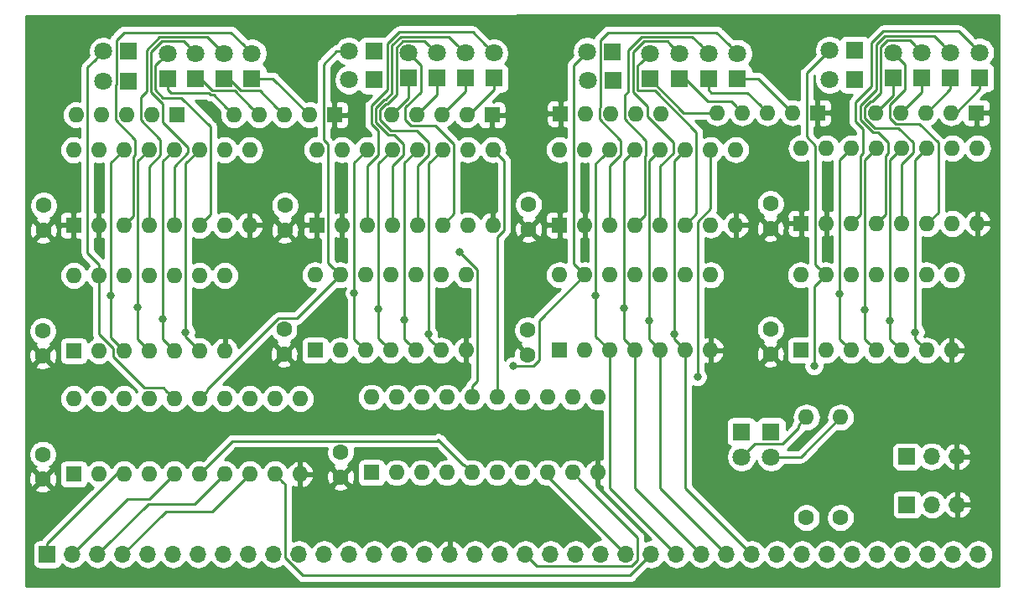
<source format=gbr>
G04 #@! TF.GenerationSoftware,KiCad,Pcbnew,(5.1.4-0-10_14)*
G04 #@! TF.CreationDate,2020-02-17T22:16:23-08:00*
G04 #@! TF.ProjectId,data-register-bank,64617461-2d72-4656-9769-737465722d62,rev?*
G04 #@! TF.SameCoordinates,Original*
G04 #@! TF.FileFunction,Copper,L4,Bot*
G04 #@! TF.FilePolarity,Positive*
%FSLAX46Y46*%
G04 Gerber Fmt 4.6, Leading zero omitted, Abs format (unit mm)*
G04 Created by KiCad (PCBNEW (5.1.4-0-10_14)) date 2020-02-17 22:16:23*
%MOMM*%
%LPD*%
G04 APERTURE LIST*
%ADD10C,1.600000*%
%ADD11O,1.600000X1.600000*%
%ADD12R,1.600000X1.600000*%
%ADD13O,1.700000X1.700000*%
%ADD14R,1.700000X1.700000*%
%ADD15C,1.800000*%
%ADD16R,1.800000X1.800000*%
%ADD17C,0.800000*%
%ADD18C,0.250000*%
%ADD19C,0.254000*%
G04 APERTURE END LIST*
D10*
X125412500Y-163193100D03*
X125412500Y-160693100D03*
D11*
X128536700Y-142367000D03*
X146316700Y-149987000D03*
X131076700Y-142367000D03*
X143776700Y-149987000D03*
X133616700Y-142367000D03*
X141236700Y-149987000D03*
X136156700Y-142367000D03*
X138696700Y-149987000D03*
X138696700Y-142367000D03*
X136156700Y-149987000D03*
X141236700Y-142367000D03*
X133616700Y-149987000D03*
X143776700Y-142367000D03*
X131076700Y-149987000D03*
X146316700Y-142367000D03*
D12*
X128536700Y-149987000D03*
D11*
X128460500Y-155194000D03*
X143700500Y-162814000D03*
X131000500Y-155194000D03*
X141160500Y-162814000D03*
X133540500Y-155194000D03*
X138620500Y-162814000D03*
X136080500Y-155194000D03*
X136080500Y-162814000D03*
X138620500Y-155194000D03*
X133540500Y-162814000D03*
X141160500Y-155194000D03*
X131000500Y-162814000D03*
X143700500Y-155194000D03*
D12*
X128460500Y-162814000D03*
D11*
X104127300Y-142519400D03*
X121907300Y-150139400D03*
X106667300Y-142519400D03*
X119367300Y-150139400D03*
X109207300Y-142519400D03*
X116827300Y-150139400D03*
X111747300Y-142519400D03*
X114287300Y-150139400D03*
X114287300Y-142519400D03*
X111747300Y-150139400D03*
X116827300Y-142519400D03*
X109207300Y-150139400D03*
X119367300Y-142519400D03*
X106667300Y-150139400D03*
X121907300Y-142519400D03*
D12*
X104127300Y-150139400D03*
D11*
X104127300Y-155194000D03*
X119367300Y-162814000D03*
X106667300Y-155194000D03*
X116827300Y-162814000D03*
X109207300Y-155194000D03*
X114287300Y-162814000D03*
X111747300Y-155194000D03*
X111747300Y-162814000D03*
X114287300Y-155194000D03*
X109207300Y-162814000D03*
X116827300Y-155194000D03*
X106667300Y-162814000D03*
X119367300Y-155194000D03*
D12*
X104127300Y-162814000D03*
D11*
X79616300Y-142519400D03*
X97396300Y-150139400D03*
X82156300Y-142519400D03*
X94856300Y-150139400D03*
X84696300Y-142519400D03*
X92316300Y-150139400D03*
X87236300Y-142519400D03*
X89776300Y-150139400D03*
X89776300Y-142519400D03*
X87236300Y-150139400D03*
X92316300Y-142519400D03*
X84696300Y-150139400D03*
X94856300Y-142519400D03*
X82156300Y-150139400D03*
X97396300Y-142519400D03*
D12*
X79616300Y-150139400D03*
D11*
X79451200Y-155194000D03*
X94691200Y-162814000D03*
X81991200Y-155194000D03*
X92151200Y-162814000D03*
X84531200Y-155194000D03*
X89611200Y-162814000D03*
X87071200Y-155194000D03*
X87071200Y-162814000D03*
X89611200Y-155194000D03*
X84531200Y-162814000D03*
X92151200Y-155194000D03*
X81991200Y-162814000D03*
X94691200Y-155194000D03*
D12*
X79451200Y-162814000D03*
D11*
X55067200Y-142544800D03*
X72847200Y-150164800D03*
X57607200Y-142544800D03*
X70307200Y-150164800D03*
X60147200Y-142544800D03*
X67767200Y-150164800D03*
X62687200Y-142544800D03*
X65227200Y-150164800D03*
X65227200Y-142544800D03*
X62687200Y-150164800D03*
X67767200Y-142544800D03*
X60147200Y-150164800D03*
X70307200Y-142544800D03*
X57607200Y-150164800D03*
X72847200Y-142544800D03*
D12*
X55067200Y-150164800D03*
D11*
X55092600Y-155244800D03*
X70332600Y-162864800D03*
X57632600Y-155244800D03*
X67792600Y-162864800D03*
X60172600Y-155244800D03*
X65252600Y-162864800D03*
X62712600Y-155244800D03*
X62712600Y-162864800D03*
X65252600Y-155244800D03*
X60172600Y-162864800D03*
X67792600Y-155244800D03*
X57632600Y-162864800D03*
X70332600Y-155244800D03*
D12*
X55092600Y-162864800D03*
D11*
X55079900Y-167703500D03*
X77939900Y-175323500D03*
X57619900Y-167703500D03*
X75399900Y-175323500D03*
X60159900Y-167703500D03*
X72859900Y-175323500D03*
X62699900Y-167703500D03*
X70319900Y-175323500D03*
X65239900Y-167703500D03*
X67779900Y-175323500D03*
X67779900Y-167703500D03*
X65239900Y-175323500D03*
X70319900Y-167703500D03*
X62699900Y-175323500D03*
X72859900Y-167703500D03*
X60159900Y-175323500D03*
X75399900Y-167703500D03*
X57619900Y-175323500D03*
X77939900Y-167703500D03*
D12*
X55079900Y-175323500D03*
D11*
X85140800Y-167563800D03*
X108000800Y-175183800D03*
X87680800Y-167563800D03*
X105460800Y-175183800D03*
X90220800Y-167563800D03*
X102920800Y-175183800D03*
X92760800Y-167563800D03*
X100380800Y-175183800D03*
X95300800Y-167563800D03*
X97840800Y-175183800D03*
X97840800Y-167563800D03*
X95300800Y-175183800D03*
X100380800Y-167563800D03*
X92760800Y-175183800D03*
X102920800Y-167563800D03*
X90220800Y-175183800D03*
X105460800Y-167563800D03*
X87680800Y-175183800D03*
X108000800Y-167563800D03*
D12*
X85140800Y-175183800D03*
D11*
X114388900Y-138887200D03*
X111848900Y-138887200D03*
X109308900Y-138887200D03*
X106768900Y-138887200D03*
D12*
X104228900Y-138887200D03*
D11*
X55346600Y-139001500D03*
X57886600Y-139001500D03*
X60426600Y-139001500D03*
X62966600Y-139001500D03*
D12*
X65506600Y-139001500D03*
D11*
X136042400Y-138785600D03*
X138582400Y-138785600D03*
X141122400Y-138785600D03*
X143662400Y-138785600D03*
D12*
X146202400Y-138785600D03*
D11*
X120027700Y-138785600D03*
X122567700Y-138785600D03*
X125107700Y-138785600D03*
X127647700Y-138785600D03*
D12*
X130187700Y-138785600D03*
D11*
X87147400Y-139001500D03*
X89687400Y-139001500D03*
X92227400Y-139001500D03*
X94767400Y-139001500D03*
D12*
X97307400Y-139001500D03*
D11*
X71247000Y-139001500D03*
X73787000Y-139001500D03*
X76327000Y-139001500D03*
X78867000Y-139001500D03*
D12*
X81407000Y-139001500D03*
D11*
X129044700Y-169583100D03*
D10*
X129044700Y-179743100D03*
D11*
X132499100Y-169583100D03*
D10*
X132499100Y-179743100D03*
D13*
X144284700Y-178422300D03*
X141744700Y-178422300D03*
D14*
X139204700Y-178422300D03*
D13*
X144233900Y-173545500D03*
X141693900Y-173545500D03*
D14*
X139153900Y-173545500D03*
D13*
X146392900Y-183438800D03*
X143852900Y-183438800D03*
X141312900Y-183438800D03*
X138772900Y-183438800D03*
X136232900Y-183438800D03*
X133692900Y-183438800D03*
X131152900Y-183438800D03*
X128612900Y-183438800D03*
X126072900Y-183438800D03*
X123532900Y-183438800D03*
X120992900Y-183438800D03*
X118452900Y-183438800D03*
X115912900Y-183438800D03*
X113372900Y-183438800D03*
X110832900Y-183438800D03*
X108292900Y-183438800D03*
X105752900Y-183438800D03*
X103212900Y-183438800D03*
X100672900Y-183438800D03*
X98132900Y-183438800D03*
X95592900Y-183438800D03*
X93052900Y-183438800D03*
X90512900Y-183438800D03*
X87972900Y-183438800D03*
X85432900Y-183438800D03*
X82892900Y-183438800D03*
X80352900Y-183438800D03*
X77812900Y-183438800D03*
X75272900Y-183438800D03*
X72732900Y-183438800D03*
X70192900Y-183438800D03*
X67652900Y-183438800D03*
X65112900Y-183438800D03*
X62572900Y-183438800D03*
X60032900Y-183438800D03*
X57492900Y-183438800D03*
X54952900Y-183438800D03*
D14*
X52412900Y-183438800D03*
D15*
X122491500Y-173583600D03*
D16*
X122491500Y-171043600D03*
D15*
X125488700Y-173583600D03*
D16*
X125488700Y-171043600D03*
D15*
X131381500Y-132473700D03*
D16*
X133921500Y-132473700D03*
D15*
X106946700Y-132600700D03*
D16*
X109486700Y-132600700D03*
D15*
X82854800Y-132575300D03*
D16*
X85394800Y-132575300D03*
D15*
X58089800Y-132575300D03*
D16*
X60629800Y-132575300D03*
D15*
X131381500Y-135420100D03*
D16*
X133921500Y-135420100D03*
D15*
X106997500Y-135496300D03*
D16*
X109537500Y-135496300D03*
D15*
X82854800Y-135470900D03*
D16*
X85394800Y-135470900D03*
D15*
X58089800Y-135572500D03*
D16*
X60629800Y-135572500D03*
D15*
X137769600Y-132689600D03*
D16*
X137769600Y-135229600D03*
D15*
X140703300Y-132689600D03*
D16*
X140703300Y-135229600D03*
D15*
X143598900Y-132689600D03*
D16*
X143598900Y-135229600D03*
D15*
X146545300Y-132689600D03*
D16*
X146545300Y-135229600D03*
D15*
X113220500Y-132803900D03*
D16*
X113220500Y-135343900D03*
D15*
X116217700Y-132803900D03*
D16*
X116217700Y-135343900D03*
D15*
X119202200Y-132803900D03*
D16*
X119202200Y-135343900D03*
D15*
X122097800Y-132803900D03*
D16*
X122097800Y-135343900D03*
D15*
X88874600Y-132765800D03*
D16*
X88874600Y-135305800D03*
D15*
X91719400Y-132765800D03*
D16*
X91719400Y-135305800D03*
D15*
X94602300Y-132765800D03*
D16*
X94602300Y-135305800D03*
D15*
X97497900Y-132765800D03*
D16*
X97497900Y-135305800D03*
D15*
X64541400Y-132778500D03*
D16*
X64541400Y-135318500D03*
D15*
X67386200Y-132778500D03*
D16*
X67386200Y-135318500D03*
D15*
X70231000Y-132778500D03*
D16*
X70231000Y-135318500D03*
D15*
X73075800Y-132778500D03*
D16*
X73075800Y-135318500D03*
D10*
X125412500Y-150493100D03*
X125412500Y-147993100D03*
X100914200Y-163282000D03*
X100914200Y-160782000D03*
X101003100Y-150582000D03*
X101003100Y-148082000D03*
X82029300Y-175639100D03*
X82029300Y-173139100D03*
X76301600Y-163193100D03*
X76301600Y-160693100D03*
X76390500Y-150670900D03*
X76390500Y-148170900D03*
X51955700Y-175829600D03*
X51955700Y-173329600D03*
X51968400Y-163370900D03*
X51968400Y-160870900D03*
X52031900Y-150670900D03*
X52031900Y-148170900D03*
D17*
X100838000Y-135521700D03*
X100787200Y-141287500D03*
X101193600Y-154381200D03*
X124180600Y-154838400D03*
X126771400Y-168351200D03*
X121678700Y-179412900D03*
X102108000Y-179362100D03*
X145630900Y-169468800D03*
X147231100Y-156121100D03*
X135661400Y-129527300D03*
X121627900Y-146431000D03*
X136740900Y-177355500D03*
X127558800Y-185737500D03*
X79121000Y-181673500D03*
X71501000Y-186143900D03*
X53632100Y-178473100D03*
X58153300Y-171475400D03*
X52209700Y-165747700D03*
X51803300Y-155409900D03*
X51854100Y-144399000D03*
X74942700Y-155054300D03*
X75298300Y-145059400D03*
X96151700Y-146278600D03*
X52044600Y-133413500D03*
X94025101Y-152862899D03*
X118046500Y-165493122D03*
X99466400Y-164376102D03*
X129819400Y-164401500D03*
X66377601Y-160965099D03*
X90901301Y-161206399D03*
X115702299Y-161195801D03*
X140035499Y-160967201D03*
X64102199Y-159633701D03*
X88486199Y-159722601D03*
X113162299Y-159824201D03*
X137495499Y-159798801D03*
X61562199Y-158427201D03*
X85821301Y-158628299D03*
X110622299Y-158554201D03*
X134955499Y-158693901D03*
X58851800Y-157276800D03*
X83406199Y-157030201D03*
X107792301Y-157269399D03*
X132415499Y-157119101D03*
D18*
X60166619Y-130653479D02*
X70950779Y-130653479D01*
X59404799Y-131415299D02*
X60166619Y-130653479D01*
X59404799Y-135895801D02*
X59404799Y-131415299D01*
X72175801Y-131878501D02*
X73075800Y-132778500D01*
X59301599Y-135999001D02*
X59404799Y-135895801D01*
X70950779Y-130653479D02*
X72175801Y-131878501D01*
X59301599Y-139541501D02*
X59301599Y-135999001D01*
X61272201Y-141512103D02*
X59301599Y-139541501D01*
X61272201Y-143084801D02*
X61272201Y-141512103D01*
X61112189Y-143244813D02*
X61272201Y-143084801D01*
X61112189Y-149199811D02*
X61112189Y-143244813D01*
X60147200Y-150164800D02*
X61112189Y-149199811D01*
X75184000Y-135318500D02*
X78867000Y-139001500D01*
X73075800Y-135318500D02*
X75184000Y-135318500D01*
X69331001Y-131878501D02*
X70231000Y-132778500D01*
X62416381Y-132454107D02*
X63766999Y-131103489D01*
X61841599Y-137205501D02*
X62416380Y-136630720D01*
X61841599Y-139541501D02*
X61841599Y-137205501D01*
X62416380Y-136630720D02*
X62416381Y-132454107D01*
X63812201Y-141512103D02*
X61841599Y-139541501D01*
X63812201Y-143084801D02*
X63812201Y-141512103D01*
X63766999Y-131103489D02*
X68555989Y-131103489D01*
X62687200Y-144209802D02*
X63812201Y-143084801D01*
X68555989Y-131103489D02*
X69331001Y-131878501D01*
X62687200Y-150164800D02*
X62687200Y-144209802D01*
X71965411Y-136543501D02*
X73869001Y-136543501D01*
X75527001Y-138201501D02*
X76327000Y-139001500D01*
X73869001Y-136543501D02*
X75527001Y-138201501D01*
X70740410Y-135318500D02*
X71965411Y-136543501D01*
X70231000Y-135318500D02*
X70740410Y-135318500D01*
X63953399Y-131553499D02*
X66161199Y-131553499D01*
X66161199Y-131553499D02*
X66486201Y-131878501D01*
X62866390Y-132640508D02*
X63953399Y-131553499D01*
X66486201Y-131878501D02*
X67386200Y-132778500D01*
X62866390Y-136664902D02*
X62866390Y-132640508D01*
X64091601Y-137890113D02*
X62866390Y-136664902D01*
X66631601Y-142311503D02*
X64091601Y-139771503D01*
X66631601Y-142805401D02*
X66631601Y-142311503D01*
X64091601Y-139771503D02*
X64091601Y-137890113D01*
X65227200Y-144209802D02*
X66631601Y-142805401D01*
X65227200Y-150164800D02*
X65227200Y-144209802D01*
X69070999Y-136543501D02*
X71329001Y-136543501D01*
X67386200Y-135318500D02*
X67845998Y-135318500D01*
X72987001Y-138201501D02*
X73787000Y-139001500D01*
X67845998Y-135318500D02*
X69070999Y-136543501D01*
X71329001Y-136543501D02*
X72987001Y-138201501D01*
X63316399Y-134003501D02*
X63641401Y-133678499D01*
X63316399Y-136478501D02*
X63316399Y-134003501D01*
X64105008Y-137267110D02*
X63316399Y-136478501D01*
X65957212Y-137267110D02*
X64105008Y-137267110D01*
X68892201Y-140202099D02*
X65957212Y-137267110D01*
X68892201Y-149039799D02*
X68892201Y-140202099D01*
X63641401Y-133678499D02*
X64541400Y-132778500D01*
X67767200Y-150164800D02*
X68892201Y-149039799D01*
X70447001Y-138201501D02*
X71247000Y-139001500D01*
X68884599Y-136993512D02*
X69239012Y-136993512D01*
X69239012Y-136993512D02*
X70447001Y-138201501D01*
X68708187Y-136817100D02*
X68884599Y-136993512D01*
X64541400Y-136468500D02*
X64890000Y-136817100D01*
X64890000Y-136817100D02*
X68708187Y-136817100D01*
X64541400Y-135318500D02*
X64541400Y-136468500D01*
X87913799Y-130640779D02*
X95372879Y-130640779D01*
X95372879Y-130640779D02*
X96597901Y-131865801D01*
X85122379Y-138088698D02*
X86749578Y-136461499D01*
X85122378Y-139914301D02*
X85122379Y-138088698D01*
X86749578Y-131805000D02*
X87913799Y-130640779D01*
X85821301Y-140613224D02*
X85122378Y-139914301D01*
X86749578Y-136461499D02*
X86749578Y-131805000D01*
X85821301Y-143059401D02*
X85821301Y-140613224D01*
X84696300Y-144184402D02*
X85821301Y-143059401D01*
X96597901Y-131865801D02*
X97497900Y-132765800D01*
X84696300Y-150139400D02*
X84696300Y-144184402D01*
X94952200Y-139001500D02*
X94767400Y-139001500D01*
X97497900Y-136455800D02*
X94952200Y-139001500D01*
X97497900Y-135305800D02*
X97497900Y-136455800D01*
X93702301Y-131865801D02*
X94602300Y-132765800D01*
X87199588Y-131991399D02*
X88100199Y-131090789D01*
X87199588Y-133540201D02*
X87199588Y-131991399D01*
X87199590Y-133540203D02*
X87199588Y-133540201D01*
X87199588Y-133959399D02*
X87199590Y-133959397D01*
X87199590Y-136652203D02*
X87199588Y-136652201D01*
X87199590Y-136790310D02*
X87199590Y-136652203D01*
X86563411Y-137426488D02*
X87199590Y-136790310D01*
X85572388Y-138275099D02*
X86420999Y-137426488D01*
X92927289Y-131090789D02*
X93702301Y-131865801D01*
X85572388Y-139727901D02*
X85572388Y-138275099D01*
X87408423Y-141026521D02*
X86871007Y-141026519D01*
X88361301Y-141979399D02*
X87408423Y-141026521D01*
X87236300Y-150139400D02*
X87236300Y-144184402D01*
X87236300Y-144184402D02*
X88361301Y-143059401D01*
X86420999Y-137426488D02*
X86563411Y-137426488D01*
X88100199Y-131090789D02*
X92927289Y-131090789D01*
X87199590Y-133959397D02*
X87199590Y-133540203D01*
X86871007Y-141026519D02*
X85572388Y-139727901D01*
X87199588Y-136652201D02*
X87199588Y-133959399D01*
X88361301Y-143059401D02*
X88361301Y-141979399D01*
X94602300Y-136626600D02*
X92227400Y-139001500D01*
X94602300Y-135305800D02*
X94602300Y-136626600D01*
X89713011Y-140576511D02*
X87057408Y-140576510D01*
X86749811Y-137876499D02*
X87649599Y-136976711D01*
X87649599Y-132177799D02*
X88286599Y-131540799D01*
X88286599Y-131540799D02*
X90494400Y-131540800D01*
X89776300Y-150139400D02*
X89776300Y-144184402D01*
X86607399Y-137876499D02*
X86749811Y-137876499D01*
X90901301Y-141764801D02*
X89713011Y-140576511D01*
X90901301Y-143059401D02*
X90901301Y-141764801D01*
X87649599Y-136976711D02*
X87649599Y-132177799D01*
X89776300Y-144184402D02*
X90901301Y-143059401D01*
X86022399Y-139541501D02*
X86022399Y-138461499D01*
X87057408Y-140576510D02*
X86022399Y-139541501D01*
X86022399Y-138461499D02*
X86607399Y-137876499D01*
X90494400Y-131540800D02*
X90819401Y-131865801D01*
X90819401Y-131865801D02*
X91719400Y-132765800D01*
X91719400Y-136969500D02*
X89687400Y-139001500D01*
X91719400Y-135305800D02*
X91719400Y-136969500D01*
X89774599Y-133665799D02*
X88874600Y-132765800D01*
X88562399Y-138222911D02*
X90099601Y-136685709D01*
X88562399Y-139541501D02*
X88562399Y-138222911D01*
X89147399Y-140126501D02*
X88562399Y-139541501D01*
X91588403Y-140126501D02*
X89147399Y-140126501D01*
X90099601Y-133990801D02*
X89774599Y-133665799D01*
X90099601Y-136685709D02*
X90099601Y-133990801D01*
X93441301Y-141979399D02*
X91588403Y-140126501D01*
X93441301Y-149014399D02*
X93441301Y-141979399D01*
X92316300Y-150139400D02*
X93441301Y-149014399D01*
X88874600Y-137274300D02*
X87147400Y-139001500D01*
X88874600Y-135305800D02*
X88874600Y-137274300D01*
X119972779Y-130678879D02*
X121197801Y-131903901D01*
X109023519Y-130678879D02*
X119972779Y-130678879D01*
X108261699Y-131440699D02*
X109023519Y-130678879D01*
X108183899Y-138347199D02*
X108261699Y-138269399D01*
X108183899Y-139427201D02*
X108183899Y-138347199D01*
X110332301Y-141575603D02*
X108183899Y-139427201D01*
X110332301Y-143059401D02*
X110332301Y-141575603D01*
X121197801Y-131903901D02*
X122097800Y-132803900D01*
X109207300Y-144184402D02*
X110332301Y-143059401D01*
X108261699Y-138269399D02*
X108261699Y-131440699D01*
X109207300Y-150139400D02*
X109207300Y-144184402D01*
X124206000Y-135343900D02*
X127647700Y-138785600D01*
X122097800Y-135343900D02*
X124206000Y-135343900D01*
X117527189Y-131128889D02*
X118302201Y-131903901D01*
X112446099Y-131128889D02*
X117527189Y-131128889D01*
X111095480Y-132479508D02*
X112446099Y-131128889D01*
X111095479Y-136656121D02*
X111095480Y-132479508D01*
X110723899Y-139427201D02*
X110723899Y-137027701D01*
X110723899Y-137027701D02*
X111095479Y-136656121D01*
X112872301Y-141575603D02*
X110723899Y-139427201D01*
X118302201Y-131903901D02*
X119202200Y-132803900D01*
X112712289Y-143219413D02*
X112872301Y-143059401D01*
X112712289Y-149174411D02*
X112712289Y-143219413D01*
X112872301Y-143059401D02*
X112872301Y-141575603D01*
X111747300Y-150139400D02*
X112712289Y-149174411D01*
X119474600Y-136766300D02*
X123088400Y-136766300D01*
X123088400Y-136766300D02*
X124307701Y-137985601D01*
X119202200Y-136493900D02*
X119474600Y-136766300D01*
X124307701Y-137985601D02*
X125107700Y-138785600D01*
X119202200Y-135343900D02*
X119202200Y-136493900D01*
X111545489Y-132665909D02*
X112632499Y-131578899D01*
X112973901Y-138118713D02*
X111545489Y-136690301D01*
X114992699Y-131578899D02*
X115317701Y-131903901D01*
X112973901Y-139137203D02*
X112973901Y-138118713D01*
X115620800Y-141784102D02*
X112973901Y-139137203D01*
X115620800Y-142850902D02*
X115620800Y-141784102D01*
X115317701Y-131903901D02*
X116217700Y-132803900D01*
X112632499Y-131578899D02*
X114992699Y-131578899D01*
X111545489Y-136690301D02*
X111545489Y-132665909D01*
X114287300Y-144184402D02*
X115620800Y-142850902D01*
X114287300Y-150139400D02*
X114287300Y-144184402D01*
X119133897Y-137660599D02*
X121442699Y-137660599D01*
X121767701Y-137985601D02*
X122567700Y-138785600D01*
X121442699Y-137660599D02*
X121767701Y-137985601D01*
X116817198Y-135343900D02*
X119133897Y-137660599D01*
X116217700Y-135343900D02*
X116817198Y-135343900D01*
X111995499Y-134028901D02*
X112320501Y-133703899D01*
X111995499Y-136503901D02*
X111995499Y-134028901D01*
X112060499Y-136568901D02*
X111995499Y-136503901D01*
X112320501Y-133703899D02*
X113220500Y-132803900D01*
X113735603Y-136568901D02*
X112060499Y-136568901D01*
X117952301Y-149014399D02*
X117952301Y-140785599D01*
X117952301Y-140785599D02*
X113735603Y-136568901D01*
X116827300Y-150139400D02*
X117952301Y-149014399D01*
X116662200Y-138785600D02*
X120027700Y-138785600D01*
X113220500Y-135343900D02*
X116662200Y-138785600D01*
X144420279Y-130564579D02*
X145645301Y-131789601D01*
X136808799Y-130564579D02*
X144420279Y-130564579D01*
X135644581Y-131728797D02*
X136808799Y-130564579D01*
X135644579Y-136082023D02*
X135644581Y-131728797D01*
X145645301Y-131789601D02*
X146545300Y-132689600D01*
X134017380Y-137709222D02*
X135644579Y-136082023D01*
X134017380Y-139698400D02*
X134017380Y-137709222D01*
X134741701Y-142907001D02*
X134741701Y-140422723D01*
X134505489Y-143143213D02*
X134741701Y-142907001D01*
X134741701Y-140422723D02*
X134017380Y-139698400D01*
X134505489Y-149098211D02*
X134505489Y-143143213D01*
X133616700Y-149987000D02*
X134505489Y-149098211D01*
X144139300Y-138785600D02*
X143662400Y-138785600D01*
X146545300Y-136379600D02*
X144139300Y-138785600D01*
X146545300Y-135229600D02*
X146545300Y-136379600D01*
X142698901Y-131789601D02*
X143598900Y-132689600D01*
X136094590Y-131915198D02*
X136995199Y-131014589D01*
X136094588Y-136432000D02*
X136094590Y-131915198D01*
X134467390Y-138059198D02*
X136094588Y-136432000D01*
X134467389Y-139512001D02*
X134467390Y-138059198D01*
X135766008Y-140810620D02*
X134467389Y-139512001D01*
X136265323Y-140810621D02*
X135766008Y-140810620D01*
X137281701Y-142907001D02*
X137281701Y-141826999D01*
X141923889Y-131014589D02*
X142698901Y-131789601D01*
X136995199Y-131014589D02*
X141923889Y-131014589D01*
X137045489Y-143143213D02*
X137281701Y-142907001D01*
X137045489Y-149098211D02*
X137045489Y-143143213D01*
X137281701Y-141826999D02*
X136265323Y-140810621D01*
X136156700Y-149987000D02*
X137045489Y-149098211D01*
X141192900Y-138785600D02*
X141122400Y-138785600D01*
X143598900Y-136379600D02*
X141192900Y-138785600D01*
X143598900Y-135229600D02*
X143598900Y-136379600D01*
X139803301Y-131789601D02*
X140703300Y-132689600D01*
X139478299Y-131464599D02*
X139803301Y-131789601D01*
X136544599Y-132101599D02*
X137181599Y-131464599D01*
X135502399Y-137660599D02*
X135681501Y-137660599D01*
X135952409Y-140360611D02*
X134917399Y-139325601D01*
X134917399Y-138245599D02*
X135502399Y-137660599D01*
X137181599Y-131464599D02*
X139478299Y-131464599D01*
X134917399Y-139325601D02*
X134917399Y-138245599D01*
X135681501Y-137660599D02*
X136544599Y-136797501D01*
X138355313Y-140360611D02*
X135952409Y-140360611D01*
X138696700Y-143967200D02*
X139821701Y-142842199D01*
X139821701Y-141826999D02*
X138355313Y-140360611D01*
X136544599Y-136797501D02*
X136544599Y-132101599D01*
X139821701Y-142842199D02*
X139821701Y-141826999D01*
X138696700Y-149987000D02*
X138696700Y-143967200D01*
X140703300Y-136664700D02*
X138582400Y-138785600D01*
X140703300Y-135229600D02*
X140703300Y-136664700D01*
X138994601Y-133914601D02*
X138669599Y-133589599D01*
X138994601Y-136469809D02*
X138994601Y-133914601D01*
X137457399Y-139325601D02*
X137457399Y-138007011D01*
X137457399Y-138007011D02*
X138994601Y-136469809D01*
X138042399Y-139910601D02*
X137457399Y-139325601D01*
X138669599Y-133589599D02*
X137769600Y-132689600D01*
X140445303Y-139910601D02*
X138042399Y-139910601D01*
X142361701Y-148861999D02*
X142361701Y-141826999D01*
X142361701Y-141826999D02*
X140445303Y-139910601D01*
X141236700Y-149987000D02*
X142361701Y-148861999D01*
X137769600Y-137058400D02*
X136042400Y-138785600D01*
X137769600Y-135229600D02*
X137769600Y-137058400D01*
X95816201Y-154653999D02*
X94025101Y-152862899D01*
X95816201Y-165917029D02*
X95816201Y-154653999D01*
X95300800Y-166432430D02*
X95816201Y-165917029D01*
X95300800Y-167563800D02*
X95300800Y-166432430D01*
X94025101Y-152862899D02*
X93917802Y-152755600D01*
X98196299Y-143319399D02*
X97396300Y-142519400D01*
X98521301Y-143644401D02*
X98196299Y-143319399D01*
X98521301Y-150679401D02*
X98521301Y-143644401D01*
X97840800Y-151359902D02*
X98521301Y-150679401D01*
X97840800Y-167563800D02*
X97840800Y-151359902D01*
X118046500Y-165468300D02*
X118046500Y-165468300D01*
X119367300Y-148474398D02*
X118046500Y-149795198D01*
X118046500Y-149795198D02*
X118046500Y-164927437D01*
X119367300Y-142519400D02*
X119367300Y-148474398D01*
X118046500Y-164927437D02*
X118046500Y-165493122D01*
X62159899Y-166578499D02*
X64114899Y-166578499D01*
X59047599Y-163466199D02*
X62159899Y-166578499D01*
X59047599Y-162614797D02*
X59047599Y-163466199D01*
X64439901Y-166903501D02*
X65239900Y-167703500D01*
X64114899Y-166578499D02*
X64439901Y-166903501D01*
X57632600Y-161199798D02*
X59047599Y-162614797D01*
X57632600Y-155244800D02*
X57632600Y-161199798D01*
X56482199Y-134182901D02*
X57189801Y-133475299D01*
X57189801Y-133475299D02*
X58089800Y-132575300D01*
X56482199Y-152963029D02*
X56482199Y-134182901D01*
X57632600Y-154113430D02*
X56482199Y-152963029D01*
X57632600Y-155244800D02*
X57632600Y-154113430D01*
X81191201Y-154394001D02*
X81991200Y-155194000D01*
X80741301Y-153944101D02*
X81191201Y-154394001D01*
X80741301Y-141979399D02*
X80741301Y-153944101D01*
X80281999Y-141520097D02*
X80741301Y-141979399D01*
X80281999Y-133875309D02*
X80281999Y-141520097D01*
X81582008Y-132575300D02*
X80281999Y-133875309D01*
X82854800Y-132575300D02*
X81582008Y-132575300D01*
X68579899Y-166903501D02*
X67779900Y-167703500D01*
X68579899Y-166749799D02*
X68579899Y-166903501D01*
X75761599Y-159568099D02*
X68579899Y-166749799D01*
X77617101Y-159568099D02*
X75761599Y-159568099D01*
X81991200Y-155194000D02*
X77617101Y-159568099D01*
X105542299Y-154068999D02*
X105867301Y-154394001D01*
X105542299Y-134005101D02*
X105542299Y-154068999D01*
X105867301Y-154394001D02*
X106667300Y-155194000D01*
X106946700Y-132600700D02*
X105542299Y-134005101D01*
X99504498Y-164414200D02*
X99466400Y-164376102D01*
X101447002Y-164414200D02*
X99504498Y-164414200D01*
X102039201Y-159822099D02*
X102039201Y-163822001D01*
X102039201Y-163822001D02*
X101447002Y-164414200D01*
X106667300Y-155194000D02*
X102039201Y-159822099D01*
X130200501Y-154394001D02*
X131000500Y-155194000D01*
X129951699Y-154145199D02*
X130200501Y-154394001D01*
X129951699Y-142116997D02*
X129951699Y-154145199D01*
X129062699Y-134792501D02*
X129062699Y-141227997D01*
X129062699Y-141227997D02*
X129951699Y-142116997D01*
X131381500Y-132473700D02*
X129062699Y-134792501D01*
X129819400Y-156375100D02*
X129819400Y-163835815D01*
X131000500Y-155194000D02*
X129819400Y-156375100D01*
X129819400Y-163835815D02*
X129819400Y-164401500D01*
X128498600Y-173583600D02*
X132499100Y-169583100D01*
X125488700Y-173583600D02*
X128498600Y-173583600D01*
X128244701Y-170672601D02*
X128244701Y-170383099D01*
X123806499Y-172268601D02*
X126648701Y-172268601D01*
X128244701Y-170383099D02*
X129044700Y-169583100D01*
X126648701Y-172268601D02*
X128244701Y-170672601D01*
X122491500Y-173583600D02*
X123806499Y-172268601D01*
X116827300Y-176733200D02*
X123532900Y-183438800D01*
X116827300Y-162814000D02*
X116827300Y-176733200D01*
X116027301Y-162014001D02*
X116827300Y-162814000D01*
X115702299Y-161688999D02*
X116027301Y-162014001D01*
X115702299Y-143644401D02*
X115702299Y-161195801D01*
X116827300Y-142519400D02*
X115702299Y-143644401D01*
X140360501Y-162014001D02*
X141160500Y-162814000D01*
X140035499Y-161688999D02*
X140360501Y-162014001D01*
X140035499Y-143568201D02*
X140035499Y-160967201D01*
X141236700Y-142367000D02*
X140035499Y-143568201D01*
X91351201Y-162014001D02*
X92151200Y-162814000D01*
X90901301Y-143934399D02*
X90901301Y-161206399D01*
X90901301Y-161564101D02*
X91351201Y-162014001D01*
X92316300Y-142519400D02*
X90901301Y-143934399D01*
X66992601Y-162064801D02*
X67792600Y-162864800D01*
X66377601Y-143934399D02*
X66377601Y-160965099D01*
X66377601Y-161449801D02*
X66992601Y-162064801D01*
X67767200Y-142544800D02*
X66377601Y-143934399D01*
X66377601Y-160965099D02*
X66377601Y-161449801D01*
X90901301Y-161206399D02*
X90901301Y-161564101D01*
X115702299Y-161195801D02*
X115702299Y-161688999D01*
X140035499Y-160967201D02*
X140035499Y-161688999D01*
X114287300Y-176733200D02*
X114287300Y-162814000D01*
X120992900Y-183438800D02*
X114287300Y-176733200D01*
X113487301Y-162014001D02*
X114287300Y-162814000D01*
X113162299Y-161688999D02*
X113487301Y-162014001D01*
X113162299Y-143644401D02*
X113162299Y-159824201D01*
X114287300Y-142519400D02*
X113162299Y-143644401D01*
X137820501Y-162014001D02*
X138620500Y-162814000D01*
X137495499Y-161688999D02*
X137820501Y-162014001D01*
X137495499Y-143568201D02*
X137495499Y-159798801D01*
X138696700Y-142367000D02*
X137495499Y-143568201D01*
X88486199Y-161688999D02*
X88811201Y-162014001D01*
X88486199Y-143809501D02*
X88486199Y-159722601D01*
X88811201Y-162014001D02*
X89611200Y-162814000D01*
X89776300Y-142519400D02*
X88486199Y-143809501D01*
X64102199Y-161714399D02*
X64452601Y-162064801D01*
X64102199Y-143669801D02*
X64102199Y-159633701D01*
X64452601Y-162064801D02*
X65252600Y-162864800D01*
X65227200Y-142544800D02*
X64102199Y-143669801D01*
X64102199Y-159633701D02*
X64102199Y-161714399D01*
X88486199Y-159722601D02*
X88486199Y-161688999D01*
X113162299Y-159824201D02*
X113162299Y-161688999D01*
X137495499Y-159798801D02*
X137495499Y-161688999D01*
X111747300Y-176733200D02*
X111747300Y-162814000D01*
X118452900Y-183438800D02*
X111747300Y-176733200D01*
X110622299Y-161688999D02*
X110947301Y-162014001D01*
X110947301Y-162014001D02*
X111747300Y-162814000D01*
X110622299Y-143644401D02*
X110622299Y-158554201D01*
X111747300Y-142519400D02*
X110622299Y-143644401D01*
X135280501Y-162014001D02*
X136080500Y-162814000D01*
X134955499Y-161688999D02*
X135280501Y-162014001D01*
X134955499Y-143568201D02*
X134955499Y-158693901D01*
X136156700Y-142367000D02*
X134955499Y-143568201D01*
X86271201Y-162014001D02*
X87071200Y-162814000D01*
X85821301Y-161564101D02*
X86271201Y-162014001D01*
X85821301Y-143934399D02*
X85821301Y-158628299D01*
X87236300Y-142519400D02*
X85821301Y-143934399D01*
X61912601Y-162064801D02*
X62712600Y-162864800D01*
X61562199Y-161714399D02*
X61912601Y-162064801D01*
X61562199Y-143669801D02*
X61562199Y-158427201D01*
X62687200Y-142544800D02*
X61562199Y-143669801D01*
X61562199Y-158427201D02*
X61562199Y-161714399D01*
X85821301Y-158628299D02*
X85821301Y-161564101D01*
X110622299Y-158554201D02*
X110622299Y-161688999D01*
X134955499Y-158693901D02*
X134955499Y-161688999D01*
X109207300Y-176733200D02*
X109207300Y-162814000D01*
X115912900Y-183438800D02*
X109207300Y-176733200D01*
X108407301Y-143319399D02*
X109207300Y-142519400D01*
X107792301Y-161399001D02*
X107792301Y-157269399D01*
X107792301Y-143934399D02*
X108407301Y-143319399D01*
X109207300Y-162814000D02*
X107792301Y-161399001D01*
X132740501Y-162014001D02*
X133540500Y-162814000D01*
X132415499Y-161688999D02*
X132740501Y-162014001D01*
X132415499Y-143568201D02*
X132415499Y-157119101D01*
X133616700Y-142367000D02*
X132415499Y-143568201D01*
X83731201Y-162014001D02*
X84531200Y-162814000D01*
X83406199Y-143809501D02*
X83406199Y-157030201D01*
X83406199Y-161688999D02*
X83731201Y-162014001D01*
X84696300Y-142519400D02*
X83406199Y-143809501D01*
X59372601Y-162064801D02*
X60172600Y-162864800D01*
X58851800Y-161544000D02*
X59372601Y-162064801D01*
X58851800Y-143840200D02*
X58851800Y-157276800D01*
X60147200Y-142544800D02*
X58851800Y-143840200D01*
X58851800Y-157276800D02*
X58851800Y-161544000D01*
X83406199Y-157030201D02*
X83406199Y-161688999D01*
X107792301Y-157269399D02*
X107792301Y-143934399D01*
X132415499Y-157119101D02*
X132415499Y-161688999D01*
X76447901Y-176371501D02*
X76199899Y-176123499D01*
X76447901Y-183812803D02*
X76447901Y-176371501D01*
X76199899Y-176123499D02*
X75399900Y-175323500D01*
X78207498Y-185572400D02*
X76447901Y-183812803D01*
X111239300Y-185572400D02*
X78207498Y-185572400D01*
X113372900Y-183438800D02*
X111239300Y-185572400D01*
X102920800Y-175526700D02*
X102920800Y-175183800D01*
X110832900Y-183438800D02*
X102920800Y-175526700D01*
X106260799Y-175983799D02*
X105460800Y-175183800D01*
X112007901Y-181730901D02*
X106260799Y-175983799D01*
X112007901Y-184002801D02*
X112007901Y-181730901D01*
X111396901Y-184613801D02*
X112007901Y-184002801D01*
X101847901Y-184613801D02*
X111396901Y-184613801D01*
X100672900Y-183438800D02*
X101847901Y-184613801D01*
X72859900Y-175323500D02*
X69075300Y-179108100D01*
X64363600Y-179108100D02*
X60032900Y-183438800D01*
X69075300Y-179108100D02*
X64363600Y-179108100D01*
X62592791Y-178338909D02*
X58342899Y-182588801D01*
X58342899Y-182588801D02*
X57492900Y-183438800D01*
X67304491Y-178338909D02*
X62592791Y-178338909D01*
X70319900Y-175323500D02*
X67304491Y-178338909D01*
X65239900Y-175323500D02*
X62674500Y-177888900D01*
X60502800Y-177888900D02*
X54952900Y-183438800D01*
X62674500Y-177888900D02*
X60502800Y-177888900D01*
X59428200Y-175323500D02*
X60159900Y-175323500D01*
X52412900Y-182338800D02*
X55463350Y-179288350D01*
X52412900Y-183438800D02*
X52412900Y-182338800D01*
X55463350Y-179288350D02*
X59428200Y-175323500D01*
X94500801Y-174383801D02*
X94373801Y-174383801D01*
X94373801Y-174383801D02*
X91859100Y-171869100D01*
X94500801Y-174383801D02*
X95300800Y-175183800D01*
X71132700Y-171970700D02*
X92087700Y-171970700D01*
X67779900Y-175323500D02*
X71132700Y-171970700D01*
D19*
G36*
X148463400Y-186690232D02*
G01*
X50290889Y-186665169D01*
X50286501Y-182588800D01*
X50924828Y-182588800D01*
X50924828Y-184288800D01*
X50937088Y-184413282D01*
X50973398Y-184532980D01*
X51032363Y-184643294D01*
X51111715Y-184739985D01*
X51208406Y-184819337D01*
X51318720Y-184878302D01*
X51438418Y-184914612D01*
X51562900Y-184926872D01*
X53262900Y-184926872D01*
X53387382Y-184914612D01*
X53507080Y-184878302D01*
X53617394Y-184819337D01*
X53714085Y-184739985D01*
X53793437Y-184643294D01*
X53852402Y-184532980D01*
X53873293Y-184464113D01*
X53897766Y-184493934D01*
X54123886Y-184679506D01*
X54381866Y-184817399D01*
X54661789Y-184902313D01*
X54879950Y-184923800D01*
X55025850Y-184923800D01*
X55244011Y-184902313D01*
X55523934Y-184817399D01*
X55781914Y-184679506D01*
X56008034Y-184493934D01*
X56193606Y-184267814D01*
X56222900Y-184213009D01*
X56252194Y-184267814D01*
X56437766Y-184493934D01*
X56663886Y-184679506D01*
X56921866Y-184817399D01*
X57201789Y-184902313D01*
X57419950Y-184923800D01*
X57565850Y-184923800D01*
X57784011Y-184902313D01*
X58063934Y-184817399D01*
X58321914Y-184679506D01*
X58548034Y-184493934D01*
X58733606Y-184267814D01*
X58762900Y-184213009D01*
X58792194Y-184267814D01*
X58977766Y-184493934D01*
X59203886Y-184679506D01*
X59461866Y-184817399D01*
X59741789Y-184902313D01*
X59959950Y-184923800D01*
X60105850Y-184923800D01*
X60324011Y-184902313D01*
X60603934Y-184817399D01*
X60861914Y-184679506D01*
X61088034Y-184493934D01*
X61273606Y-184267814D01*
X61302900Y-184213009D01*
X61332194Y-184267814D01*
X61517766Y-184493934D01*
X61743886Y-184679506D01*
X62001866Y-184817399D01*
X62281789Y-184902313D01*
X62499950Y-184923800D01*
X62645850Y-184923800D01*
X62864011Y-184902313D01*
X63143934Y-184817399D01*
X63401914Y-184679506D01*
X63628034Y-184493934D01*
X63813606Y-184267814D01*
X63842900Y-184213009D01*
X63872194Y-184267814D01*
X64057766Y-184493934D01*
X64283886Y-184679506D01*
X64541866Y-184817399D01*
X64821789Y-184902313D01*
X65039950Y-184923800D01*
X65185850Y-184923800D01*
X65404011Y-184902313D01*
X65683934Y-184817399D01*
X65941914Y-184679506D01*
X66168034Y-184493934D01*
X66353606Y-184267814D01*
X66382900Y-184213009D01*
X66412194Y-184267814D01*
X66597766Y-184493934D01*
X66823886Y-184679506D01*
X67081866Y-184817399D01*
X67361789Y-184902313D01*
X67579950Y-184923800D01*
X67725850Y-184923800D01*
X67944011Y-184902313D01*
X68223934Y-184817399D01*
X68481914Y-184679506D01*
X68708034Y-184493934D01*
X68893606Y-184267814D01*
X68922900Y-184213009D01*
X68952194Y-184267814D01*
X69137766Y-184493934D01*
X69363886Y-184679506D01*
X69621866Y-184817399D01*
X69901789Y-184902313D01*
X70119950Y-184923800D01*
X70265850Y-184923800D01*
X70484011Y-184902313D01*
X70763934Y-184817399D01*
X71021914Y-184679506D01*
X71248034Y-184493934D01*
X71433606Y-184267814D01*
X71462900Y-184213009D01*
X71492194Y-184267814D01*
X71677766Y-184493934D01*
X71903886Y-184679506D01*
X72161866Y-184817399D01*
X72441789Y-184902313D01*
X72659950Y-184923800D01*
X72805850Y-184923800D01*
X73024011Y-184902313D01*
X73303934Y-184817399D01*
X73561914Y-184679506D01*
X73788034Y-184493934D01*
X73973606Y-184267814D01*
X74002900Y-184213009D01*
X74032194Y-184267814D01*
X74217766Y-184493934D01*
X74443886Y-184679506D01*
X74701866Y-184817399D01*
X74981789Y-184902313D01*
X75199950Y-184923800D01*
X75345850Y-184923800D01*
X75564011Y-184902313D01*
X75843934Y-184817399D01*
X76101914Y-184679506D01*
X76177649Y-184617352D01*
X77643699Y-186083403D01*
X77667497Y-186112401D01*
X77696495Y-186136199D01*
X77783221Y-186207374D01*
X77915251Y-186277946D01*
X78058512Y-186321403D01*
X78170165Y-186332400D01*
X78170175Y-186332400D01*
X78207498Y-186336076D01*
X78244821Y-186332400D01*
X111201978Y-186332400D01*
X111239300Y-186336076D01*
X111276622Y-186332400D01*
X111276633Y-186332400D01*
X111388286Y-186321403D01*
X111531547Y-186277946D01*
X111663576Y-186207374D01*
X111779301Y-186112401D01*
X111803104Y-186083397D01*
X113006905Y-184879597D01*
X113081789Y-184902313D01*
X113299950Y-184923800D01*
X113445850Y-184923800D01*
X113664011Y-184902313D01*
X113943934Y-184817399D01*
X114201914Y-184679506D01*
X114428034Y-184493934D01*
X114613606Y-184267814D01*
X114642900Y-184213009D01*
X114672194Y-184267814D01*
X114857766Y-184493934D01*
X115083886Y-184679506D01*
X115341866Y-184817399D01*
X115621789Y-184902313D01*
X115839950Y-184923800D01*
X115985850Y-184923800D01*
X116204011Y-184902313D01*
X116483934Y-184817399D01*
X116741914Y-184679506D01*
X116968034Y-184493934D01*
X117153606Y-184267814D01*
X117182900Y-184213009D01*
X117212194Y-184267814D01*
X117397766Y-184493934D01*
X117623886Y-184679506D01*
X117881866Y-184817399D01*
X118161789Y-184902313D01*
X118379950Y-184923800D01*
X118525850Y-184923800D01*
X118744011Y-184902313D01*
X119023934Y-184817399D01*
X119281914Y-184679506D01*
X119508034Y-184493934D01*
X119693606Y-184267814D01*
X119722900Y-184213009D01*
X119752194Y-184267814D01*
X119937766Y-184493934D01*
X120163886Y-184679506D01*
X120421866Y-184817399D01*
X120701789Y-184902313D01*
X120919950Y-184923800D01*
X121065850Y-184923800D01*
X121284011Y-184902313D01*
X121563934Y-184817399D01*
X121821914Y-184679506D01*
X122048034Y-184493934D01*
X122233606Y-184267814D01*
X122262900Y-184213009D01*
X122292194Y-184267814D01*
X122477766Y-184493934D01*
X122703886Y-184679506D01*
X122961866Y-184817399D01*
X123241789Y-184902313D01*
X123459950Y-184923800D01*
X123605850Y-184923800D01*
X123824011Y-184902313D01*
X124103934Y-184817399D01*
X124361914Y-184679506D01*
X124588034Y-184493934D01*
X124773606Y-184267814D01*
X124802900Y-184213009D01*
X124832194Y-184267814D01*
X125017766Y-184493934D01*
X125243886Y-184679506D01*
X125501866Y-184817399D01*
X125781789Y-184902313D01*
X125999950Y-184923800D01*
X126145850Y-184923800D01*
X126364011Y-184902313D01*
X126643934Y-184817399D01*
X126901914Y-184679506D01*
X127128034Y-184493934D01*
X127313606Y-184267814D01*
X127342900Y-184213009D01*
X127372194Y-184267814D01*
X127557766Y-184493934D01*
X127783886Y-184679506D01*
X128041866Y-184817399D01*
X128321789Y-184902313D01*
X128539950Y-184923800D01*
X128685850Y-184923800D01*
X128904011Y-184902313D01*
X129183934Y-184817399D01*
X129441914Y-184679506D01*
X129668034Y-184493934D01*
X129853606Y-184267814D01*
X129882900Y-184213009D01*
X129912194Y-184267814D01*
X130097766Y-184493934D01*
X130323886Y-184679506D01*
X130581866Y-184817399D01*
X130861789Y-184902313D01*
X131079950Y-184923800D01*
X131225850Y-184923800D01*
X131444011Y-184902313D01*
X131723934Y-184817399D01*
X131981914Y-184679506D01*
X132208034Y-184493934D01*
X132393606Y-184267814D01*
X132422900Y-184213009D01*
X132452194Y-184267814D01*
X132637766Y-184493934D01*
X132863886Y-184679506D01*
X133121866Y-184817399D01*
X133401789Y-184902313D01*
X133619950Y-184923800D01*
X133765850Y-184923800D01*
X133984011Y-184902313D01*
X134263934Y-184817399D01*
X134521914Y-184679506D01*
X134748034Y-184493934D01*
X134933606Y-184267814D01*
X134962900Y-184213009D01*
X134992194Y-184267814D01*
X135177766Y-184493934D01*
X135403886Y-184679506D01*
X135661866Y-184817399D01*
X135941789Y-184902313D01*
X136159950Y-184923800D01*
X136305850Y-184923800D01*
X136524011Y-184902313D01*
X136803934Y-184817399D01*
X137061914Y-184679506D01*
X137288034Y-184493934D01*
X137473606Y-184267814D01*
X137502900Y-184213009D01*
X137532194Y-184267814D01*
X137717766Y-184493934D01*
X137943886Y-184679506D01*
X138201866Y-184817399D01*
X138481789Y-184902313D01*
X138699950Y-184923800D01*
X138845850Y-184923800D01*
X139064011Y-184902313D01*
X139343934Y-184817399D01*
X139601914Y-184679506D01*
X139828034Y-184493934D01*
X140013606Y-184267814D01*
X140042900Y-184213009D01*
X140072194Y-184267814D01*
X140257766Y-184493934D01*
X140483886Y-184679506D01*
X140741866Y-184817399D01*
X141021789Y-184902313D01*
X141239950Y-184923800D01*
X141385850Y-184923800D01*
X141604011Y-184902313D01*
X141883934Y-184817399D01*
X142141914Y-184679506D01*
X142368034Y-184493934D01*
X142553606Y-184267814D01*
X142582900Y-184213009D01*
X142612194Y-184267814D01*
X142797766Y-184493934D01*
X143023886Y-184679506D01*
X143281866Y-184817399D01*
X143561789Y-184902313D01*
X143779950Y-184923800D01*
X143925850Y-184923800D01*
X144144011Y-184902313D01*
X144423934Y-184817399D01*
X144681914Y-184679506D01*
X144908034Y-184493934D01*
X145093606Y-184267814D01*
X145122900Y-184213009D01*
X145152194Y-184267814D01*
X145337766Y-184493934D01*
X145563886Y-184679506D01*
X145821866Y-184817399D01*
X146101789Y-184902313D01*
X146319950Y-184923800D01*
X146465850Y-184923800D01*
X146684011Y-184902313D01*
X146963934Y-184817399D01*
X147221914Y-184679506D01*
X147448034Y-184493934D01*
X147633606Y-184267814D01*
X147771499Y-184009834D01*
X147856413Y-183729911D01*
X147885085Y-183438800D01*
X147856413Y-183147689D01*
X147771499Y-182867766D01*
X147633606Y-182609786D01*
X147448034Y-182383666D01*
X147221914Y-182198094D01*
X146963934Y-182060201D01*
X146684011Y-181975287D01*
X146465850Y-181953800D01*
X146319950Y-181953800D01*
X146101789Y-181975287D01*
X145821866Y-182060201D01*
X145563886Y-182198094D01*
X145337766Y-182383666D01*
X145152194Y-182609786D01*
X145122900Y-182664591D01*
X145093606Y-182609786D01*
X144908034Y-182383666D01*
X144681914Y-182198094D01*
X144423934Y-182060201D01*
X144144011Y-181975287D01*
X143925850Y-181953800D01*
X143779950Y-181953800D01*
X143561789Y-181975287D01*
X143281866Y-182060201D01*
X143023886Y-182198094D01*
X142797766Y-182383666D01*
X142612194Y-182609786D01*
X142582900Y-182664591D01*
X142553606Y-182609786D01*
X142368034Y-182383666D01*
X142141914Y-182198094D01*
X141883934Y-182060201D01*
X141604011Y-181975287D01*
X141385850Y-181953800D01*
X141239950Y-181953800D01*
X141021789Y-181975287D01*
X140741866Y-182060201D01*
X140483886Y-182198094D01*
X140257766Y-182383666D01*
X140072194Y-182609786D01*
X140042900Y-182664591D01*
X140013606Y-182609786D01*
X139828034Y-182383666D01*
X139601914Y-182198094D01*
X139343934Y-182060201D01*
X139064011Y-181975287D01*
X138845850Y-181953800D01*
X138699950Y-181953800D01*
X138481789Y-181975287D01*
X138201866Y-182060201D01*
X137943886Y-182198094D01*
X137717766Y-182383666D01*
X137532194Y-182609786D01*
X137502900Y-182664591D01*
X137473606Y-182609786D01*
X137288034Y-182383666D01*
X137061914Y-182198094D01*
X136803934Y-182060201D01*
X136524011Y-181975287D01*
X136305850Y-181953800D01*
X136159950Y-181953800D01*
X135941789Y-181975287D01*
X135661866Y-182060201D01*
X135403886Y-182198094D01*
X135177766Y-182383666D01*
X134992194Y-182609786D01*
X134962900Y-182664591D01*
X134933606Y-182609786D01*
X134748034Y-182383666D01*
X134521914Y-182198094D01*
X134263934Y-182060201D01*
X133984011Y-181975287D01*
X133765850Y-181953800D01*
X133619950Y-181953800D01*
X133401789Y-181975287D01*
X133121866Y-182060201D01*
X132863886Y-182198094D01*
X132637766Y-182383666D01*
X132452194Y-182609786D01*
X132422900Y-182664591D01*
X132393606Y-182609786D01*
X132208034Y-182383666D01*
X131981914Y-182198094D01*
X131723934Y-182060201D01*
X131444011Y-181975287D01*
X131225850Y-181953800D01*
X131079950Y-181953800D01*
X130861789Y-181975287D01*
X130581866Y-182060201D01*
X130323886Y-182198094D01*
X130097766Y-182383666D01*
X129912194Y-182609786D01*
X129882900Y-182664591D01*
X129853606Y-182609786D01*
X129668034Y-182383666D01*
X129441914Y-182198094D01*
X129183934Y-182060201D01*
X128904011Y-181975287D01*
X128685850Y-181953800D01*
X128539950Y-181953800D01*
X128321789Y-181975287D01*
X128041866Y-182060201D01*
X127783886Y-182198094D01*
X127557766Y-182383666D01*
X127372194Y-182609786D01*
X127342900Y-182664591D01*
X127313606Y-182609786D01*
X127128034Y-182383666D01*
X126901914Y-182198094D01*
X126643934Y-182060201D01*
X126364011Y-181975287D01*
X126145850Y-181953800D01*
X125999950Y-181953800D01*
X125781789Y-181975287D01*
X125501866Y-182060201D01*
X125243886Y-182198094D01*
X125017766Y-182383666D01*
X124832194Y-182609786D01*
X124802900Y-182664591D01*
X124773606Y-182609786D01*
X124588034Y-182383666D01*
X124361914Y-182198094D01*
X124103934Y-182060201D01*
X123824011Y-181975287D01*
X123605850Y-181953800D01*
X123459950Y-181953800D01*
X123241789Y-181975287D01*
X123166905Y-181998003D01*
X120770667Y-179601765D01*
X127609700Y-179601765D01*
X127609700Y-179884435D01*
X127664847Y-180161674D01*
X127773020Y-180422827D01*
X127930063Y-180657859D01*
X128129941Y-180857737D01*
X128364973Y-181014780D01*
X128626126Y-181122953D01*
X128903365Y-181178100D01*
X129186035Y-181178100D01*
X129463274Y-181122953D01*
X129724427Y-181014780D01*
X129959459Y-180857737D01*
X130159337Y-180657859D01*
X130316380Y-180422827D01*
X130424553Y-180161674D01*
X130479700Y-179884435D01*
X130479700Y-179601765D01*
X131064100Y-179601765D01*
X131064100Y-179884435D01*
X131119247Y-180161674D01*
X131227420Y-180422827D01*
X131384463Y-180657859D01*
X131584341Y-180857737D01*
X131819373Y-181014780D01*
X132080526Y-181122953D01*
X132357765Y-181178100D01*
X132640435Y-181178100D01*
X132917674Y-181122953D01*
X133178827Y-181014780D01*
X133413859Y-180857737D01*
X133613737Y-180657859D01*
X133770780Y-180422827D01*
X133878953Y-180161674D01*
X133934100Y-179884435D01*
X133934100Y-179601765D01*
X133878953Y-179324526D01*
X133770780Y-179063373D01*
X133613737Y-178828341D01*
X133413859Y-178628463D01*
X133178827Y-178471420D01*
X132917674Y-178363247D01*
X132640435Y-178308100D01*
X132357765Y-178308100D01*
X132080526Y-178363247D01*
X131819373Y-178471420D01*
X131584341Y-178628463D01*
X131384463Y-178828341D01*
X131227420Y-179063373D01*
X131119247Y-179324526D01*
X131064100Y-179601765D01*
X130479700Y-179601765D01*
X130424553Y-179324526D01*
X130316380Y-179063373D01*
X130159337Y-178828341D01*
X129959459Y-178628463D01*
X129724427Y-178471420D01*
X129463274Y-178363247D01*
X129186035Y-178308100D01*
X128903365Y-178308100D01*
X128626126Y-178363247D01*
X128364973Y-178471420D01*
X128129941Y-178628463D01*
X127930063Y-178828341D01*
X127773020Y-179063373D01*
X127664847Y-179324526D01*
X127609700Y-179601765D01*
X120770667Y-179601765D01*
X118741202Y-177572300D01*
X137716628Y-177572300D01*
X137716628Y-179272300D01*
X137728888Y-179396782D01*
X137765198Y-179516480D01*
X137824163Y-179626794D01*
X137903515Y-179723485D01*
X138000206Y-179802837D01*
X138110520Y-179861802D01*
X138230218Y-179898112D01*
X138354700Y-179910372D01*
X140054700Y-179910372D01*
X140179182Y-179898112D01*
X140298880Y-179861802D01*
X140409194Y-179802837D01*
X140505885Y-179723485D01*
X140585237Y-179626794D01*
X140644202Y-179516480D01*
X140665093Y-179447613D01*
X140689566Y-179477434D01*
X140915686Y-179663006D01*
X141173666Y-179800899D01*
X141453589Y-179885813D01*
X141671750Y-179907300D01*
X141817650Y-179907300D01*
X142035811Y-179885813D01*
X142315734Y-179800899D01*
X142573714Y-179663006D01*
X142799834Y-179477434D01*
X142985406Y-179251314D01*
X143019901Y-179186777D01*
X143089522Y-179303655D01*
X143284431Y-179519888D01*
X143517780Y-179693941D01*
X143780601Y-179819125D01*
X143927810Y-179863776D01*
X144157700Y-179742455D01*
X144157700Y-178549300D01*
X144411700Y-178549300D01*
X144411700Y-179742455D01*
X144641590Y-179863776D01*
X144788799Y-179819125D01*
X145051620Y-179693941D01*
X145284969Y-179519888D01*
X145479878Y-179303655D01*
X145628857Y-179053552D01*
X145726181Y-178779191D01*
X145605514Y-178549300D01*
X144411700Y-178549300D01*
X144157700Y-178549300D01*
X144137700Y-178549300D01*
X144137700Y-178295300D01*
X144157700Y-178295300D01*
X144157700Y-177102145D01*
X144411700Y-177102145D01*
X144411700Y-178295300D01*
X145605514Y-178295300D01*
X145726181Y-178065409D01*
X145628857Y-177791048D01*
X145479878Y-177540945D01*
X145284969Y-177324712D01*
X145051620Y-177150659D01*
X144788799Y-177025475D01*
X144641590Y-176980824D01*
X144411700Y-177102145D01*
X144157700Y-177102145D01*
X143927810Y-176980824D01*
X143780601Y-177025475D01*
X143517780Y-177150659D01*
X143284431Y-177324712D01*
X143089522Y-177540945D01*
X143019901Y-177657823D01*
X142985406Y-177593286D01*
X142799834Y-177367166D01*
X142573714Y-177181594D01*
X142315734Y-177043701D01*
X142035811Y-176958787D01*
X141817650Y-176937300D01*
X141671750Y-176937300D01*
X141453589Y-176958787D01*
X141173666Y-177043701D01*
X140915686Y-177181594D01*
X140689566Y-177367166D01*
X140665093Y-177396987D01*
X140644202Y-177328120D01*
X140585237Y-177217806D01*
X140505885Y-177121115D01*
X140409194Y-177041763D01*
X140298880Y-176982798D01*
X140179182Y-176946488D01*
X140054700Y-176934228D01*
X138354700Y-176934228D01*
X138230218Y-176946488D01*
X138110520Y-176982798D01*
X138000206Y-177041763D01*
X137903515Y-177121115D01*
X137824163Y-177217806D01*
X137765198Y-177328120D01*
X137728888Y-177447818D01*
X137716628Y-177572300D01*
X118741202Y-177572300D01*
X117587300Y-176418399D01*
X117587300Y-170143600D01*
X120953428Y-170143600D01*
X120953428Y-171943600D01*
X120965688Y-172068082D01*
X121001998Y-172187780D01*
X121060963Y-172298094D01*
X121140315Y-172394785D01*
X121237006Y-172474137D01*
X121347320Y-172533102D01*
X121365627Y-172538656D01*
X121299188Y-172605095D01*
X121131201Y-172856505D01*
X121015489Y-173135857D01*
X120956500Y-173432416D01*
X120956500Y-173734784D01*
X121015489Y-174031343D01*
X121131201Y-174310695D01*
X121299188Y-174562105D01*
X121512995Y-174775912D01*
X121764405Y-174943899D01*
X122043757Y-175059611D01*
X122340316Y-175118600D01*
X122642684Y-175118600D01*
X122939243Y-175059611D01*
X123218595Y-174943899D01*
X123470005Y-174775912D01*
X123683812Y-174562105D01*
X123851799Y-174310695D01*
X123967511Y-174031343D01*
X123990100Y-173917780D01*
X124012689Y-174031343D01*
X124128401Y-174310695D01*
X124296388Y-174562105D01*
X124510195Y-174775912D01*
X124761605Y-174943899D01*
X125040957Y-175059611D01*
X125337516Y-175118600D01*
X125639884Y-175118600D01*
X125936443Y-175059611D01*
X126215795Y-174943899D01*
X126467205Y-174775912D01*
X126681012Y-174562105D01*
X126827013Y-174343600D01*
X128461278Y-174343600D01*
X128498600Y-174347276D01*
X128535922Y-174343600D01*
X128535933Y-174343600D01*
X128647586Y-174332603D01*
X128790847Y-174289146D01*
X128922876Y-174218574D01*
X129038601Y-174123601D01*
X129062404Y-174094597D01*
X130461501Y-172695500D01*
X137665828Y-172695500D01*
X137665828Y-174395500D01*
X137678088Y-174519982D01*
X137714398Y-174639680D01*
X137773363Y-174749994D01*
X137852715Y-174846685D01*
X137949406Y-174926037D01*
X138059720Y-174985002D01*
X138179418Y-175021312D01*
X138303900Y-175033572D01*
X140003900Y-175033572D01*
X140128382Y-175021312D01*
X140248080Y-174985002D01*
X140358394Y-174926037D01*
X140455085Y-174846685D01*
X140534437Y-174749994D01*
X140593402Y-174639680D01*
X140614293Y-174570813D01*
X140638766Y-174600634D01*
X140864886Y-174786206D01*
X141122866Y-174924099D01*
X141402789Y-175009013D01*
X141620950Y-175030500D01*
X141766850Y-175030500D01*
X141985011Y-175009013D01*
X142264934Y-174924099D01*
X142522914Y-174786206D01*
X142749034Y-174600634D01*
X142934606Y-174374514D01*
X142969101Y-174309977D01*
X143038722Y-174426855D01*
X143233631Y-174643088D01*
X143466980Y-174817141D01*
X143729801Y-174942325D01*
X143877010Y-174986976D01*
X144106900Y-174865655D01*
X144106900Y-173672500D01*
X144360900Y-173672500D01*
X144360900Y-174865655D01*
X144590790Y-174986976D01*
X144737999Y-174942325D01*
X145000820Y-174817141D01*
X145234169Y-174643088D01*
X145429078Y-174426855D01*
X145578057Y-174176752D01*
X145675381Y-173902391D01*
X145554714Y-173672500D01*
X144360900Y-173672500D01*
X144106900Y-173672500D01*
X144086900Y-173672500D01*
X144086900Y-173418500D01*
X144106900Y-173418500D01*
X144106900Y-172225345D01*
X144360900Y-172225345D01*
X144360900Y-173418500D01*
X145554714Y-173418500D01*
X145675381Y-173188609D01*
X145578057Y-172914248D01*
X145429078Y-172664145D01*
X145234169Y-172447912D01*
X145000820Y-172273859D01*
X144737999Y-172148675D01*
X144590790Y-172104024D01*
X144360900Y-172225345D01*
X144106900Y-172225345D01*
X143877010Y-172104024D01*
X143729801Y-172148675D01*
X143466980Y-172273859D01*
X143233631Y-172447912D01*
X143038722Y-172664145D01*
X142969101Y-172781023D01*
X142934606Y-172716486D01*
X142749034Y-172490366D01*
X142522914Y-172304794D01*
X142264934Y-172166901D01*
X141985011Y-172081987D01*
X141766850Y-172060500D01*
X141620950Y-172060500D01*
X141402789Y-172081987D01*
X141122866Y-172166901D01*
X140864886Y-172304794D01*
X140638766Y-172490366D01*
X140614293Y-172520187D01*
X140593402Y-172451320D01*
X140534437Y-172341006D01*
X140455085Y-172244315D01*
X140358394Y-172164963D01*
X140248080Y-172105998D01*
X140128382Y-172069688D01*
X140003900Y-172057428D01*
X138303900Y-172057428D01*
X138179418Y-172069688D01*
X138059720Y-172105998D01*
X137949406Y-172164963D01*
X137852715Y-172244315D01*
X137773363Y-172341006D01*
X137714398Y-172451320D01*
X137678088Y-172571018D01*
X137665828Y-172695500D01*
X130461501Y-172695500D01*
X132173194Y-170983808D01*
X132217791Y-170997336D01*
X132428608Y-171018100D01*
X132569592Y-171018100D01*
X132780409Y-170997336D01*
X133050908Y-170915282D01*
X133300201Y-170782032D01*
X133518708Y-170602708D01*
X133698032Y-170384201D01*
X133831282Y-170134908D01*
X133913336Y-169864409D01*
X133941043Y-169583100D01*
X133913336Y-169301791D01*
X133831282Y-169031292D01*
X133698032Y-168781999D01*
X133518708Y-168563492D01*
X133300201Y-168384168D01*
X133050908Y-168250918D01*
X132780409Y-168168864D01*
X132569592Y-168148100D01*
X132428608Y-168148100D01*
X132217791Y-168168864D01*
X131947292Y-168250918D01*
X131697999Y-168384168D01*
X131479492Y-168563492D01*
X131300168Y-168781999D01*
X131166918Y-169031292D01*
X131084864Y-169301791D01*
X131057157Y-169583100D01*
X131084864Y-169864409D01*
X131098392Y-169909006D01*
X128183799Y-172823600D01*
X127170427Y-172823600D01*
X127188702Y-172808602D01*
X127212505Y-172779598D01*
X128755705Y-171236399D01*
X128784702Y-171212602D01*
X128879675Y-171096877D01*
X128924405Y-171013195D01*
X128974208Y-171018100D01*
X129115192Y-171018100D01*
X129326009Y-170997336D01*
X129596508Y-170915282D01*
X129845801Y-170782032D01*
X130064308Y-170602708D01*
X130243632Y-170384201D01*
X130376882Y-170134908D01*
X130458936Y-169864409D01*
X130486643Y-169583100D01*
X130458936Y-169301791D01*
X130376882Y-169031292D01*
X130243632Y-168781999D01*
X130064308Y-168563492D01*
X129845801Y-168384168D01*
X129596508Y-168250918D01*
X129326009Y-168168864D01*
X129115192Y-168148100D01*
X128974208Y-168148100D01*
X128763391Y-168168864D01*
X128492892Y-168250918D01*
X128243599Y-168384168D01*
X128025092Y-168563492D01*
X127845768Y-168781999D01*
X127712518Y-169031292D01*
X127630464Y-169301791D01*
X127602757Y-169583100D01*
X127630464Y-169864409D01*
X127645778Y-169914894D01*
X127609727Y-169958823D01*
X127539155Y-170090852D01*
X127495698Y-170234113D01*
X127484701Y-170345766D01*
X127484701Y-170345777D01*
X127483387Y-170359113D01*
X127026772Y-170815728D01*
X127026772Y-170143600D01*
X127014512Y-170019118D01*
X126978202Y-169899420D01*
X126919237Y-169789106D01*
X126839885Y-169692415D01*
X126743194Y-169613063D01*
X126632880Y-169554098D01*
X126513182Y-169517788D01*
X126388700Y-169505528D01*
X124588700Y-169505528D01*
X124464218Y-169517788D01*
X124344520Y-169554098D01*
X124234206Y-169613063D01*
X124137515Y-169692415D01*
X124058163Y-169789106D01*
X123999198Y-169899420D01*
X123990100Y-169929412D01*
X123981002Y-169899420D01*
X123922037Y-169789106D01*
X123842685Y-169692415D01*
X123745994Y-169613063D01*
X123635680Y-169554098D01*
X123515982Y-169517788D01*
X123391500Y-169505528D01*
X121591500Y-169505528D01*
X121467018Y-169517788D01*
X121347320Y-169554098D01*
X121237006Y-169613063D01*
X121140315Y-169692415D01*
X121060963Y-169789106D01*
X121001998Y-169899420D01*
X120965688Y-170019118D01*
X120953428Y-170143600D01*
X117587300Y-170143600D01*
X117587300Y-166423191D01*
X117744602Y-166488348D01*
X117944561Y-166528122D01*
X118148439Y-166528122D01*
X118348398Y-166488348D01*
X118536756Y-166410327D01*
X118706274Y-166297059D01*
X118850437Y-166152896D01*
X118963705Y-165983378D01*
X119041726Y-165795020D01*
X119081500Y-165595061D01*
X119081500Y-165391183D01*
X119041726Y-165191224D01*
X118963705Y-165002866D01*
X118850437Y-164833348D01*
X118806500Y-164789411D01*
X118806500Y-164128515D01*
X118884213Y-164165246D01*
X119018261Y-164205904D01*
X119240300Y-164083915D01*
X119240300Y-162941000D01*
X119494300Y-162941000D01*
X119494300Y-164083915D01*
X119716339Y-164205904D01*
X119782614Y-164185802D01*
X124599403Y-164185802D01*
X124670986Y-164429771D01*
X124926496Y-164550671D01*
X125200684Y-164619400D01*
X125483012Y-164633317D01*
X125762630Y-164591887D01*
X126028792Y-164496703D01*
X126154014Y-164429771D01*
X126225597Y-164185802D01*
X125412500Y-163372705D01*
X124599403Y-164185802D01*
X119782614Y-164185802D01*
X119850387Y-164165246D01*
X120104720Y-164045037D01*
X120330714Y-163877519D01*
X120519685Y-163669131D01*
X120664370Y-163427881D01*
X120723194Y-163263612D01*
X123972283Y-163263612D01*
X124013713Y-163543230D01*
X124108897Y-163809392D01*
X124175829Y-163934614D01*
X124419798Y-164006197D01*
X125232895Y-163193100D01*
X125592105Y-163193100D01*
X126405202Y-164006197D01*
X126649171Y-163934614D01*
X126770071Y-163679104D01*
X126838800Y-163404916D01*
X126852717Y-163122588D01*
X126811287Y-162842970D01*
X126716103Y-162576808D01*
X126649171Y-162451586D01*
X126405202Y-162380003D01*
X125592105Y-163193100D01*
X125232895Y-163193100D01*
X124419798Y-162380003D01*
X124175829Y-162451586D01*
X124054929Y-162707096D01*
X123986200Y-162981284D01*
X123972283Y-163263612D01*
X120723194Y-163263612D01*
X120759209Y-163163040D01*
X120637924Y-162941000D01*
X119494300Y-162941000D01*
X119240300Y-162941000D01*
X119220300Y-162941000D01*
X119220300Y-162687000D01*
X119240300Y-162687000D01*
X119240300Y-161544085D01*
X119494300Y-161544085D01*
X119494300Y-162687000D01*
X120637924Y-162687000D01*
X120759209Y-162464960D01*
X120664370Y-162200119D01*
X120519685Y-161958869D01*
X120330714Y-161750481D01*
X120104720Y-161582963D01*
X119850387Y-161462754D01*
X119716339Y-161422096D01*
X119494300Y-161544085D01*
X119240300Y-161544085D01*
X119018261Y-161422096D01*
X118884213Y-161462754D01*
X118806500Y-161499485D01*
X118806500Y-160551765D01*
X123977500Y-160551765D01*
X123977500Y-160834435D01*
X124032647Y-161111674D01*
X124140820Y-161372827D01*
X124297863Y-161607859D01*
X124497741Y-161807737D01*
X124698369Y-161941792D01*
X124670986Y-161956429D01*
X124599403Y-162200398D01*
X125412500Y-163013495D01*
X126225597Y-162200398D01*
X126154014Y-161956429D01*
X126125159Y-161942776D01*
X126327259Y-161807737D01*
X126527137Y-161607859D01*
X126684180Y-161372827D01*
X126792353Y-161111674D01*
X126847500Y-160834435D01*
X126847500Y-160551765D01*
X126792353Y-160274526D01*
X126684180Y-160013373D01*
X126527137Y-159778341D01*
X126327259Y-159578463D01*
X126092227Y-159421420D01*
X125831074Y-159313247D01*
X125553835Y-159258100D01*
X125271165Y-159258100D01*
X124993926Y-159313247D01*
X124732773Y-159421420D01*
X124497741Y-159578463D01*
X124297863Y-159778341D01*
X124140820Y-160013373D01*
X124032647Y-160274526D01*
X123977500Y-160551765D01*
X118806500Y-160551765D01*
X118806500Y-156521376D01*
X118815492Y-156526182D01*
X119085991Y-156608236D01*
X119296808Y-156629000D01*
X119437792Y-156629000D01*
X119648609Y-156608236D01*
X119919108Y-156526182D01*
X120168401Y-156392932D01*
X120386908Y-156213608D01*
X120566232Y-155995101D01*
X120699482Y-155745808D01*
X120781536Y-155475309D01*
X120809243Y-155194000D01*
X120781536Y-154912691D01*
X120699482Y-154642192D01*
X120566232Y-154392899D01*
X120386908Y-154174392D01*
X120168401Y-153995068D01*
X119919108Y-153861818D01*
X119648609Y-153779764D01*
X119437792Y-153759000D01*
X119296808Y-153759000D01*
X119085991Y-153779764D01*
X118815492Y-153861818D01*
X118806500Y-153866624D01*
X118806500Y-151466776D01*
X118815492Y-151471582D01*
X119085991Y-151553636D01*
X119296808Y-151574400D01*
X119437792Y-151574400D01*
X119648609Y-151553636D01*
X119919108Y-151471582D01*
X120168401Y-151338332D01*
X120386908Y-151159008D01*
X120566232Y-150940501D01*
X120639879Y-150802718D01*
X120754915Y-150994531D01*
X120943886Y-151202919D01*
X121169880Y-151370437D01*
X121424213Y-151490646D01*
X121558261Y-151531304D01*
X121780300Y-151409315D01*
X121780300Y-150266400D01*
X122034300Y-150266400D01*
X122034300Y-151409315D01*
X122256339Y-151531304D01*
X122390387Y-151490646D01*
X122400635Y-151485802D01*
X124599403Y-151485802D01*
X124670986Y-151729771D01*
X124926496Y-151850671D01*
X125200684Y-151919400D01*
X125483012Y-151933317D01*
X125762630Y-151891887D01*
X126028792Y-151796703D01*
X126154014Y-151729771D01*
X126225597Y-151485802D01*
X125412500Y-150672705D01*
X124599403Y-151485802D01*
X122400635Y-151485802D01*
X122644720Y-151370437D01*
X122870714Y-151202919D01*
X123059685Y-150994531D01*
X123204370Y-150753281D01*
X123272290Y-150563612D01*
X123972283Y-150563612D01*
X124013713Y-150843230D01*
X124108897Y-151109392D01*
X124175829Y-151234614D01*
X124419798Y-151306197D01*
X125232895Y-150493100D01*
X125592105Y-150493100D01*
X126405202Y-151306197D01*
X126649171Y-151234614D01*
X126770071Y-150979104D01*
X126818224Y-150787000D01*
X127098628Y-150787000D01*
X127110888Y-150911482D01*
X127147198Y-151031180D01*
X127206163Y-151141494D01*
X127285515Y-151238185D01*
X127382206Y-151317537D01*
X127492520Y-151376502D01*
X127612218Y-151412812D01*
X127736700Y-151425072D01*
X128250950Y-151422000D01*
X128409700Y-151263250D01*
X128409700Y-150114000D01*
X127260450Y-150114000D01*
X127101700Y-150272750D01*
X127098628Y-150787000D01*
X126818224Y-150787000D01*
X126838800Y-150704916D01*
X126852717Y-150422588D01*
X126811287Y-150142970D01*
X126716103Y-149876808D01*
X126649171Y-149751586D01*
X126405202Y-149680003D01*
X125592105Y-150493100D01*
X125232895Y-150493100D01*
X124419798Y-149680003D01*
X124175829Y-149751586D01*
X124054929Y-150007096D01*
X123986200Y-150281284D01*
X123972283Y-150563612D01*
X123272290Y-150563612D01*
X123299209Y-150488440D01*
X123177924Y-150266400D01*
X122034300Y-150266400D01*
X121780300Y-150266400D01*
X121760300Y-150266400D01*
X121760300Y-150012400D01*
X121780300Y-150012400D01*
X121780300Y-148869485D01*
X122034300Y-148869485D01*
X122034300Y-150012400D01*
X123177924Y-150012400D01*
X123299209Y-149790360D01*
X123204370Y-149525519D01*
X123059685Y-149284269D01*
X122870714Y-149075881D01*
X122644720Y-148908363D01*
X122390387Y-148788154D01*
X122256339Y-148747496D01*
X122034300Y-148869485D01*
X121780300Y-148869485D01*
X121558261Y-148747496D01*
X121424213Y-148788154D01*
X121169880Y-148908363D01*
X120943886Y-149075881D01*
X120754915Y-149284269D01*
X120639879Y-149476082D01*
X120566232Y-149338299D01*
X120386908Y-149119792D01*
X120168401Y-148940468D01*
X120021815Y-148862116D01*
X120072846Y-148766645D01*
X120116303Y-148623384D01*
X120127300Y-148511731D01*
X120127300Y-148511722D01*
X120130976Y-148474399D01*
X120127300Y-148437076D01*
X120127300Y-147851765D01*
X123977500Y-147851765D01*
X123977500Y-148134435D01*
X124032647Y-148411674D01*
X124140820Y-148672827D01*
X124297863Y-148907859D01*
X124497741Y-149107737D01*
X124698369Y-149241792D01*
X124670986Y-149256429D01*
X124599403Y-149500398D01*
X125412500Y-150313495D01*
X126225597Y-149500398D01*
X126154014Y-149256429D01*
X126125159Y-149242776D01*
X126208633Y-149187000D01*
X127098628Y-149187000D01*
X127101700Y-149701250D01*
X127260450Y-149860000D01*
X128409700Y-149860000D01*
X128409700Y-148710750D01*
X128250950Y-148552000D01*
X127736700Y-148548928D01*
X127612218Y-148561188D01*
X127492520Y-148597498D01*
X127382206Y-148656463D01*
X127285515Y-148735815D01*
X127206163Y-148832506D01*
X127147198Y-148942820D01*
X127110888Y-149062518D01*
X127098628Y-149187000D01*
X126208633Y-149187000D01*
X126327259Y-149107737D01*
X126527137Y-148907859D01*
X126684180Y-148672827D01*
X126792353Y-148411674D01*
X126847500Y-148134435D01*
X126847500Y-147851765D01*
X126792353Y-147574526D01*
X126684180Y-147313373D01*
X126527137Y-147078341D01*
X126327259Y-146878463D01*
X126092227Y-146721420D01*
X125831074Y-146613247D01*
X125553835Y-146558100D01*
X125271165Y-146558100D01*
X124993926Y-146613247D01*
X124732773Y-146721420D01*
X124497741Y-146878463D01*
X124297863Y-147078341D01*
X124140820Y-147313373D01*
X124032647Y-147574526D01*
X123977500Y-147851765D01*
X120127300Y-147851765D01*
X120127300Y-143740301D01*
X120168401Y-143718332D01*
X120386908Y-143539008D01*
X120566232Y-143320501D01*
X120637300Y-143187542D01*
X120708368Y-143320501D01*
X120887692Y-143539008D01*
X121106199Y-143718332D01*
X121355492Y-143851582D01*
X121625991Y-143933636D01*
X121836808Y-143954400D01*
X121977792Y-143954400D01*
X122188609Y-143933636D01*
X122459108Y-143851582D01*
X122708401Y-143718332D01*
X122926908Y-143539008D01*
X123106232Y-143320501D01*
X123239482Y-143071208D01*
X123321536Y-142800709D01*
X123349243Y-142519400D01*
X123321536Y-142238091D01*
X123239482Y-141967592D01*
X123106232Y-141718299D01*
X122926908Y-141499792D01*
X122708401Y-141320468D01*
X122459108Y-141187218D01*
X122188609Y-141105164D01*
X121977792Y-141084400D01*
X121836808Y-141084400D01*
X121625991Y-141105164D01*
X121355492Y-141187218D01*
X121106199Y-141320468D01*
X120887692Y-141499792D01*
X120708368Y-141718299D01*
X120637300Y-141851258D01*
X120566232Y-141718299D01*
X120386908Y-141499792D01*
X120168401Y-141320468D01*
X119919108Y-141187218D01*
X119648609Y-141105164D01*
X119437792Y-141084400D01*
X119296808Y-141084400D01*
X119085991Y-141105164D01*
X118815492Y-141187218D01*
X118712301Y-141242375D01*
X118712301Y-140822932D01*
X118715978Y-140785599D01*
X118701304Y-140636613D01*
X118657847Y-140493352D01*
X118587275Y-140361323D01*
X118516100Y-140274596D01*
X118492302Y-140245598D01*
X118463304Y-140221800D01*
X117787104Y-139545600D01*
X118806799Y-139545600D01*
X118828768Y-139586701D01*
X119008092Y-139805208D01*
X119226599Y-139984532D01*
X119475892Y-140117782D01*
X119746391Y-140199836D01*
X119957208Y-140220600D01*
X120098192Y-140220600D01*
X120309009Y-140199836D01*
X120579508Y-140117782D01*
X120828801Y-139984532D01*
X121047308Y-139805208D01*
X121226632Y-139586701D01*
X121297700Y-139453742D01*
X121368768Y-139586701D01*
X121548092Y-139805208D01*
X121766599Y-139984532D01*
X122015892Y-140117782D01*
X122286391Y-140199836D01*
X122497208Y-140220600D01*
X122638192Y-140220600D01*
X122849009Y-140199836D01*
X123119508Y-140117782D01*
X123368801Y-139984532D01*
X123587308Y-139805208D01*
X123766632Y-139586701D01*
X123837700Y-139453742D01*
X123908768Y-139586701D01*
X124088092Y-139805208D01*
X124306599Y-139984532D01*
X124555892Y-140117782D01*
X124826391Y-140199836D01*
X125037208Y-140220600D01*
X125178192Y-140220600D01*
X125389009Y-140199836D01*
X125659508Y-140117782D01*
X125908801Y-139984532D01*
X126127308Y-139805208D01*
X126306632Y-139586701D01*
X126377700Y-139453742D01*
X126448768Y-139586701D01*
X126628092Y-139805208D01*
X126846599Y-139984532D01*
X127095892Y-140117782D01*
X127366391Y-140199836D01*
X127577208Y-140220600D01*
X127718192Y-140220600D01*
X127929009Y-140199836D01*
X128199508Y-140117782D01*
X128302700Y-140062625D01*
X128302700Y-140948104D01*
X128255391Y-140952764D01*
X127984892Y-141034818D01*
X127735599Y-141168068D01*
X127517092Y-141347392D01*
X127337768Y-141565899D01*
X127204518Y-141815192D01*
X127122464Y-142085691D01*
X127094757Y-142367000D01*
X127122464Y-142648309D01*
X127204518Y-142918808D01*
X127337768Y-143168101D01*
X127517092Y-143386608D01*
X127735599Y-143565932D01*
X127984892Y-143699182D01*
X128255391Y-143781236D01*
X128466208Y-143802000D01*
X128607192Y-143802000D01*
X128818009Y-143781236D01*
X129088508Y-143699182D01*
X129191699Y-143644025D01*
X129191700Y-148549794D01*
X128822450Y-148552000D01*
X128663700Y-148710750D01*
X128663700Y-149860000D01*
X128683700Y-149860000D01*
X128683700Y-150114000D01*
X128663700Y-150114000D01*
X128663700Y-151263250D01*
X128822450Y-151422000D01*
X129191700Y-151424206D01*
X129191700Y-153957705D01*
X129012308Y-153861818D01*
X128741809Y-153779764D01*
X128530992Y-153759000D01*
X128390008Y-153759000D01*
X128179191Y-153779764D01*
X127908692Y-153861818D01*
X127659399Y-153995068D01*
X127440892Y-154174392D01*
X127261568Y-154392899D01*
X127128318Y-154642192D01*
X127046264Y-154912691D01*
X127018557Y-155194000D01*
X127046264Y-155475309D01*
X127128318Y-155745808D01*
X127261568Y-155995101D01*
X127440892Y-156213608D01*
X127659399Y-156392932D01*
X127908692Y-156526182D01*
X128179191Y-156608236D01*
X128390008Y-156629000D01*
X128530992Y-156629000D01*
X128741809Y-156608236D01*
X129012308Y-156526182D01*
X129059400Y-156501011D01*
X129059401Y-161375928D01*
X127660500Y-161375928D01*
X127536018Y-161388188D01*
X127416320Y-161424498D01*
X127306006Y-161483463D01*
X127209315Y-161562815D01*
X127129963Y-161659506D01*
X127070998Y-161769820D01*
X127034688Y-161889518D01*
X127022428Y-162014000D01*
X127022428Y-163614000D01*
X127034688Y-163738482D01*
X127070998Y-163858180D01*
X127129963Y-163968494D01*
X127209315Y-164065185D01*
X127306006Y-164144537D01*
X127416320Y-164203502D01*
X127536018Y-164239812D01*
X127660500Y-164252072D01*
X128793846Y-164252072D01*
X128784400Y-164299561D01*
X128784400Y-164503439D01*
X128824174Y-164703398D01*
X128902195Y-164891756D01*
X129015463Y-165061274D01*
X129159626Y-165205437D01*
X129329144Y-165318705D01*
X129517502Y-165396726D01*
X129717461Y-165436500D01*
X129921339Y-165436500D01*
X130121298Y-165396726D01*
X130309656Y-165318705D01*
X130479174Y-165205437D01*
X130623337Y-165061274D01*
X130736605Y-164891756D01*
X130814626Y-164703398D01*
X130854400Y-164503439D01*
X130854400Y-164299561D01*
X130842631Y-164240394D01*
X130930008Y-164249000D01*
X131070992Y-164249000D01*
X131281809Y-164228236D01*
X131552308Y-164146182D01*
X131801601Y-164012932D01*
X132020108Y-163833608D01*
X132199432Y-163615101D01*
X132270500Y-163482142D01*
X132341568Y-163615101D01*
X132520892Y-163833608D01*
X132739399Y-164012932D01*
X132988692Y-164146182D01*
X133259191Y-164228236D01*
X133470008Y-164249000D01*
X133610992Y-164249000D01*
X133821809Y-164228236D01*
X134092308Y-164146182D01*
X134341601Y-164012932D01*
X134560108Y-163833608D01*
X134739432Y-163615101D01*
X134810500Y-163482142D01*
X134881568Y-163615101D01*
X135060892Y-163833608D01*
X135279399Y-164012932D01*
X135528692Y-164146182D01*
X135799191Y-164228236D01*
X136010008Y-164249000D01*
X136150992Y-164249000D01*
X136361809Y-164228236D01*
X136632308Y-164146182D01*
X136881601Y-164012932D01*
X137100108Y-163833608D01*
X137279432Y-163615101D01*
X137350500Y-163482142D01*
X137421568Y-163615101D01*
X137600892Y-163833608D01*
X137819399Y-164012932D01*
X138068692Y-164146182D01*
X138339191Y-164228236D01*
X138550008Y-164249000D01*
X138690992Y-164249000D01*
X138901809Y-164228236D01*
X139172308Y-164146182D01*
X139421601Y-164012932D01*
X139640108Y-163833608D01*
X139819432Y-163615101D01*
X139890500Y-163482142D01*
X139961568Y-163615101D01*
X140140892Y-163833608D01*
X140359399Y-164012932D01*
X140608692Y-164146182D01*
X140879191Y-164228236D01*
X141090008Y-164249000D01*
X141230992Y-164249000D01*
X141441809Y-164228236D01*
X141712308Y-164146182D01*
X141961601Y-164012932D01*
X142180108Y-163833608D01*
X142359432Y-163615101D01*
X142433079Y-163477318D01*
X142548115Y-163669131D01*
X142737086Y-163877519D01*
X142963080Y-164045037D01*
X143217413Y-164165246D01*
X143351461Y-164205904D01*
X143573500Y-164083915D01*
X143573500Y-162941000D01*
X143827500Y-162941000D01*
X143827500Y-164083915D01*
X144049539Y-164205904D01*
X144183587Y-164165246D01*
X144437920Y-164045037D01*
X144663914Y-163877519D01*
X144852885Y-163669131D01*
X144997570Y-163427881D01*
X145092409Y-163163040D01*
X144971124Y-162941000D01*
X143827500Y-162941000D01*
X143573500Y-162941000D01*
X143553500Y-162941000D01*
X143553500Y-162687000D01*
X143573500Y-162687000D01*
X143573500Y-161544085D01*
X143827500Y-161544085D01*
X143827500Y-162687000D01*
X144971124Y-162687000D01*
X145092409Y-162464960D01*
X144997570Y-162200119D01*
X144852885Y-161958869D01*
X144663914Y-161750481D01*
X144437920Y-161582963D01*
X144183587Y-161462754D01*
X144049539Y-161422096D01*
X143827500Y-161544085D01*
X143573500Y-161544085D01*
X143351461Y-161422096D01*
X143217413Y-161462754D01*
X142963080Y-161582963D01*
X142737086Y-161750481D01*
X142548115Y-161958869D01*
X142433079Y-162150682D01*
X142359432Y-162012899D01*
X142180108Y-161794392D01*
X141961601Y-161615068D01*
X141712308Y-161481818D01*
X141441809Y-161399764D01*
X141230992Y-161379000D01*
X141090008Y-161379000D01*
X140980745Y-161389762D01*
X141030725Y-161269099D01*
X141070499Y-161069140D01*
X141070499Y-160865262D01*
X141030725Y-160665303D01*
X140952704Y-160476945D01*
X140839436Y-160307427D01*
X140795499Y-160263490D01*
X140795499Y-156582849D01*
X140879191Y-156608236D01*
X141090008Y-156629000D01*
X141230992Y-156629000D01*
X141441809Y-156608236D01*
X141712308Y-156526182D01*
X141961601Y-156392932D01*
X142180108Y-156213608D01*
X142359432Y-155995101D01*
X142430500Y-155862142D01*
X142501568Y-155995101D01*
X142680892Y-156213608D01*
X142899399Y-156392932D01*
X143148692Y-156526182D01*
X143419191Y-156608236D01*
X143630008Y-156629000D01*
X143770992Y-156629000D01*
X143981809Y-156608236D01*
X144252308Y-156526182D01*
X144501601Y-156392932D01*
X144720108Y-156213608D01*
X144899432Y-155995101D01*
X145032682Y-155745808D01*
X145114736Y-155475309D01*
X145142443Y-155194000D01*
X145114736Y-154912691D01*
X145032682Y-154642192D01*
X144899432Y-154392899D01*
X144720108Y-154174392D01*
X144501601Y-153995068D01*
X144252308Y-153861818D01*
X143981809Y-153779764D01*
X143770992Y-153759000D01*
X143630008Y-153759000D01*
X143419191Y-153779764D01*
X143148692Y-153861818D01*
X142899399Y-153995068D01*
X142680892Y-154174392D01*
X142501568Y-154392899D01*
X142430500Y-154525858D01*
X142359432Y-154392899D01*
X142180108Y-154174392D01*
X141961601Y-153995068D01*
X141712308Y-153861818D01*
X141441809Y-153779764D01*
X141230992Y-153759000D01*
X141090008Y-153759000D01*
X140879191Y-153779764D01*
X140795499Y-153805151D01*
X140795499Y-151352734D01*
X140955391Y-151401236D01*
X141166208Y-151422000D01*
X141307192Y-151422000D01*
X141518009Y-151401236D01*
X141788508Y-151319182D01*
X142037801Y-151185932D01*
X142256308Y-151006608D01*
X142435632Y-150788101D01*
X142506700Y-150655142D01*
X142577768Y-150788101D01*
X142757092Y-151006608D01*
X142975599Y-151185932D01*
X143224892Y-151319182D01*
X143495391Y-151401236D01*
X143706208Y-151422000D01*
X143847192Y-151422000D01*
X144058009Y-151401236D01*
X144328508Y-151319182D01*
X144577801Y-151185932D01*
X144796308Y-151006608D01*
X144975632Y-150788101D01*
X145049279Y-150650318D01*
X145164315Y-150842131D01*
X145353286Y-151050519D01*
X145579280Y-151218037D01*
X145833613Y-151338246D01*
X145967661Y-151378904D01*
X146189700Y-151256915D01*
X146189700Y-150114000D01*
X146443700Y-150114000D01*
X146443700Y-151256915D01*
X146665739Y-151378904D01*
X146799787Y-151338246D01*
X147054120Y-151218037D01*
X147280114Y-151050519D01*
X147469085Y-150842131D01*
X147613770Y-150600881D01*
X147708609Y-150336040D01*
X147587324Y-150114000D01*
X146443700Y-150114000D01*
X146189700Y-150114000D01*
X146169700Y-150114000D01*
X146169700Y-149860000D01*
X146189700Y-149860000D01*
X146189700Y-148717085D01*
X146443700Y-148717085D01*
X146443700Y-149860000D01*
X147587324Y-149860000D01*
X147708609Y-149637960D01*
X147613770Y-149373119D01*
X147469085Y-149131869D01*
X147280114Y-148923481D01*
X147054120Y-148755963D01*
X146799787Y-148635754D01*
X146665739Y-148595096D01*
X146443700Y-148717085D01*
X146189700Y-148717085D01*
X145967661Y-148595096D01*
X145833613Y-148635754D01*
X145579280Y-148755963D01*
X145353286Y-148923481D01*
X145164315Y-149131869D01*
X145049279Y-149323682D01*
X144975632Y-149185899D01*
X144796308Y-148967392D01*
X144577801Y-148788068D01*
X144328508Y-148654818D01*
X144058009Y-148572764D01*
X143847192Y-148552000D01*
X143706208Y-148552000D01*
X143495391Y-148572764D01*
X143224892Y-148654818D01*
X143121701Y-148709975D01*
X143121701Y-143644025D01*
X143224892Y-143699182D01*
X143495391Y-143781236D01*
X143706208Y-143802000D01*
X143847192Y-143802000D01*
X144058009Y-143781236D01*
X144328508Y-143699182D01*
X144577801Y-143565932D01*
X144796308Y-143386608D01*
X144975632Y-143168101D01*
X145046700Y-143035142D01*
X145117768Y-143168101D01*
X145297092Y-143386608D01*
X145515599Y-143565932D01*
X145764892Y-143699182D01*
X146035391Y-143781236D01*
X146246208Y-143802000D01*
X146387192Y-143802000D01*
X146598009Y-143781236D01*
X146868508Y-143699182D01*
X147117801Y-143565932D01*
X147336308Y-143386608D01*
X147515632Y-143168101D01*
X147648882Y-142918808D01*
X147730936Y-142648309D01*
X147758643Y-142367000D01*
X147730936Y-142085691D01*
X147648882Y-141815192D01*
X147515632Y-141565899D01*
X147336308Y-141347392D01*
X147117801Y-141168068D01*
X146868508Y-141034818D01*
X146598009Y-140952764D01*
X146387192Y-140932000D01*
X146246208Y-140932000D01*
X146035391Y-140952764D01*
X145764892Y-141034818D01*
X145515599Y-141168068D01*
X145297092Y-141347392D01*
X145117768Y-141565899D01*
X145046700Y-141698858D01*
X144975632Y-141565899D01*
X144796308Y-141347392D01*
X144577801Y-141168068D01*
X144328508Y-141034818D01*
X144058009Y-140952764D01*
X143847192Y-140932000D01*
X143706208Y-140932000D01*
X143495391Y-140952764D01*
X143224892Y-141034818D01*
X142975599Y-141168068D01*
X142866833Y-141257330D01*
X141708797Y-140099294D01*
X141923501Y-139984532D01*
X142142008Y-139805208D01*
X142321332Y-139586701D01*
X142392400Y-139453742D01*
X142463468Y-139586701D01*
X142642792Y-139805208D01*
X142861299Y-139984532D01*
X143110592Y-140117782D01*
X143381091Y-140199836D01*
X143591908Y-140220600D01*
X143732892Y-140220600D01*
X143943709Y-140199836D01*
X144214208Y-140117782D01*
X144463501Y-139984532D01*
X144682008Y-139805208D01*
X144774819Y-139692118D01*
X144776588Y-139710082D01*
X144812898Y-139829780D01*
X144871863Y-139940094D01*
X144951215Y-140036785D01*
X145047906Y-140116137D01*
X145158220Y-140175102D01*
X145277918Y-140211412D01*
X145402400Y-140223672D01*
X145916650Y-140220600D01*
X146075400Y-140061850D01*
X146075400Y-138912600D01*
X146329400Y-138912600D01*
X146329400Y-140061850D01*
X146488150Y-140220600D01*
X147002400Y-140223672D01*
X147126882Y-140211412D01*
X147246580Y-140175102D01*
X147356894Y-140116137D01*
X147453585Y-140036785D01*
X147532937Y-139940094D01*
X147591902Y-139829780D01*
X147628212Y-139710082D01*
X147640472Y-139585600D01*
X147637400Y-139071350D01*
X147478650Y-138912600D01*
X146329400Y-138912600D01*
X146075400Y-138912600D01*
X146055400Y-138912600D01*
X146055400Y-138658600D01*
X146075400Y-138658600D01*
X146075400Y-138638600D01*
X146329400Y-138638600D01*
X146329400Y-138658600D01*
X147478650Y-138658600D01*
X147637400Y-138499850D01*
X147640472Y-137985600D01*
X147628212Y-137861118D01*
X147591902Y-137741420D01*
X147532937Y-137631106D01*
X147453585Y-137534415D01*
X147356894Y-137455063D01*
X147246580Y-137396098D01*
X147126882Y-137359788D01*
X147002400Y-137347528D01*
X146650069Y-137349633D01*
X147056303Y-136943399D01*
X147085301Y-136919601D01*
X147180274Y-136803876D01*
X147199626Y-136767672D01*
X147445300Y-136767672D01*
X147569782Y-136755412D01*
X147689480Y-136719102D01*
X147799794Y-136660137D01*
X147896485Y-136580785D01*
X147975837Y-136484094D01*
X148034802Y-136373780D01*
X148071112Y-136254082D01*
X148083372Y-136129600D01*
X148083372Y-134329600D01*
X148071112Y-134205118D01*
X148034802Y-134085420D01*
X147975837Y-133975106D01*
X147896485Y-133878415D01*
X147799794Y-133799063D01*
X147689480Y-133740098D01*
X147671173Y-133734544D01*
X147737612Y-133668105D01*
X147905599Y-133416695D01*
X148021311Y-133137343D01*
X148080300Y-132840784D01*
X148080300Y-132538416D01*
X148021311Y-132241857D01*
X147905599Y-131962505D01*
X147737612Y-131711095D01*
X147523805Y-131497288D01*
X147272395Y-131329301D01*
X146993043Y-131213589D01*
X146696484Y-131154600D01*
X146394116Y-131154600D01*
X146136370Y-131205869D01*
X144984083Y-130053582D01*
X144960280Y-130024578D01*
X144844555Y-129929605D01*
X144712526Y-129859033D01*
X144569265Y-129815576D01*
X144457612Y-129804579D01*
X144457601Y-129804579D01*
X144420279Y-129800903D01*
X144382957Y-129804579D01*
X136846122Y-129804579D01*
X136808799Y-129800903D01*
X136771476Y-129804579D01*
X136771466Y-129804579D01*
X136659813Y-129815576D01*
X136516552Y-129859033D01*
X136384522Y-129929605D01*
X136362190Y-129947933D01*
X136268798Y-130024578D01*
X136245000Y-130053576D01*
X135219615Y-131078962D01*
X135175994Y-131043163D01*
X135065680Y-130984198D01*
X134945982Y-130947888D01*
X134821500Y-130935628D01*
X133021500Y-130935628D01*
X132897018Y-130947888D01*
X132777320Y-130984198D01*
X132667006Y-131043163D01*
X132570315Y-131122515D01*
X132490963Y-131219206D01*
X132431998Y-131329520D01*
X132426444Y-131347827D01*
X132360005Y-131281388D01*
X132108595Y-131113401D01*
X131829243Y-130997689D01*
X131532684Y-130938700D01*
X131230316Y-130938700D01*
X130933757Y-130997689D01*
X130654405Y-131113401D01*
X130402995Y-131281388D01*
X130189188Y-131495195D01*
X130021201Y-131746605D01*
X129905489Y-132025957D01*
X129846500Y-132322516D01*
X129846500Y-132624884D01*
X129897769Y-132882630D01*
X128551702Y-134228697D01*
X128522698Y-134252500D01*
X128472659Y-134313473D01*
X128427725Y-134368225D01*
X128361354Y-134492395D01*
X128357153Y-134500255D01*
X128313696Y-134643516D01*
X128302699Y-134755169D01*
X128302699Y-134755179D01*
X128299023Y-134792501D01*
X128302699Y-134829824D01*
X128302699Y-137508575D01*
X128199508Y-137453418D01*
X127929009Y-137371364D01*
X127718192Y-137350600D01*
X127577208Y-137350600D01*
X127366391Y-137371364D01*
X127321794Y-137384892D01*
X124769804Y-134832903D01*
X124746001Y-134803899D01*
X124630276Y-134708926D01*
X124498247Y-134638354D01*
X124354986Y-134594897D01*
X124243333Y-134583900D01*
X124243322Y-134583900D01*
X124206000Y-134580224D01*
X124168678Y-134583900D01*
X123635872Y-134583900D01*
X123635872Y-134443900D01*
X123623612Y-134319418D01*
X123587302Y-134199720D01*
X123528337Y-134089406D01*
X123448985Y-133992715D01*
X123352294Y-133913363D01*
X123241980Y-133854398D01*
X123223673Y-133848844D01*
X123290112Y-133782405D01*
X123458099Y-133530995D01*
X123573811Y-133251643D01*
X123632800Y-132955084D01*
X123632800Y-132652716D01*
X123573811Y-132356157D01*
X123458099Y-132076805D01*
X123290112Y-131825395D01*
X123076305Y-131611588D01*
X122824895Y-131443601D01*
X122545543Y-131327889D01*
X122248984Y-131268900D01*
X121946616Y-131268900D01*
X121688870Y-131320169D01*
X120536583Y-130167882D01*
X120512780Y-130138878D01*
X120397055Y-130043905D01*
X120265026Y-129973333D01*
X120121765Y-129929876D01*
X120010112Y-129918879D01*
X120010101Y-129918879D01*
X119972779Y-129915203D01*
X119935457Y-129918879D01*
X109060841Y-129918879D01*
X109023518Y-129915203D01*
X108986195Y-129918879D01*
X108986186Y-129918879D01*
X108874533Y-129929876D01*
X108731272Y-129973333D01*
X108599243Y-130043905D01*
X108483518Y-130138878D01*
X108459720Y-130167877D01*
X107750697Y-130876900D01*
X107721699Y-130900698D01*
X107697901Y-130929696D01*
X107697900Y-130929697D01*
X107626725Y-131016423D01*
X107556153Y-131148453D01*
X107544507Y-131186848D01*
X107394443Y-131124689D01*
X107097884Y-131065700D01*
X106795516Y-131065700D01*
X106498957Y-131124689D01*
X106219605Y-131240401D01*
X105968195Y-131408388D01*
X105754388Y-131622195D01*
X105586401Y-131873605D01*
X105470689Y-132152957D01*
X105411700Y-132449516D01*
X105411700Y-132751884D01*
X105462969Y-133009630D01*
X105031302Y-133441297D01*
X105002298Y-133465100D01*
X104949435Y-133529514D01*
X104907325Y-133580825D01*
X104849404Y-133689187D01*
X104836753Y-133712855D01*
X104793296Y-133856116D01*
X104782299Y-133967769D01*
X104782299Y-133967779D01*
X104778623Y-134005101D01*
X104782299Y-134042423D01*
X104782299Y-137450601D01*
X104514650Y-137452200D01*
X104355900Y-137610950D01*
X104355900Y-138760200D01*
X104375900Y-138760200D01*
X104375900Y-139014200D01*
X104355900Y-139014200D01*
X104355900Y-140163450D01*
X104514650Y-140322200D01*
X104782299Y-140323799D01*
X104782299Y-141242375D01*
X104679108Y-141187218D01*
X104408609Y-141105164D01*
X104197792Y-141084400D01*
X104056808Y-141084400D01*
X103845991Y-141105164D01*
X103575492Y-141187218D01*
X103326199Y-141320468D01*
X103107692Y-141499792D01*
X102928368Y-141718299D01*
X102795118Y-141967592D01*
X102713064Y-142238091D01*
X102685357Y-142519400D01*
X102713064Y-142800709D01*
X102795118Y-143071208D01*
X102928368Y-143320501D01*
X103107692Y-143539008D01*
X103326199Y-143718332D01*
X103575492Y-143851582D01*
X103845991Y-143933636D01*
X104056808Y-143954400D01*
X104197792Y-143954400D01*
X104408609Y-143933636D01*
X104679108Y-143851582D01*
X104782299Y-143796425D01*
X104782300Y-148702194D01*
X104413050Y-148704400D01*
X104254300Y-148863150D01*
X104254300Y-150012400D01*
X104274300Y-150012400D01*
X104274300Y-150266400D01*
X104254300Y-150266400D01*
X104254300Y-151415650D01*
X104413050Y-151574400D01*
X104782300Y-151576606D01*
X104782300Y-153916975D01*
X104679108Y-153861818D01*
X104408609Y-153779764D01*
X104197792Y-153759000D01*
X104056808Y-153759000D01*
X103845991Y-153779764D01*
X103575492Y-153861818D01*
X103326199Y-153995068D01*
X103107692Y-154174392D01*
X102928368Y-154392899D01*
X102795118Y-154642192D01*
X102713064Y-154912691D01*
X102685357Y-155194000D01*
X102713064Y-155475309D01*
X102795118Y-155745808D01*
X102928368Y-155995101D01*
X103107692Y-156213608D01*
X103326199Y-156392932D01*
X103575492Y-156526182D01*
X103845991Y-156608236D01*
X104056808Y-156629000D01*
X104157498Y-156629000D01*
X101528204Y-159258295D01*
X101499200Y-159282098D01*
X101448066Y-159344406D01*
X101404227Y-159397823D01*
X101389382Y-159425595D01*
X101332774Y-159402147D01*
X101055535Y-159347000D01*
X100772865Y-159347000D01*
X100495626Y-159402147D01*
X100234473Y-159510320D01*
X99999441Y-159667363D01*
X99799563Y-159867241D01*
X99642520Y-160102273D01*
X99534347Y-160363426D01*
X99479200Y-160640665D01*
X99479200Y-160923335D01*
X99534347Y-161200574D01*
X99642520Y-161461727D01*
X99799563Y-161696759D01*
X99999441Y-161896637D01*
X100200069Y-162030692D01*
X100172686Y-162045329D01*
X100101103Y-162289298D01*
X100914200Y-163102395D01*
X100928343Y-163088253D01*
X101107948Y-163267858D01*
X101093805Y-163282000D01*
X101107948Y-163296143D01*
X100928343Y-163475748D01*
X100914200Y-163461605D01*
X100900058Y-163475748D01*
X100720453Y-163296143D01*
X100734595Y-163282000D01*
X99921498Y-162468903D01*
X99677529Y-162540486D01*
X99556629Y-162795996D01*
X99487900Y-163070184D01*
X99474545Y-163341102D01*
X99364461Y-163341102D01*
X99164502Y-163380876D01*
X98976144Y-163458897D01*
X98806626Y-163572165D01*
X98662463Y-163716328D01*
X98600800Y-163808613D01*
X98600800Y-151674703D01*
X98700801Y-151574702D01*
X100190003Y-151574702D01*
X100261586Y-151818671D01*
X100517096Y-151939571D01*
X100791284Y-152008300D01*
X101073612Y-152022217D01*
X101353230Y-151980787D01*
X101619392Y-151885603D01*
X101744614Y-151818671D01*
X101816197Y-151574702D01*
X101003100Y-150761605D01*
X100190003Y-151574702D01*
X98700801Y-151574702D01*
X99032305Y-151243199D01*
X99061302Y-151219402D01*
X99156275Y-151103677D01*
X99226847Y-150971648D01*
X99270304Y-150828387D01*
X99281301Y-150716734D01*
X99281301Y-150716726D01*
X99284977Y-150679401D01*
X99282329Y-150652512D01*
X99562883Y-150652512D01*
X99604313Y-150932130D01*
X99699497Y-151198292D01*
X99766429Y-151323514D01*
X100010398Y-151395097D01*
X100823495Y-150582000D01*
X101182705Y-150582000D01*
X101995802Y-151395097D01*
X102239771Y-151323514D01*
X102360671Y-151068004D01*
X102392907Y-150939400D01*
X102689228Y-150939400D01*
X102701488Y-151063882D01*
X102737798Y-151183580D01*
X102796763Y-151293894D01*
X102876115Y-151390585D01*
X102972806Y-151469937D01*
X103083120Y-151528902D01*
X103202818Y-151565212D01*
X103327300Y-151577472D01*
X103841550Y-151574400D01*
X104000300Y-151415650D01*
X104000300Y-150266400D01*
X102851050Y-150266400D01*
X102692300Y-150425150D01*
X102689228Y-150939400D01*
X102392907Y-150939400D01*
X102429400Y-150793816D01*
X102443317Y-150511488D01*
X102401887Y-150231870D01*
X102306703Y-149965708D01*
X102239771Y-149840486D01*
X101995802Y-149768903D01*
X101182705Y-150582000D01*
X100823495Y-150582000D01*
X100010398Y-149768903D01*
X99766429Y-149840486D01*
X99645529Y-150095996D01*
X99576800Y-150370184D01*
X99562883Y-150652512D01*
X99282329Y-150652512D01*
X99281301Y-150642076D01*
X99281301Y-147940665D01*
X99568100Y-147940665D01*
X99568100Y-148223335D01*
X99623247Y-148500574D01*
X99731420Y-148761727D01*
X99888463Y-148996759D01*
X100088341Y-149196637D01*
X100288969Y-149330692D01*
X100261586Y-149345329D01*
X100190003Y-149589298D01*
X101003100Y-150402395D01*
X101816197Y-149589298D01*
X101744614Y-149345329D01*
X101732084Y-149339400D01*
X102689228Y-149339400D01*
X102692300Y-149853650D01*
X102851050Y-150012400D01*
X104000300Y-150012400D01*
X104000300Y-148863150D01*
X103841550Y-148704400D01*
X103327300Y-148701328D01*
X103202818Y-148713588D01*
X103083120Y-148749898D01*
X102972806Y-148808863D01*
X102876115Y-148888215D01*
X102796763Y-148984906D01*
X102737798Y-149095220D01*
X102701488Y-149214918D01*
X102689228Y-149339400D01*
X101732084Y-149339400D01*
X101715759Y-149331676D01*
X101917859Y-149196637D01*
X102117737Y-148996759D01*
X102274780Y-148761727D01*
X102382953Y-148500574D01*
X102438100Y-148223335D01*
X102438100Y-147940665D01*
X102382953Y-147663426D01*
X102274780Y-147402273D01*
X102117737Y-147167241D01*
X101917859Y-146967363D01*
X101682827Y-146810320D01*
X101421674Y-146702147D01*
X101144435Y-146647000D01*
X100861765Y-146647000D01*
X100584526Y-146702147D01*
X100323373Y-146810320D01*
X100088341Y-146967363D01*
X99888463Y-147167241D01*
X99731420Y-147402273D01*
X99623247Y-147663426D01*
X99568100Y-147940665D01*
X99281301Y-147940665D01*
X99281301Y-143681723D01*
X99284977Y-143644400D01*
X99281301Y-143607077D01*
X99281301Y-143607068D01*
X99270304Y-143495415D01*
X99226847Y-143352154D01*
X99156275Y-143220125D01*
X99061302Y-143104400D01*
X99032298Y-143080597D01*
X98797008Y-142845307D01*
X98810536Y-142800709D01*
X98838243Y-142519400D01*
X98810536Y-142238091D01*
X98728482Y-141967592D01*
X98595232Y-141718299D01*
X98415908Y-141499792D01*
X98197401Y-141320468D01*
X97948108Y-141187218D01*
X97677609Y-141105164D01*
X97466792Y-141084400D01*
X97325808Y-141084400D01*
X97114991Y-141105164D01*
X96844492Y-141187218D01*
X96595199Y-141320468D01*
X96376692Y-141499792D01*
X96197368Y-141718299D01*
X96126300Y-141851258D01*
X96055232Y-141718299D01*
X95875908Y-141499792D01*
X95657401Y-141320468D01*
X95408108Y-141187218D01*
X95137609Y-141105164D01*
X94926792Y-141084400D01*
X94785808Y-141084400D01*
X94574991Y-141105164D01*
X94304492Y-141187218D01*
X94055199Y-141320468D01*
X93946434Y-141409729D01*
X92838626Y-140301922D01*
X93028501Y-140200432D01*
X93247008Y-140021108D01*
X93426332Y-139802601D01*
X93497400Y-139669642D01*
X93568468Y-139802601D01*
X93747792Y-140021108D01*
X93966299Y-140200432D01*
X94215592Y-140333682D01*
X94486091Y-140415736D01*
X94696908Y-140436500D01*
X94837892Y-140436500D01*
X95048709Y-140415736D01*
X95319208Y-140333682D01*
X95568501Y-140200432D01*
X95787008Y-140021108D01*
X95879819Y-139908018D01*
X95881588Y-139925982D01*
X95917898Y-140045680D01*
X95976863Y-140155994D01*
X96056215Y-140252685D01*
X96152906Y-140332037D01*
X96263220Y-140391002D01*
X96382918Y-140427312D01*
X96507400Y-140439572D01*
X97021650Y-140436500D01*
X97180400Y-140277750D01*
X97180400Y-139128500D01*
X97434400Y-139128500D01*
X97434400Y-140277750D01*
X97593150Y-140436500D01*
X98107400Y-140439572D01*
X98231882Y-140427312D01*
X98351580Y-140391002D01*
X98461894Y-140332037D01*
X98558585Y-140252685D01*
X98637937Y-140155994D01*
X98696902Y-140045680D01*
X98733212Y-139925982D01*
X98745472Y-139801500D01*
X98744790Y-139687200D01*
X102790828Y-139687200D01*
X102803088Y-139811682D01*
X102839398Y-139931380D01*
X102898363Y-140041694D01*
X102977715Y-140138385D01*
X103074406Y-140217737D01*
X103184720Y-140276702D01*
X103304418Y-140313012D01*
X103428900Y-140325272D01*
X103943150Y-140322200D01*
X104101900Y-140163450D01*
X104101900Y-139014200D01*
X102952650Y-139014200D01*
X102793900Y-139172950D01*
X102790828Y-139687200D01*
X98744790Y-139687200D01*
X98742400Y-139287250D01*
X98583650Y-139128500D01*
X97434400Y-139128500D01*
X97180400Y-139128500D01*
X97160400Y-139128500D01*
X97160400Y-138874500D01*
X97180400Y-138874500D01*
X97180400Y-138854500D01*
X97434400Y-138854500D01*
X97434400Y-138874500D01*
X98583650Y-138874500D01*
X98742400Y-138715750D01*
X98745472Y-138201500D01*
X98734215Y-138087200D01*
X102790828Y-138087200D01*
X102793900Y-138601450D01*
X102952650Y-138760200D01*
X104101900Y-138760200D01*
X104101900Y-137610950D01*
X103943150Y-137452200D01*
X103428900Y-137449128D01*
X103304418Y-137461388D01*
X103184720Y-137497698D01*
X103074406Y-137556663D01*
X102977715Y-137636015D01*
X102898363Y-137732706D01*
X102839398Y-137843020D01*
X102803088Y-137962718D01*
X102790828Y-138087200D01*
X98734215Y-138087200D01*
X98733212Y-138077018D01*
X98696902Y-137957320D01*
X98637937Y-137847006D01*
X98558585Y-137750315D01*
X98461894Y-137670963D01*
X98351580Y-137611998D01*
X98231882Y-137575688D01*
X98107400Y-137563428D01*
X97593150Y-137566500D01*
X97434402Y-137725248D01*
X97434402Y-137594100D01*
X98008908Y-137019595D01*
X98037901Y-136995801D01*
X98061695Y-136966808D01*
X98061699Y-136966804D01*
X98132873Y-136880077D01*
X98132874Y-136880076D01*
X98152226Y-136843872D01*
X98397900Y-136843872D01*
X98522382Y-136831612D01*
X98642080Y-136795302D01*
X98752394Y-136736337D01*
X98849085Y-136656985D01*
X98928437Y-136560294D01*
X98987402Y-136449980D01*
X99023712Y-136330282D01*
X99035972Y-136205800D01*
X99035972Y-134405800D01*
X99023712Y-134281318D01*
X98987402Y-134161620D01*
X98928437Y-134051306D01*
X98849085Y-133954615D01*
X98752394Y-133875263D01*
X98642080Y-133816298D01*
X98623773Y-133810744D01*
X98690212Y-133744305D01*
X98858199Y-133492895D01*
X98973911Y-133213543D01*
X99032900Y-132916984D01*
X99032900Y-132614616D01*
X98973911Y-132318057D01*
X98858199Y-132038705D01*
X98690212Y-131787295D01*
X98476405Y-131573488D01*
X98224995Y-131405501D01*
X97945643Y-131289789D01*
X97649084Y-131230800D01*
X97346716Y-131230800D01*
X97088970Y-131282069D01*
X95936683Y-130129782D01*
X95912880Y-130100778D01*
X95797155Y-130005805D01*
X95665126Y-129935233D01*
X95521865Y-129891776D01*
X95410212Y-129880779D01*
X95410201Y-129880779D01*
X95372879Y-129877103D01*
X95335557Y-129880779D01*
X87951121Y-129880779D01*
X87913798Y-129877103D01*
X87876475Y-129880779D01*
X87876466Y-129880779D01*
X87764813Y-129891776D01*
X87639212Y-129929876D01*
X87621552Y-129935233D01*
X87489522Y-130005805D01*
X87405882Y-130074447D01*
X87373798Y-130100778D01*
X87350000Y-130129776D01*
X86427727Y-131052050D01*
X86419282Y-131049488D01*
X86294800Y-131037228D01*
X84494800Y-131037228D01*
X84370318Y-131049488D01*
X84250620Y-131085798D01*
X84140306Y-131144763D01*
X84043615Y-131224115D01*
X83964263Y-131320806D01*
X83905298Y-131431120D01*
X83899744Y-131449427D01*
X83833305Y-131382988D01*
X83581895Y-131215001D01*
X83302543Y-131099289D01*
X83005984Y-131040300D01*
X82703616Y-131040300D01*
X82407057Y-131099289D01*
X82127705Y-131215001D01*
X81876295Y-131382988D01*
X81662488Y-131596795D01*
X81514502Y-131818272D01*
X81433022Y-131826297D01*
X81289761Y-131869754D01*
X81157732Y-131940326D01*
X81042007Y-132035299D01*
X81018209Y-132064297D01*
X79771002Y-133311505D01*
X79741998Y-133335308D01*
X79700189Y-133386253D01*
X79647025Y-133451033D01*
X79599362Y-133540203D01*
X79576453Y-133583063D01*
X79532996Y-133726324D01*
X79521999Y-133837977D01*
X79521999Y-133837987D01*
X79518323Y-133875309D01*
X79521999Y-133912631D01*
X79522000Y-137724475D01*
X79418808Y-137669318D01*
X79148309Y-137587264D01*
X78937492Y-137566500D01*
X78796508Y-137566500D01*
X78585691Y-137587264D01*
X78541094Y-137600792D01*
X75747804Y-134807503D01*
X75724001Y-134778499D01*
X75608276Y-134683526D01*
X75476247Y-134612954D01*
X75332986Y-134569497D01*
X75221333Y-134558500D01*
X75221322Y-134558500D01*
X75184000Y-134554824D01*
X75146678Y-134558500D01*
X74613872Y-134558500D01*
X74613872Y-134418500D01*
X74601612Y-134294018D01*
X74565302Y-134174320D01*
X74506337Y-134064006D01*
X74426985Y-133967315D01*
X74330294Y-133887963D01*
X74219980Y-133828998D01*
X74201673Y-133823444D01*
X74268112Y-133757005D01*
X74436099Y-133505595D01*
X74551811Y-133226243D01*
X74610800Y-132929684D01*
X74610800Y-132627316D01*
X74551811Y-132330757D01*
X74436099Y-132051405D01*
X74268112Y-131799995D01*
X74054305Y-131586188D01*
X73802895Y-131418201D01*
X73523543Y-131302489D01*
X73226984Y-131243500D01*
X72924616Y-131243500D01*
X72666870Y-131294769D01*
X71514583Y-130142482D01*
X71490780Y-130113478D01*
X71375055Y-130018505D01*
X71243026Y-129947933D01*
X71099765Y-129904476D01*
X70988112Y-129893479D01*
X70988101Y-129893479D01*
X70950779Y-129889803D01*
X70913457Y-129893479D01*
X60203941Y-129893479D01*
X60166618Y-129889803D01*
X60129295Y-129893479D01*
X60129286Y-129893479D01*
X60017633Y-129904476D01*
X59874372Y-129947933D01*
X59742343Y-130018505D01*
X59626618Y-130113478D01*
X59602820Y-130142477D01*
X58893797Y-130851500D01*
X58864799Y-130875298D01*
X58841001Y-130904296D01*
X58841000Y-130904297D01*
X58769825Y-130991023D01*
X58699253Y-131123053D01*
X58687607Y-131161448D01*
X58537543Y-131099289D01*
X58240984Y-131040300D01*
X57938616Y-131040300D01*
X57642057Y-131099289D01*
X57362705Y-131215001D01*
X57111295Y-131382988D01*
X56897488Y-131596795D01*
X56729501Y-131848205D01*
X56613789Y-132127557D01*
X56554800Y-132424116D01*
X56554800Y-132726484D01*
X56606069Y-132984230D01*
X55971197Y-133619102D01*
X55942199Y-133642900D01*
X55918401Y-133671898D01*
X55918400Y-133671899D01*
X55847225Y-133758625D01*
X55776653Y-133890655D01*
X55753262Y-133967768D01*
X55733197Y-134033915D01*
X55722555Y-134141963D01*
X55718523Y-134182901D01*
X55722200Y-134220234D01*
X55722200Y-137615866D01*
X55627909Y-137587264D01*
X55417092Y-137566500D01*
X55276108Y-137566500D01*
X55065291Y-137587264D01*
X54794792Y-137669318D01*
X54545499Y-137802568D01*
X54326992Y-137981892D01*
X54147668Y-138200399D01*
X54014418Y-138449692D01*
X53932364Y-138720191D01*
X53904657Y-139001500D01*
X53932364Y-139282809D01*
X54014418Y-139553308D01*
X54147668Y-139802601D01*
X54326992Y-140021108D01*
X54545499Y-140200432D01*
X54794792Y-140333682D01*
X55065291Y-140415736D01*
X55276108Y-140436500D01*
X55417092Y-140436500D01*
X55627909Y-140415736D01*
X55722200Y-140387134D01*
X55722200Y-141267775D01*
X55619008Y-141212618D01*
X55348509Y-141130564D01*
X55137692Y-141109800D01*
X54996708Y-141109800D01*
X54785891Y-141130564D01*
X54515392Y-141212618D01*
X54266099Y-141345868D01*
X54047592Y-141525192D01*
X53868268Y-141743699D01*
X53735018Y-141992992D01*
X53652964Y-142263491D01*
X53625257Y-142544800D01*
X53652964Y-142826109D01*
X53735018Y-143096608D01*
X53868268Y-143345901D01*
X54047592Y-143564408D01*
X54266099Y-143743732D01*
X54515392Y-143876982D01*
X54785891Y-143959036D01*
X54996708Y-143979800D01*
X55137692Y-143979800D01*
X55348509Y-143959036D01*
X55619008Y-143876982D01*
X55722199Y-143821825D01*
X55722199Y-148727594D01*
X55352950Y-148729800D01*
X55194200Y-148888550D01*
X55194200Y-150037800D01*
X55214200Y-150037800D01*
X55214200Y-150291800D01*
X55194200Y-150291800D01*
X55194200Y-151441050D01*
X55352950Y-151599800D01*
X55722199Y-151602006D01*
X55722199Y-152925707D01*
X55718523Y-152963029D01*
X55722199Y-153000351D01*
X55722199Y-153000361D01*
X55733196Y-153112014D01*
X55771581Y-153238555D01*
X55776653Y-153255275D01*
X55847225Y-153387305D01*
X55885568Y-153434025D01*
X55942198Y-153503030D01*
X55971202Y-153526833D01*
X56644062Y-154199694D01*
X56612992Y-154225192D01*
X56433668Y-154443699D01*
X56362600Y-154576658D01*
X56291532Y-154443699D01*
X56112208Y-154225192D01*
X55893701Y-154045868D01*
X55644408Y-153912618D01*
X55373909Y-153830564D01*
X55163092Y-153809800D01*
X55022108Y-153809800D01*
X54811291Y-153830564D01*
X54540792Y-153912618D01*
X54291499Y-154045868D01*
X54072992Y-154225192D01*
X53893668Y-154443699D01*
X53760418Y-154692992D01*
X53678364Y-154963491D01*
X53650657Y-155244800D01*
X53678364Y-155526109D01*
X53760418Y-155796608D01*
X53893668Y-156045901D01*
X54072992Y-156264408D01*
X54291499Y-156443732D01*
X54540792Y-156576982D01*
X54811291Y-156659036D01*
X55022108Y-156679800D01*
X55163092Y-156679800D01*
X55373909Y-156659036D01*
X55644408Y-156576982D01*
X55893701Y-156443732D01*
X56112208Y-156264408D01*
X56291532Y-156045901D01*
X56362600Y-155912942D01*
X56433668Y-156045901D01*
X56612992Y-156264408D01*
X56831499Y-156443732D01*
X56872600Y-156465701D01*
X56872601Y-161162466D01*
X56868924Y-161199798D01*
X56872601Y-161237131D01*
X56883598Y-161348784D01*
X56890891Y-161372827D01*
X56927054Y-161492044D01*
X56978085Y-161587516D01*
X56831499Y-161665868D01*
X56612992Y-161845192D01*
X56520181Y-161958282D01*
X56518412Y-161940318D01*
X56482102Y-161820620D01*
X56423137Y-161710306D01*
X56343785Y-161613615D01*
X56247094Y-161534263D01*
X56136780Y-161475298D01*
X56017082Y-161438988D01*
X55892600Y-161426728D01*
X54292600Y-161426728D01*
X54168118Y-161438988D01*
X54048420Y-161475298D01*
X53938106Y-161534263D01*
X53841415Y-161613615D01*
X53762063Y-161710306D01*
X53703098Y-161820620D01*
X53666788Y-161940318D01*
X53654528Y-162064800D01*
X53654528Y-163664800D01*
X53666788Y-163789282D01*
X53703098Y-163908980D01*
X53762063Y-164019294D01*
X53841415Y-164115985D01*
X53938106Y-164195337D01*
X54048420Y-164254302D01*
X54168118Y-164290612D01*
X54292600Y-164302872D01*
X55892600Y-164302872D01*
X56017082Y-164290612D01*
X56136780Y-164254302D01*
X56247094Y-164195337D01*
X56343785Y-164115985D01*
X56423137Y-164019294D01*
X56482102Y-163908980D01*
X56518412Y-163789282D01*
X56520181Y-163771318D01*
X56612992Y-163884408D01*
X56831499Y-164063732D01*
X57080792Y-164196982D01*
X57351291Y-164279036D01*
X57562108Y-164299800D01*
X57703092Y-164299800D01*
X57913909Y-164279036D01*
X58184408Y-164196982D01*
X58433701Y-164063732D01*
X58506072Y-164004339D01*
X58507599Y-164006200D01*
X58536597Y-164029998D01*
X61468932Y-166962334D01*
X61429900Y-167035358D01*
X61358832Y-166902399D01*
X61179508Y-166683892D01*
X60961001Y-166504568D01*
X60711708Y-166371318D01*
X60441209Y-166289264D01*
X60230392Y-166268500D01*
X60089408Y-166268500D01*
X59878591Y-166289264D01*
X59608092Y-166371318D01*
X59358799Y-166504568D01*
X59140292Y-166683892D01*
X58960968Y-166902399D01*
X58889900Y-167035358D01*
X58818832Y-166902399D01*
X58639508Y-166683892D01*
X58421001Y-166504568D01*
X58171708Y-166371318D01*
X57901209Y-166289264D01*
X57690392Y-166268500D01*
X57549408Y-166268500D01*
X57338591Y-166289264D01*
X57068092Y-166371318D01*
X56818799Y-166504568D01*
X56600292Y-166683892D01*
X56420968Y-166902399D01*
X56349900Y-167035358D01*
X56278832Y-166902399D01*
X56099508Y-166683892D01*
X55881001Y-166504568D01*
X55631708Y-166371318D01*
X55361209Y-166289264D01*
X55150392Y-166268500D01*
X55009408Y-166268500D01*
X54798591Y-166289264D01*
X54528092Y-166371318D01*
X54278799Y-166504568D01*
X54060292Y-166683892D01*
X53880968Y-166902399D01*
X53747718Y-167151692D01*
X53665664Y-167422191D01*
X53637957Y-167703500D01*
X53665664Y-167984809D01*
X53747718Y-168255308D01*
X53880968Y-168504601D01*
X54060292Y-168723108D01*
X54278799Y-168902432D01*
X54528092Y-169035682D01*
X54798591Y-169117736D01*
X55009408Y-169138500D01*
X55150392Y-169138500D01*
X55361209Y-169117736D01*
X55631708Y-169035682D01*
X55881001Y-168902432D01*
X56099508Y-168723108D01*
X56278832Y-168504601D01*
X56349900Y-168371642D01*
X56420968Y-168504601D01*
X56600292Y-168723108D01*
X56818799Y-168902432D01*
X57068092Y-169035682D01*
X57338591Y-169117736D01*
X57549408Y-169138500D01*
X57690392Y-169138500D01*
X57901209Y-169117736D01*
X58171708Y-169035682D01*
X58421001Y-168902432D01*
X58639508Y-168723108D01*
X58818832Y-168504601D01*
X58889900Y-168371642D01*
X58960968Y-168504601D01*
X59140292Y-168723108D01*
X59358799Y-168902432D01*
X59608092Y-169035682D01*
X59878591Y-169117736D01*
X60089408Y-169138500D01*
X60230392Y-169138500D01*
X60441209Y-169117736D01*
X60711708Y-169035682D01*
X60961001Y-168902432D01*
X61179508Y-168723108D01*
X61358832Y-168504601D01*
X61429900Y-168371642D01*
X61500968Y-168504601D01*
X61680292Y-168723108D01*
X61898799Y-168902432D01*
X62148092Y-169035682D01*
X62418591Y-169117736D01*
X62629408Y-169138500D01*
X62770392Y-169138500D01*
X62981209Y-169117736D01*
X63251708Y-169035682D01*
X63501001Y-168902432D01*
X63719508Y-168723108D01*
X63898832Y-168504601D01*
X63969900Y-168371642D01*
X64040968Y-168504601D01*
X64220292Y-168723108D01*
X64438799Y-168902432D01*
X64688092Y-169035682D01*
X64958591Y-169117736D01*
X65169408Y-169138500D01*
X65310392Y-169138500D01*
X65521209Y-169117736D01*
X65791708Y-169035682D01*
X66041001Y-168902432D01*
X66259508Y-168723108D01*
X66438832Y-168504601D01*
X66509900Y-168371642D01*
X66580968Y-168504601D01*
X66760292Y-168723108D01*
X66978799Y-168902432D01*
X67228092Y-169035682D01*
X67498591Y-169117736D01*
X67709408Y-169138500D01*
X67850392Y-169138500D01*
X68061209Y-169117736D01*
X68331708Y-169035682D01*
X68581001Y-168902432D01*
X68799508Y-168723108D01*
X68978832Y-168504601D01*
X69049900Y-168371642D01*
X69120968Y-168504601D01*
X69300292Y-168723108D01*
X69518799Y-168902432D01*
X69768092Y-169035682D01*
X70038591Y-169117736D01*
X70249408Y-169138500D01*
X70390392Y-169138500D01*
X70601209Y-169117736D01*
X70871708Y-169035682D01*
X71121001Y-168902432D01*
X71339508Y-168723108D01*
X71518832Y-168504601D01*
X71589900Y-168371642D01*
X71660968Y-168504601D01*
X71840292Y-168723108D01*
X72058799Y-168902432D01*
X72308092Y-169035682D01*
X72578591Y-169117736D01*
X72789408Y-169138500D01*
X72930392Y-169138500D01*
X73141209Y-169117736D01*
X73411708Y-169035682D01*
X73661001Y-168902432D01*
X73879508Y-168723108D01*
X74058832Y-168504601D01*
X74129900Y-168371642D01*
X74200968Y-168504601D01*
X74380292Y-168723108D01*
X74598799Y-168902432D01*
X74848092Y-169035682D01*
X75118591Y-169117736D01*
X75329408Y-169138500D01*
X75470392Y-169138500D01*
X75681209Y-169117736D01*
X75951708Y-169035682D01*
X76201001Y-168902432D01*
X76419508Y-168723108D01*
X76598832Y-168504601D01*
X76669900Y-168371642D01*
X76740968Y-168504601D01*
X76920292Y-168723108D01*
X77138799Y-168902432D01*
X77388092Y-169035682D01*
X77658591Y-169117736D01*
X77869408Y-169138500D01*
X78010392Y-169138500D01*
X78221209Y-169117736D01*
X78491708Y-169035682D01*
X78741001Y-168902432D01*
X78959508Y-168723108D01*
X79138832Y-168504601D01*
X79272082Y-168255308D01*
X79354136Y-167984809D01*
X79381843Y-167703500D01*
X79354136Y-167422191D01*
X79272082Y-167151692D01*
X79138832Y-166902399D01*
X78959508Y-166683892D01*
X78741001Y-166504568D01*
X78491708Y-166371318D01*
X78221209Y-166289264D01*
X78010392Y-166268500D01*
X77869408Y-166268500D01*
X77658591Y-166289264D01*
X77388092Y-166371318D01*
X77138799Y-166504568D01*
X76920292Y-166683892D01*
X76740968Y-166902399D01*
X76669900Y-167035358D01*
X76598832Y-166902399D01*
X76419508Y-166683892D01*
X76201001Y-166504568D01*
X75951708Y-166371318D01*
X75681209Y-166289264D01*
X75470392Y-166268500D01*
X75329408Y-166268500D01*
X75118591Y-166289264D01*
X74848092Y-166371318D01*
X74598799Y-166504568D01*
X74380292Y-166683892D01*
X74200968Y-166902399D01*
X74129900Y-167035358D01*
X74058832Y-166902399D01*
X73879508Y-166683892D01*
X73661001Y-166504568D01*
X73411708Y-166371318D01*
X73141209Y-166289264D01*
X72930392Y-166268500D01*
X72789408Y-166268500D01*
X72578591Y-166289264D01*
X72308092Y-166371318D01*
X72058799Y-166504568D01*
X71840292Y-166683892D01*
X71660968Y-166902399D01*
X71589900Y-167035358D01*
X71518832Y-166902399D01*
X71339508Y-166683892D01*
X71121001Y-166504568D01*
X70871708Y-166371318D01*
X70601209Y-166289264D01*
X70390392Y-166268500D01*
X70249408Y-166268500D01*
X70123609Y-166280890D01*
X72218697Y-164185802D01*
X75488503Y-164185802D01*
X75560086Y-164429771D01*
X75815596Y-164550671D01*
X76089784Y-164619400D01*
X76372112Y-164633317D01*
X76651730Y-164591887D01*
X76917892Y-164496703D01*
X77043114Y-164429771D01*
X77114697Y-164185802D01*
X76301600Y-163372705D01*
X75488503Y-164185802D01*
X72218697Y-164185802D01*
X73140887Y-163263612D01*
X74861383Y-163263612D01*
X74902813Y-163543230D01*
X74997997Y-163809392D01*
X75064929Y-163934614D01*
X75308898Y-164006197D01*
X76121995Y-163193100D01*
X76481205Y-163193100D01*
X77294302Y-164006197D01*
X77538271Y-163934614D01*
X77659171Y-163679104D01*
X77727900Y-163404916D01*
X77741817Y-163122588D01*
X77700387Y-162842970D01*
X77605203Y-162576808D01*
X77538271Y-162451586D01*
X77294302Y-162380003D01*
X76481205Y-163193100D01*
X76121995Y-163193100D01*
X75308898Y-162380003D01*
X75064929Y-162451586D01*
X74944029Y-162707096D01*
X74875300Y-162981284D01*
X74861383Y-163263612D01*
X73140887Y-163263612D01*
X75030622Y-161373878D01*
X75186963Y-161607859D01*
X75386841Y-161807737D01*
X75587469Y-161941792D01*
X75560086Y-161956429D01*
X75488503Y-162200398D01*
X76301600Y-163013495D01*
X77114697Y-162200398D01*
X77043114Y-161956429D01*
X77014259Y-161942776D01*
X77216359Y-161807737D01*
X77416237Y-161607859D01*
X77573280Y-161372827D01*
X77681453Y-161111674D01*
X77736600Y-160834435D01*
X77736600Y-160551765D01*
X77691386Y-160324460D01*
X77766087Y-160317102D01*
X77909348Y-160273645D01*
X78041377Y-160203073D01*
X78157102Y-160108100D01*
X78180905Y-160079096D01*
X81665294Y-156594708D01*
X81709891Y-156608236D01*
X81920708Y-156629000D01*
X82061692Y-156629000D01*
X82272509Y-156608236D01*
X82487752Y-156542944D01*
X82410973Y-156728303D01*
X82371199Y-156928262D01*
X82371199Y-157132140D01*
X82410973Y-157332099D01*
X82488994Y-157520457D01*
X82602262Y-157689975D01*
X82646199Y-157733912D01*
X82646200Y-161536975D01*
X82543008Y-161481818D01*
X82272509Y-161399764D01*
X82061692Y-161379000D01*
X81920708Y-161379000D01*
X81709891Y-161399764D01*
X81439392Y-161481818D01*
X81190099Y-161615068D01*
X80971592Y-161794392D01*
X80878781Y-161907482D01*
X80877012Y-161889518D01*
X80840702Y-161769820D01*
X80781737Y-161659506D01*
X80702385Y-161562815D01*
X80605694Y-161483463D01*
X80495380Y-161424498D01*
X80375682Y-161388188D01*
X80251200Y-161375928D01*
X78651200Y-161375928D01*
X78526718Y-161388188D01*
X78407020Y-161424498D01*
X78296706Y-161483463D01*
X78200015Y-161562815D01*
X78120663Y-161659506D01*
X78061698Y-161769820D01*
X78025388Y-161889518D01*
X78013128Y-162014000D01*
X78013128Y-163614000D01*
X78025388Y-163738482D01*
X78061698Y-163858180D01*
X78120663Y-163968494D01*
X78200015Y-164065185D01*
X78296706Y-164144537D01*
X78407020Y-164203502D01*
X78526718Y-164239812D01*
X78651200Y-164252072D01*
X80251200Y-164252072D01*
X80375682Y-164239812D01*
X80495380Y-164203502D01*
X80605694Y-164144537D01*
X80702385Y-164065185D01*
X80781737Y-163968494D01*
X80840702Y-163858180D01*
X80877012Y-163738482D01*
X80878781Y-163720518D01*
X80971592Y-163833608D01*
X81190099Y-164012932D01*
X81439392Y-164146182D01*
X81709891Y-164228236D01*
X81920708Y-164249000D01*
X82061692Y-164249000D01*
X82272509Y-164228236D01*
X82543008Y-164146182D01*
X82792301Y-164012932D01*
X83010808Y-163833608D01*
X83190132Y-163615101D01*
X83261200Y-163482142D01*
X83332268Y-163615101D01*
X83511592Y-163833608D01*
X83730099Y-164012932D01*
X83979392Y-164146182D01*
X84249891Y-164228236D01*
X84460708Y-164249000D01*
X84601692Y-164249000D01*
X84812509Y-164228236D01*
X85083008Y-164146182D01*
X85332301Y-164012932D01*
X85550808Y-163833608D01*
X85730132Y-163615101D01*
X85801200Y-163482142D01*
X85872268Y-163615101D01*
X86051592Y-163833608D01*
X86270099Y-164012932D01*
X86519392Y-164146182D01*
X86789891Y-164228236D01*
X87000708Y-164249000D01*
X87141692Y-164249000D01*
X87352509Y-164228236D01*
X87623008Y-164146182D01*
X87872301Y-164012932D01*
X88090808Y-163833608D01*
X88270132Y-163615101D01*
X88341200Y-163482142D01*
X88412268Y-163615101D01*
X88591592Y-163833608D01*
X88810099Y-164012932D01*
X89059392Y-164146182D01*
X89329891Y-164228236D01*
X89540708Y-164249000D01*
X89681692Y-164249000D01*
X89892509Y-164228236D01*
X90163008Y-164146182D01*
X90412301Y-164012932D01*
X90630808Y-163833608D01*
X90810132Y-163615101D01*
X90881200Y-163482142D01*
X90952268Y-163615101D01*
X91131592Y-163833608D01*
X91350099Y-164012932D01*
X91599392Y-164146182D01*
X91869891Y-164228236D01*
X92080708Y-164249000D01*
X92221692Y-164249000D01*
X92432509Y-164228236D01*
X92703008Y-164146182D01*
X92952301Y-164012932D01*
X93170808Y-163833608D01*
X93350132Y-163615101D01*
X93423779Y-163477318D01*
X93538815Y-163669131D01*
X93727786Y-163877519D01*
X93953780Y-164045037D01*
X94208113Y-164165246D01*
X94342161Y-164205904D01*
X94564200Y-164083915D01*
X94564200Y-162941000D01*
X94544200Y-162941000D01*
X94544200Y-162687000D01*
X94564200Y-162687000D01*
X94564200Y-161544085D01*
X94342161Y-161422096D01*
X94208113Y-161462754D01*
X93953780Y-161582963D01*
X93727786Y-161750481D01*
X93538815Y-161958869D01*
X93423779Y-162150682D01*
X93350132Y-162012899D01*
X93170808Y-161794392D01*
X92952301Y-161615068D01*
X92703008Y-161481818D01*
X92432509Y-161399764D01*
X92221692Y-161379000D01*
X92080708Y-161379000D01*
X91919079Y-161394919D01*
X91936301Y-161308338D01*
X91936301Y-161104460D01*
X91896527Y-160904501D01*
X91818506Y-160716143D01*
X91705238Y-160546625D01*
X91661301Y-160502688D01*
X91661301Y-156544962D01*
X91869891Y-156608236D01*
X92080708Y-156629000D01*
X92221692Y-156629000D01*
X92432509Y-156608236D01*
X92703008Y-156526182D01*
X92952301Y-156392932D01*
X93170808Y-156213608D01*
X93350132Y-155995101D01*
X93421200Y-155862142D01*
X93492268Y-155995101D01*
X93671592Y-156213608D01*
X93890099Y-156392932D01*
X94139392Y-156526182D01*
X94409891Y-156608236D01*
X94620708Y-156629000D01*
X94761692Y-156629000D01*
X94972509Y-156608236D01*
X95056202Y-156582848D01*
X95056201Y-161426938D01*
X95040239Y-161422096D01*
X94818200Y-161544085D01*
X94818200Y-162687000D01*
X94838200Y-162687000D01*
X94838200Y-162941000D01*
X94818200Y-162941000D01*
X94818200Y-164083915D01*
X95040239Y-164205904D01*
X95056201Y-164201063D01*
X95056201Y-165602227D01*
X94789798Y-165868631D01*
X94760800Y-165892429D01*
X94737002Y-165921427D01*
X94737001Y-165921428D01*
X94665826Y-166008154D01*
X94595254Y-166140184D01*
X94574296Y-166209276D01*
X94551798Y-166283444D01*
X94546257Y-166339702D01*
X94546228Y-166339998D01*
X94499699Y-166364868D01*
X94281192Y-166544192D01*
X94101868Y-166762699D01*
X94030800Y-166895658D01*
X93959732Y-166762699D01*
X93780408Y-166544192D01*
X93561901Y-166364868D01*
X93312608Y-166231618D01*
X93042109Y-166149564D01*
X92831292Y-166128800D01*
X92690308Y-166128800D01*
X92479491Y-166149564D01*
X92208992Y-166231618D01*
X91959699Y-166364868D01*
X91741192Y-166544192D01*
X91561868Y-166762699D01*
X91490800Y-166895658D01*
X91419732Y-166762699D01*
X91240408Y-166544192D01*
X91021901Y-166364868D01*
X90772608Y-166231618D01*
X90502109Y-166149564D01*
X90291292Y-166128800D01*
X90150308Y-166128800D01*
X89939491Y-166149564D01*
X89668992Y-166231618D01*
X89419699Y-166364868D01*
X89201192Y-166544192D01*
X89021868Y-166762699D01*
X88950800Y-166895658D01*
X88879732Y-166762699D01*
X88700408Y-166544192D01*
X88481901Y-166364868D01*
X88232608Y-166231618D01*
X87962109Y-166149564D01*
X87751292Y-166128800D01*
X87610308Y-166128800D01*
X87399491Y-166149564D01*
X87128992Y-166231618D01*
X86879699Y-166364868D01*
X86661192Y-166544192D01*
X86481868Y-166762699D01*
X86410800Y-166895658D01*
X86339732Y-166762699D01*
X86160408Y-166544192D01*
X85941901Y-166364868D01*
X85692608Y-166231618D01*
X85422109Y-166149564D01*
X85211292Y-166128800D01*
X85070308Y-166128800D01*
X84859491Y-166149564D01*
X84588992Y-166231618D01*
X84339699Y-166364868D01*
X84121192Y-166544192D01*
X83941868Y-166762699D01*
X83808618Y-167011992D01*
X83726564Y-167282491D01*
X83698857Y-167563800D01*
X83726564Y-167845109D01*
X83808618Y-168115608D01*
X83941868Y-168364901D01*
X84121192Y-168583408D01*
X84339699Y-168762732D01*
X84588992Y-168895982D01*
X84859491Y-168978036D01*
X85070308Y-168998800D01*
X85211292Y-168998800D01*
X85422109Y-168978036D01*
X85692608Y-168895982D01*
X85941901Y-168762732D01*
X86160408Y-168583408D01*
X86339732Y-168364901D01*
X86410800Y-168231942D01*
X86481868Y-168364901D01*
X86661192Y-168583408D01*
X86879699Y-168762732D01*
X87128992Y-168895982D01*
X87399491Y-168978036D01*
X87610308Y-168998800D01*
X87751292Y-168998800D01*
X87962109Y-168978036D01*
X88232608Y-168895982D01*
X88481901Y-168762732D01*
X88700408Y-168583408D01*
X88879732Y-168364901D01*
X88950800Y-168231942D01*
X89021868Y-168364901D01*
X89201192Y-168583408D01*
X89419699Y-168762732D01*
X89668992Y-168895982D01*
X89939491Y-168978036D01*
X90150308Y-168998800D01*
X90291292Y-168998800D01*
X90502109Y-168978036D01*
X90772608Y-168895982D01*
X91021901Y-168762732D01*
X91240408Y-168583408D01*
X91419732Y-168364901D01*
X91490800Y-168231942D01*
X91561868Y-168364901D01*
X91741192Y-168583408D01*
X91959699Y-168762732D01*
X92208992Y-168895982D01*
X92479491Y-168978036D01*
X92690308Y-168998800D01*
X92831292Y-168998800D01*
X93042109Y-168978036D01*
X93312608Y-168895982D01*
X93561901Y-168762732D01*
X93780408Y-168583408D01*
X93959732Y-168364901D01*
X94030800Y-168231942D01*
X94101868Y-168364901D01*
X94281192Y-168583408D01*
X94499699Y-168762732D01*
X94748992Y-168895982D01*
X95019491Y-168978036D01*
X95230308Y-168998800D01*
X95371292Y-168998800D01*
X95582109Y-168978036D01*
X95852608Y-168895982D01*
X96101901Y-168762732D01*
X96320408Y-168583408D01*
X96499732Y-168364901D01*
X96570800Y-168231942D01*
X96641868Y-168364901D01*
X96821192Y-168583408D01*
X97039699Y-168762732D01*
X97288992Y-168895982D01*
X97559491Y-168978036D01*
X97770308Y-168998800D01*
X97911292Y-168998800D01*
X98122109Y-168978036D01*
X98392608Y-168895982D01*
X98641901Y-168762732D01*
X98860408Y-168583408D01*
X99039732Y-168364901D01*
X99110800Y-168231942D01*
X99181868Y-168364901D01*
X99361192Y-168583408D01*
X99579699Y-168762732D01*
X99828992Y-168895982D01*
X100099491Y-168978036D01*
X100310308Y-168998800D01*
X100451292Y-168998800D01*
X100662109Y-168978036D01*
X100932608Y-168895982D01*
X101181901Y-168762732D01*
X101400408Y-168583408D01*
X101579732Y-168364901D01*
X101650800Y-168231942D01*
X101721868Y-168364901D01*
X101901192Y-168583408D01*
X102119699Y-168762732D01*
X102368992Y-168895982D01*
X102639491Y-168978036D01*
X102850308Y-168998800D01*
X102991292Y-168998800D01*
X103202109Y-168978036D01*
X103472608Y-168895982D01*
X103721901Y-168762732D01*
X103940408Y-168583408D01*
X104119732Y-168364901D01*
X104190800Y-168231942D01*
X104261868Y-168364901D01*
X104441192Y-168583408D01*
X104659699Y-168762732D01*
X104908992Y-168895982D01*
X105179491Y-168978036D01*
X105390308Y-168998800D01*
X105531292Y-168998800D01*
X105742109Y-168978036D01*
X106012608Y-168895982D01*
X106261901Y-168762732D01*
X106480408Y-168583408D01*
X106659732Y-168364901D01*
X106730800Y-168231942D01*
X106801868Y-168364901D01*
X106981192Y-168583408D01*
X107199699Y-168762732D01*
X107448992Y-168895982D01*
X107719491Y-168978036D01*
X107930308Y-168998800D01*
X108071292Y-168998800D01*
X108282109Y-168978036D01*
X108447301Y-168927926D01*
X108447300Y-173821457D01*
X108349839Y-173791896D01*
X108127800Y-173913885D01*
X108127800Y-175056800D01*
X108147800Y-175056800D01*
X108147800Y-175310800D01*
X108127800Y-175310800D01*
X108127800Y-176453715D01*
X108349839Y-176575704D01*
X108447300Y-176546143D01*
X108447300Y-176695878D01*
X108443624Y-176733200D01*
X108447300Y-176770522D01*
X108447300Y-176770532D01*
X108458297Y-176882185D01*
X108495999Y-177006475D01*
X108501754Y-177025446D01*
X108572326Y-177157476D01*
X108612171Y-177206026D01*
X108667299Y-177273201D01*
X108696303Y-177297004D01*
X113353098Y-181953800D01*
X113299950Y-181953800D01*
X113081789Y-181975287D01*
X112801866Y-182060201D01*
X112767901Y-182078356D01*
X112767901Y-181768234D01*
X112771578Y-181730901D01*
X112756904Y-181581915D01*
X112713447Y-181438654D01*
X112642875Y-181306625D01*
X112571700Y-181219898D01*
X112547902Y-181190900D01*
X112518904Y-181167102D01*
X107829729Y-176477928D01*
X107873800Y-176453715D01*
X107873800Y-175310800D01*
X107853800Y-175310800D01*
X107853800Y-175056800D01*
X107873800Y-175056800D01*
X107873800Y-173913885D01*
X107651761Y-173791896D01*
X107517713Y-173832554D01*
X107263380Y-173952763D01*
X107037386Y-174120281D01*
X106848415Y-174328669D01*
X106733379Y-174520482D01*
X106659732Y-174382699D01*
X106480408Y-174164192D01*
X106261901Y-173984868D01*
X106012608Y-173851618D01*
X105742109Y-173769564D01*
X105531292Y-173748800D01*
X105390308Y-173748800D01*
X105179491Y-173769564D01*
X104908992Y-173851618D01*
X104659699Y-173984868D01*
X104441192Y-174164192D01*
X104261868Y-174382699D01*
X104190800Y-174515658D01*
X104119732Y-174382699D01*
X103940408Y-174164192D01*
X103721901Y-173984868D01*
X103472608Y-173851618D01*
X103202109Y-173769564D01*
X102991292Y-173748800D01*
X102850308Y-173748800D01*
X102639491Y-173769564D01*
X102368992Y-173851618D01*
X102119699Y-173984868D01*
X101901192Y-174164192D01*
X101721868Y-174382699D01*
X101650800Y-174515658D01*
X101579732Y-174382699D01*
X101400408Y-174164192D01*
X101181901Y-173984868D01*
X100932608Y-173851618D01*
X100662109Y-173769564D01*
X100451292Y-173748800D01*
X100310308Y-173748800D01*
X100099491Y-173769564D01*
X99828992Y-173851618D01*
X99579699Y-173984868D01*
X99361192Y-174164192D01*
X99181868Y-174382699D01*
X99110800Y-174515658D01*
X99039732Y-174382699D01*
X98860408Y-174164192D01*
X98641901Y-173984868D01*
X98392608Y-173851618D01*
X98122109Y-173769564D01*
X97911292Y-173748800D01*
X97770308Y-173748800D01*
X97559491Y-173769564D01*
X97288992Y-173851618D01*
X97039699Y-173984868D01*
X96821192Y-174164192D01*
X96641868Y-174382699D01*
X96570800Y-174515658D01*
X96499732Y-174382699D01*
X96320408Y-174164192D01*
X96101901Y-173984868D01*
X95852608Y-173851618D01*
X95582109Y-173769564D01*
X95371292Y-173748800D01*
X95230308Y-173748800D01*
X95019491Y-173769564D01*
X94969006Y-173784878D01*
X94925077Y-173748827D01*
X94793048Y-173678255D01*
X94721290Y-173656488D01*
X92815014Y-171750212D01*
X92793246Y-171678453D01*
X92722674Y-171546424D01*
X92627701Y-171430699D01*
X92511976Y-171335726D01*
X92379947Y-171265154D01*
X92286728Y-171236877D01*
X92283376Y-171234126D01*
X92151346Y-171163554D01*
X92008085Y-171120098D01*
X91859100Y-171105424D01*
X91710115Y-171120098D01*
X91566854Y-171163554D01*
X91478651Y-171210700D01*
X71170022Y-171210700D01*
X71132699Y-171207024D01*
X71095376Y-171210700D01*
X71095367Y-171210700D01*
X70983714Y-171221697D01*
X70840453Y-171265154D01*
X70708424Y-171335726D01*
X70592699Y-171430699D01*
X70568901Y-171459697D01*
X68105806Y-173922792D01*
X68061209Y-173909264D01*
X67850392Y-173888500D01*
X67709408Y-173888500D01*
X67498591Y-173909264D01*
X67228092Y-173991318D01*
X66978799Y-174124568D01*
X66760292Y-174303892D01*
X66580968Y-174522399D01*
X66509900Y-174655358D01*
X66438832Y-174522399D01*
X66259508Y-174303892D01*
X66041001Y-174124568D01*
X65791708Y-173991318D01*
X65521209Y-173909264D01*
X65310392Y-173888500D01*
X65169408Y-173888500D01*
X64958591Y-173909264D01*
X64688092Y-173991318D01*
X64438799Y-174124568D01*
X64220292Y-174303892D01*
X64040968Y-174522399D01*
X63969900Y-174655358D01*
X63898832Y-174522399D01*
X63719508Y-174303892D01*
X63501001Y-174124568D01*
X63251708Y-173991318D01*
X62981209Y-173909264D01*
X62770392Y-173888500D01*
X62629408Y-173888500D01*
X62418591Y-173909264D01*
X62148092Y-173991318D01*
X61898799Y-174124568D01*
X61680292Y-174303892D01*
X61500968Y-174522399D01*
X61429900Y-174655358D01*
X61358832Y-174522399D01*
X61179508Y-174303892D01*
X60961001Y-174124568D01*
X60711708Y-173991318D01*
X60441209Y-173909264D01*
X60230392Y-173888500D01*
X60089408Y-173888500D01*
X59878591Y-173909264D01*
X59608092Y-173991318D01*
X59358799Y-174124568D01*
X59140292Y-174303892D01*
X58960968Y-174522399D01*
X58889900Y-174655358D01*
X58818832Y-174522399D01*
X58639508Y-174303892D01*
X58421001Y-174124568D01*
X58171708Y-173991318D01*
X57901209Y-173909264D01*
X57690392Y-173888500D01*
X57549408Y-173888500D01*
X57338591Y-173909264D01*
X57068092Y-173991318D01*
X56818799Y-174124568D01*
X56600292Y-174303892D01*
X56507481Y-174416982D01*
X56505712Y-174399018D01*
X56469402Y-174279320D01*
X56410437Y-174169006D01*
X56331085Y-174072315D01*
X56234394Y-173992963D01*
X56124080Y-173933998D01*
X56004382Y-173897688D01*
X55879900Y-173885428D01*
X54279900Y-173885428D01*
X54155418Y-173897688D01*
X54035720Y-173933998D01*
X53925406Y-173992963D01*
X53828715Y-174072315D01*
X53749363Y-174169006D01*
X53690398Y-174279320D01*
X53654088Y-174399018D01*
X53641828Y-174523500D01*
X53641828Y-176123500D01*
X53654088Y-176247982D01*
X53690398Y-176367680D01*
X53749363Y-176477994D01*
X53828715Y-176574685D01*
X53925406Y-176654037D01*
X54035720Y-176713002D01*
X54155418Y-176749312D01*
X54279900Y-176761572D01*
X55879900Y-176761572D01*
X56004382Y-176749312D01*
X56124080Y-176713002D01*
X56234394Y-176654037D01*
X56331085Y-176574685D01*
X56410437Y-176477994D01*
X56469402Y-176367680D01*
X56505712Y-176247982D01*
X56507481Y-176230018D01*
X56600292Y-176343108D01*
X56818799Y-176522432D01*
X57037544Y-176639354D01*
X54952353Y-178724546D01*
X54952347Y-178724551D01*
X51901898Y-181775001D01*
X51872900Y-181798799D01*
X51849102Y-181827797D01*
X51849101Y-181827798D01*
X51777926Y-181914524D01*
X51758574Y-181950728D01*
X51562900Y-181950728D01*
X51438418Y-181962988D01*
X51318720Y-181999298D01*
X51208406Y-182058263D01*
X51111715Y-182137615D01*
X51032363Y-182234306D01*
X50973398Y-182344620D01*
X50937088Y-182464318D01*
X50924828Y-182588800D01*
X50286501Y-182588800D01*
X50280292Y-176822302D01*
X51142603Y-176822302D01*
X51214186Y-177066271D01*
X51469696Y-177187171D01*
X51743884Y-177255900D01*
X52026212Y-177269817D01*
X52305830Y-177228387D01*
X52571992Y-177133203D01*
X52697214Y-177066271D01*
X52768797Y-176822302D01*
X51955700Y-176009205D01*
X51142603Y-176822302D01*
X50280292Y-176822302D01*
X50279299Y-175900112D01*
X50515483Y-175900112D01*
X50556913Y-176179730D01*
X50652097Y-176445892D01*
X50719029Y-176571114D01*
X50962998Y-176642697D01*
X51776095Y-175829600D01*
X52135305Y-175829600D01*
X52948402Y-176642697D01*
X53192371Y-176571114D01*
X53313271Y-176315604D01*
X53382000Y-176041416D01*
X53395917Y-175759088D01*
X53354487Y-175479470D01*
X53259303Y-175213308D01*
X53192371Y-175088086D01*
X52948402Y-175016503D01*
X52135305Y-175829600D01*
X51776095Y-175829600D01*
X50962998Y-175016503D01*
X50719029Y-175088086D01*
X50598129Y-175343596D01*
X50529400Y-175617784D01*
X50515483Y-175900112D01*
X50279299Y-175900112D01*
X50276380Y-173188265D01*
X50520700Y-173188265D01*
X50520700Y-173470935D01*
X50575847Y-173748174D01*
X50684020Y-174009327D01*
X50841063Y-174244359D01*
X51040941Y-174444237D01*
X51241569Y-174578292D01*
X51214186Y-174592929D01*
X51142603Y-174836898D01*
X51955700Y-175649995D01*
X52768797Y-174836898D01*
X52697214Y-174592929D01*
X52668359Y-174579276D01*
X52870459Y-174444237D01*
X53070337Y-174244359D01*
X53227380Y-174009327D01*
X53335553Y-173748174D01*
X53390700Y-173470935D01*
X53390700Y-173188265D01*
X53335553Y-172911026D01*
X53227380Y-172649873D01*
X53070337Y-172414841D01*
X52870459Y-172214963D01*
X52635427Y-172057920D01*
X52374274Y-171949747D01*
X52097035Y-171894600D01*
X51814365Y-171894600D01*
X51537126Y-171949747D01*
X51275973Y-172057920D01*
X51040941Y-172214963D01*
X50841063Y-172414841D01*
X50684020Y-172649873D01*
X50575847Y-172911026D01*
X50520700Y-173188265D01*
X50276380Y-173188265D01*
X50266879Y-164363602D01*
X51155303Y-164363602D01*
X51226886Y-164607571D01*
X51482396Y-164728471D01*
X51756584Y-164797200D01*
X52038912Y-164811117D01*
X52318530Y-164769687D01*
X52584692Y-164674503D01*
X52709914Y-164607571D01*
X52781497Y-164363602D01*
X51968400Y-163550505D01*
X51155303Y-164363602D01*
X50266879Y-164363602D01*
X50265886Y-163441412D01*
X50528183Y-163441412D01*
X50569613Y-163721030D01*
X50664797Y-163987192D01*
X50731729Y-164112414D01*
X50975698Y-164183997D01*
X51788795Y-163370900D01*
X52148005Y-163370900D01*
X52961102Y-164183997D01*
X53205071Y-164112414D01*
X53325971Y-163856904D01*
X53394700Y-163582716D01*
X53408617Y-163300388D01*
X53367187Y-163020770D01*
X53272003Y-162754608D01*
X53205071Y-162629386D01*
X52961102Y-162557803D01*
X52148005Y-163370900D01*
X51788795Y-163370900D01*
X50975698Y-162557803D01*
X50731729Y-162629386D01*
X50610829Y-162884896D01*
X50542100Y-163159084D01*
X50528183Y-163441412D01*
X50265886Y-163441412D01*
X50262967Y-160729565D01*
X50533400Y-160729565D01*
X50533400Y-161012235D01*
X50588547Y-161289474D01*
X50696720Y-161550627D01*
X50853763Y-161785659D01*
X51053641Y-161985537D01*
X51254269Y-162119592D01*
X51226886Y-162134229D01*
X51155303Y-162378198D01*
X51968400Y-163191295D01*
X52781497Y-162378198D01*
X52709914Y-162134229D01*
X52681059Y-162120576D01*
X52883159Y-161985537D01*
X53083037Y-161785659D01*
X53240080Y-161550627D01*
X53348253Y-161289474D01*
X53403400Y-161012235D01*
X53403400Y-160729565D01*
X53348253Y-160452326D01*
X53240080Y-160191173D01*
X53083037Y-159956141D01*
X52883159Y-159756263D01*
X52648127Y-159599220D01*
X52386974Y-159491047D01*
X52109735Y-159435900D01*
X51827065Y-159435900D01*
X51549826Y-159491047D01*
X51288673Y-159599220D01*
X51053641Y-159756263D01*
X50853763Y-159956141D01*
X50696720Y-160191173D01*
X50588547Y-160452326D01*
X50533400Y-160729565D01*
X50262967Y-160729565D01*
X50253206Y-151663602D01*
X51218803Y-151663602D01*
X51290386Y-151907571D01*
X51545896Y-152028471D01*
X51820084Y-152097200D01*
X52102412Y-152111117D01*
X52382030Y-152069687D01*
X52648192Y-151974503D01*
X52773414Y-151907571D01*
X52844997Y-151663602D01*
X52031900Y-150850505D01*
X51218803Y-151663602D01*
X50253206Y-151663602D01*
X50252213Y-150741412D01*
X50591683Y-150741412D01*
X50633113Y-151021030D01*
X50728297Y-151287192D01*
X50795229Y-151412414D01*
X51039198Y-151483997D01*
X51852295Y-150670900D01*
X52211505Y-150670900D01*
X53024602Y-151483997D01*
X53268571Y-151412414D01*
X53389471Y-151156904D01*
X53437624Y-150964800D01*
X53629128Y-150964800D01*
X53641388Y-151089282D01*
X53677698Y-151208980D01*
X53736663Y-151319294D01*
X53816015Y-151415985D01*
X53912706Y-151495337D01*
X54023020Y-151554302D01*
X54142718Y-151590612D01*
X54267200Y-151602872D01*
X54781450Y-151599800D01*
X54940200Y-151441050D01*
X54940200Y-150291800D01*
X53790950Y-150291800D01*
X53632200Y-150450550D01*
X53629128Y-150964800D01*
X53437624Y-150964800D01*
X53458200Y-150882716D01*
X53472117Y-150600388D01*
X53430687Y-150320770D01*
X53335503Y-150054608D01*
X53268571Y-149929386D01*
X53024602Y-149857803D01*
X52211505Y-150670900D01*
X51852295Y-150670900D01*
X51039198Y-149857803D01*
X50795229Y-149929386D01*
X50674329Y-150184896D01*
X50605600Y-150459084D01*
X50591683Y-150741412D01*
X50252213Y-150741412D01*
X50249294Y-148029565D01*
X50596900Y-148029565D01*
X50596900Y-148312235D01*
X50652047Y-148589474D01*
X50760220Y-148850627D01*
X50917263Y-149085659D01*
X51117141Y-149285537D01*
X51317769Y-149419592D01*
X51290386Y-149434229D01*
X51218803Y-149678198D01*
X52031900Y-150491295D01*
X52844997Y-149678198D01*
X52773414Y-149434229D01*
X52744559Y-149420576D01*
X52828033Y-149364800D01*
X53629128Y-149364800D01*
X53632200Y-149879050D01*
X53790950Y-150037800D01*
X54940200Y-150037800D01*
X54940200Y-148888550D01*
X54781450Y-148729800D01*
X54267200Y-148726728D01*
X54142718Y-148738988D01*
X54023020Y-148775298D01*
X53912706Y-148834263D01*
X53816015Y-148913615D01*
X53736663Y-149010306D01*
X53677698Y-149120620D01*
X53641388Y-149240318D01*
X53629128Y-149364800D01*
X52828033Y-149364800D01*
X52946659Y-149285537D01*
X53146537Y-149085659D01*
X53303580Y-148850627D01*
X53411753Y-148589474D01*
X53466900Y-148312235D01*
X53466900Y-148029565D01*
X53411753Y-147752326D01*
X53303580Y-147491173D01*
X53146537Y-147256141D01*
X52946659Y-147056263D01*
X52711627Y-146899220D01*
X52450474Y-146791047D01*
X52173235Y-146735900D01*
X51890565Y-146735900D01*
X51613326Y-146791047D01*
X51352173Y-146899220D01*
X51117141Y-147056263D01*
X50917263Y-147256141D01*
X50760220Y-147491173D01*
X50652047Y-147752326D01*
X50596900Y-148029565D01*
X50249294Y-148029565D01*
X50228810Y-129005862D01*
X148463401Y-128955736D01*
X148463400Y-186690232D01*
X148463400Y-186690232D01*
G37*
X148463400Y-186690232D02*
X50290889Y-186665169D01*
X50286501Y-182588800D01*
X50924828Y-182588800D01*
X50924828Y-184288800D01*
X50937088Y-184413282D01*
X50973398Y-184532980D01*
X51032363Y-184643294D01*
X51111715Y-184739985D01*
X51208406Y-184819337D01*
X51318720Y-184878302D01*
X51438418Y-184914612D01*
X51562900Y-184926872D01*
X53262900Y-184926872D01*
X53387382Y-184914612D01*
X53507080Y-184878302D01*
X53617394Y-184819337D01*
X53714085Y-184739985D01*
X53793437Y-184643294D01*
X53852402Y-184532980D01*
X53873293Y-184464113D01*
X53897766Y-184493934D01*
X54123886Y-184679506D01*
X54381866Y-184817399D01*
X54661789Y-184902313D01*
X54879950Y-184923800D01*
X55025850Y-184923800D01*
X55244011Y-184902313D01*
X55523934Y-184817399D01*
X55781914Y-184679506D01*
X56008034Y-184493934D01*
X56193606Y-184267814D01*
X56222900Y-184213009D01*
X56252194Y-184267814D01*
X56437766Y-184493934D01*
X56663886Y-184679506D01*
X56921866Y-184817399D01*
X57201789Y-184902313D01*
X57419950Y-184923800D01*
X57565850Y-184923800D01*
X57784011Y-184902313D01*
X58063934Y-184817399D01*
X58321914Y-184679506D01*
X58548034Y-184493934D01*
X58733606Y-184267814D01*
X58762900Y-184213009D01*
X58792194Y-184267814D01*
X58977766Y-184493934D01*
X59203886Y-184679506D01*
X59461866Y-184817399D01*
X59741789Y-184902313D01*
X59959950Y-184923800D01*
X60105850Y-184923800D01*
X60324011Y-184902313D01*
X60603934Y-184817399D01*
X60861914Y-184679506D01*
X61088034Y-184493934D01*
X61273606Y-184267814D01*
X61302900Y-184213009D01*
X61332194Y-184267814D01*
X61517766Y-184493934D01*
X61743886Y-184679506D01*
X62001866Y-184817399D01*
X62281789Y-184902313D01*
X62499950Y-184923800D01*
X62645850Y-184923800D01*
X62864011Y-184902313D01*
X63143934Y-184817399D01*
X63401914Y-184679506D01*
X63628034Y-184493934D01*
X63813606Y-184267814D01*
X63842900Y-184213009D01*
X63872194Y-184267814D01*
X64057766Y-184493934D01*
X64283886Y-184679506D01*
X64541866Y-184817399D01*
X64821789Y-184902313D01*
X65039950Y-184923800D01*
X65185850Y-184923800D01*
X65404011Y-184902313D01*
X65683934Y-184817399D01*
X65941914Y-184679506D01*
X66168034Y-184493934D01*
X66353606Y-184267814D01*
X66382900Y-184213009D01*
X66412194Y-184267814D01*
X66597766Y-184493934D01*
X66823886Y-184679506D01*
X67081866Y-184817399D01*
X67361789Y-184902313D01*
X67579950Y-184923800D01*
X67725850Y-184923800D01*
X67944011Y-184902313D01*
X68223934Y-184817399D01*
X68481914Y-184679506D01*
X68708034Y-184493934D01*
X68893606Y-184267814D01*
X68922900Y-184213009D01*
X68952194Y-184267814D01*
X69137766Y-184493934D01*
X69363886Y-184679506D01*
X69621866Y-184817399D01*
X69901789Y-184902313D01*
X70119950Y-184923800D01*
X70265850Y-184923800D01*
X70484011Y-184902313D01*
X70763934Y-184817399D01*
X71021914Y-184679506D01*
X71248034Y-184493934D01*
X71433606Y-184267814D01*
X71462900Y-184213009D01*
X71492194Y-184267814D01*
X71677766Y-184493934D01*
X71903886Y-184679506D01*
X72161866Y-184817399D01*
X72441789Y-184902313D01*
X72659950Y-184923800D01*
X72805850Y-184923800D01*
X73024011Y-184902313D01*
X73303934Y-184817399D01*
X73561914Y-184679506D01*
X73788034Y-184493934D01*
X73973606Y-184267814D01*
X74002900Y-184213009D01*
X74032194Y-184267814D01*
X74217766Y-184493934D01*
X74443886Y-184679506D01*
X74701866Y-184817399D01*
X74981789Y-184902313D01*
X75199950Y-184923800D01*
X75345850Y-184923800D01*
X75564011Y-184902313D01*
X75843934Y-184817399D01*
X76101914Y-184679506D01*
X76177649Y-184617352D01*
X77643699Y-186083403D01*
X77667497Y-186112401D01*
X77696495Y-186136199D01*
X77783221Y-186207374D01*
X77915251Y-186277946D01*
X78058512Y-186321403D01*
X78170165Y-186332400D01*
X78170175Y-186332400D01*
X78207498Y-186336076D01*
X78244821Y-186332400D01*
X111201978Y-186332400D01*
X111239300Y-186336076D01*
X111276622Y-186332400D01*
X111276633Y-186332400D01*
X111388286Y-186321403D01*
X111531547Y-186277946D01*
X111663576Y-186207374D01*
X111779301Y-186112401D01*
X111803104Y-186083397D01*
X113006905Y-184879597D01*
X113081789Y-184902313D01*
X113299950Y-184923800D01*
X113445850Y-184923800D01*
X113664011Y-184902313D01*
X113943934Y-184817399D01*
X114201914Y-184679506D01*
X114428034Y-184493934D01*
X114613606Y-184267814D01*
X114642900Y-184213009D01*
X114672194Y-184267814D01*
X114857766Y-184493934D01*
X115083886Y-184679506D01*
X115341866Y-184817399D01*
X115621789Y-184902313D01*
X115839950Y-184923800D01*
X115985850Y-184923800D01*
X116204011Y-184902313D01*
X116483934Y-184817399D01*
X116741914Y-184679506D01*
X116968034Y-184493934D01*
X117153606Y-184267814D01*
X117182900Y-184213009D01*
X117212194Y-184267814D01*
X117397766Y-184493934D01*
X117623886Y-184679506D01*
X117881866Y-184817399D01*
X118161789Y-184902313D01*
X118379950Y-184923800D01*
X118525850Y-184923800D01*
X118744011Y-184902313D01*
X119023934Y-184817399D01*
X119281914Y-184679506D01*
X119508034Y-184493934D01*
X119693606Y-184267814D01*
X119722900Y-184213009D01*
X119752194Y-184267814D01*
X119937766Y-184493934D01*
X120163886Y-184679506D01*
X120421866Y-184817399D01*
X120701789Y-184902313D01*
X120919950Y-184923800D01*
X121065850Y-184923800D01*
X121284011Y-184902313D01*
X121563934Y-184817399D01*
X121821914Y-184679506D01*
X122048034Y-184493934D01*
X122233606Y-184267814D01*
X122262900Y-184213009D01*
X122292194Y-184267814D01*
X122477766Y-184493934D01*
X122703886Y-184679506D01*
X122961866Y-184817399D01*
X123241789Y-184902313D01*
X123459950Y-184923800D01*
X123605850Y-184923800D01*
X123824011Y-184902313D01*
X124103934Y-184817399D01*
X124361914Y-184679506D01*
X124588034Y-184493934D01*
X124773606Y-184267814D01*
X124802900Y-184213009D01*
X124832194Y-184267814D01*
X125017766Y-184493934D01*
X125243886Y-184679506D01*
X125501866Y-184817399D01*
X125781789Y-184902313D01*
X125999950Y-184923800D01*
X126145850Y-184923800D01*
X126364011Y-184902313D01*
X126643934Y-184817399D01*
X126901914Y-184679506D01*
X127128034Y-184493934D01*
X127313606Y-184267814D01*
X127342900Y-184213009D01*
X127372194Y-184267814D01*
X127557766Y-184493934D01*
X127783886Y-184679506D01*
X128041866Y-184817399D01*
X128321789Y-184902313D01*
X128539950Y-184923800D01*
X128685850Y-184923800D01*
X128904011Y-184902313D01*
X129183934Y-184817399D01*
X129441914Y-184679506D01*
X129668034Y-184493934D01*
X129853606Y-184267814D01*
X129882900Y-184213009D01*
X129912194Y-184267814D01*
X130097766Y-184493934D01*
X130323886Y-184679506D01*
X130581866Y-184817399D01*
X130861789Y-184902313D01*
X131079950Y-184923800D01*
X131225850Y-184923800D01*
X131444011Y-184902313D01*
X131723934Y-184817399D01*
X131981914Y-184679506D01*
X132208034Y-184493934D01*
X132393606Y-184267814D01*
X132422900Y-184213009D01*
X132452194Y-184267814D01*
X132637766Y-184493934D01*
X132863886Y-184679506D01*
X133121866Y-184817399D01*
X133401789Y-184902313D01*
X133619950Y-184923800D01*
X133765850Y-184923800D01*
X133984011Y-184902313D01*
X134263934Y-184817399D01*
X134521914Y-184679506D01*
X134748034Y-184493934D01*
X134933606Y-184267814D01*
X134962900Y-184213009D01*
X134992194Y-184267814D01*
X135177766Y-184493934D01*
X135403886Y-184679506D01*
X135661866Y-184817399D01*
X135941789Y-184902313D01*
X136159950Y-184923800D01*
X136305850Y-184923800D01*
X136524011Y-184902313D01*
X136803934Y-184817399D01*
X137061914Y-184679506D01*
X137288034Y-184493934D01*
X137473606Y-184267814D01*
X137502900Y-184213009D01*
X137532194Y-184267814D01*
X137717766Y-184493934D01*
X137943886Y-184679506D01*
X138201866Y-184817399D01*
X138481789Y-184902313D01*
X138699950Y-184923800D01*
X138845850Y-184923800D01*
X139064011Y-184902313D01*
X139343934Y-184817399D01*
X139601914Y-184679506D01*
X139828034Y-184493934D01*
X140013606Y-184267814D01*
X140042900Y-184213009D01*
X140072194Y-184267814D01*
X140257766Y-184493934D01*
X140483886Y-184679506D01*
X140741866Y-184817399D01*
X141021789Y-184902313D01*
X141239950Y-184923800D01*
X141385850Y-184923800D01*
X141604011Y-184902313D01*
X141883934Y-184817399D01*
X142141914Y-184679506D01*
X142368034Y-184493934D01*
X142553606Y-184267814D01*
X142582900Y-184213009D01*
X142612194Y-184267814D01*
X142797766Y-184493934D01*
X143023886Y-184679506D01*
X143281866Y-184817399D01*
X143561789Y-184902313D01*
X143779950Y-184923800D01*
X143925850Y-184923800D01*
X144144011Y-184902313D01*
X144423934Y-184817399D01*
X144681914Y-184679506D01*
X144908034Y-184493934D01*
X145093606Y-184267814D01*
X145122900Y-184213009D01*
X145152194Y-184267814D01*
X145337766Y-184493934D01*
X145563886Y-184679506D01*
X145821866Y-184817399D01*
X146101789Y-184902313D01*
X146319950Y-184923800D01*
X146465850Y-184923800D01*
X146684011Y-184902313D01*
X146963934Y-184817399D01*
X147221914Y-184679506D01*
X147448034Y-184493934D01*
X147633606Y-184267814D01*
X147771499Y-184009834D01*
X147856413Y-183729911D01*
X147885085Y-183438800D01*
X147856413Y-183147689D01*
X147771499Y-182867766D01*
X147633606Y-182609786D01*
X147448034Y-182383666D01*
X147221914Y-182198094D01*
X146963934Y-182060201D01*
X146684011Y-181975287D01*
X146465850Y-181953800D01*
X146319950Y-181953800D01*
X146101789Y-181975287D01*
X145821866Y-182060201D01*
X145563886Y-182198094D01*
X145337766Y-182383666D01*
X145152194Y-182609786D01*
X145122900Y-182664591D01*
X145093606Y-182609786D01*
X144908034Y-182383666D01*
X144681914Y-182198094D01*
X144423934Y-182060201D01*
X144144011Y-181975287D01*
X143925850Y-181953800D01*
X143779950Y-181953800D01*
X143561789Y-181975287D01*
X143281866Y-182060201D01*
X143023886Y-182198094D01*
X142797766Y-182383666D01*
X142612194Y-182609786D01*
X142582900Y-182664591D01*
X142553606Y-182609786D01*
X142368034Y-182383666D01*
X142141914Y-182198094D01*
X141883934Y-182060201D01*
X141604011Y-181975287D01*
X141385850Y-181953800D01*
X141239950Y-181953800D01*
X141021789Y-181975287D01*
X140741866Y-182060201D01*
X140483886Y-182198094D01*
X140257766Y-182383666D01*
X140072194Y-182609786D01*
X140042900Y-182664591D01*
X140013606Y-182609786D01*
X139828034Y-182383666D01*
X139601914Y-182198094D01*
X139343934Y-182060201D01*
X139064011Y-181975287D01*
X138845850Y-181953800D01*
X138699950Y-181953800D01*
X138481789Y-181975287D01*
X138201866Y-182060201D01*
X137943886Y-182198094D01*
X137717766Y-182383666D01*
X137532194Y-182609786D01*
X137502900Y-182664591D01*
X137473606Y-182609786D01*
X137288034Y-182383666D01*
X137061914Y-182198094D01*
X136803934Y-182060201D01*
X136524011Y-181975287D01*
X136305850Y-181953800D01*
X136159950Y-181953800D01*
X135941789Y-181975287D01*
X135661866Y-182060201D01*
X135403886Y-182198094D01*
X135177766Y-182383666D01*
X134992194Y-182609786D01*
X134962900Y-182664591D01*
X134933606Y-182609786D01*
X134748034Y-182383666D01*
X134521914Y-182198094D01*
X134263934Y-182060201D01*
X133984011Y-181975287D01*
X133765850Y-181953800D01*
X133619950Y-181953800D01*
X133401789Y-181975287D01*
X133121866Y-182060201D01*
X132863886Y-182198094D01*
X132637766Y-182383666D01*
X132452194Y-182609786D01*
X132422900Y-182664591D01*
X132393606Y-182609786D01*
X132208034Y-182383666D01*
X131981914Y-182198094D01*
X131723934Y-182060201D01*
X131444011Y-181975287D01*
X131225850Y-181953800D01*
X131079950Y-181953800D01*
X130861789Y-181975287D01*
X130581866Y-182060201D01*
X130323886Y-182198094D01*
X130097766Y-182383666D01*
X129912194Y-182609786D01*
X129882900Y-182664591D01*
X129853606Y-182609786D01*
X129668034Y-182383666D01*
X129441914Y-182198094D01*
X129183934Y-182060201D01*
X128904011Y-181975287D01*
X128685850Y-181953800D01*
X128539950Y-181953800D01*
X128321789Y-181975287D01*
X128041866Y-182060201D01*
X127783886Y-182198094D01*
X127557766Y-182383666D01*
X127372194Y-182609786D01*
X127342900Y-182664591D01*
X127313606Y-182609786D01*
X127128034Y-182383666D01*
X126901914Y-182198094D01*
X126643934Y-182060201D01*
X126364011Y-181975287D01*
X126145850Y-181953800D01*
X125999950Y-181953800D01*
X125781789Y-181975287D01*
X125501866Y-182060201D01*
X125243886Y-182198094D01*
X125017766Y-182383666D01*
X124832194Y-182609786D01*
X124802900Y-182664591D01*
X124773606Y-182609786D01*
X124588034Y-182383666D01*
X124361914Y-182198094D01*
X124103934Y-182060201D01*
X123824011Y-181975287D01*
X123605850Y-181953800D01*
X123459950Y-181953800D01*
X123241789Y-181975287D01*
X123166905Y-181998003D01*
X120770667Y-179601765D01*
X127609700Y-179601765D01*
X127609700Y-179884435D01*
X127664847Y-180161674D01*
X127773020Y-180422827D01*
X127930063Y-180657859D01*
X128129941Y-180857737D01*
X128364973Y-181014780D01*
X128626126Y-181122953D01*
X128903365Y-181178100D01*
X129186035Y-181178100D01*
X129463274Y-181122953D01*
X129724427Y-181014780D01*
X129959459Y-180857737D01*
X130159337Y-180657859D01*
X130316380Y-180422827D01*
X130424553Y-180161674D01*
X130479700Y-179884435D01*
X130479700Y-179601765D01*
X131064100Y-179601765D01*
X131064100Y-179884435D01*
X131119247Y-180161674D01*
X131227420Y-180422827D01*
X131384463Y-180657859D01*
X131584341Y-180857737D01*
X131819373Y-181014780D01*
X132080526Y-181122953D01*
X132357765Y-181178100D01*
X132640435Y-181178100D01*
X132917674Y-181122953D01*
X133178827Y-181014780D01*
X133413859Y-180857737D01*
X133613737Y-180657859D01*
X133770780Y-180422827D01*
X133878953Y-180161674D01*
X133934100Y-179884435D01*
X133934100Y-179601765D01*
X133878953Y-179324526D01*
X133770780Y-179063373D01*
X133613737Y-178828341D01*
X133413859Y-178628463D01*
X133178827Y-178471420D01*
X132917674Y-178363247D01*
X132640435Y-178308100D01*
X132357765Y-178308100D01*
X132080526Y-178363247D01*
X131819373Y-178471420D01*
X131584341Y-178628463D01*
X131384463Y-178828341D01*
X131227420Y-179063373D01*
X131119247Y-179324526D01*
X131064100Y-179601765D01*
X130479700Y-179601765D01*
X130424553Y-179324526D01*
X130316380Y-179063373D01*
X130159337Y-178828341D01*
X129959459Y-178628463D01*
X129724427Y-178471420D01*
X129463274Y-178363247D01*
X129186035Y-178308100D01*
X128903365Y-178308100D01*
X128626126Y-178363247D01*
X128364973Y-178471420D01*
X128129941Y-178628463D01*
X127930063Y-178828341D01*
X127773020Y-179063373D01*
X127664847Y-179324526D01*
X127609700Y-179601765D01*
X120770667Y-179601765D01*
X118741202Y-177572300D01*
X137716628Y-177572300D01*
X137716628Y-179272300D01*
X137728888Y-179396782D01*
X137765198Y-179516480D01*
X137824163Y-179626794D01*
X137903515Y-179723485D01*
X138000206Y-179802837D01*
X138110520Y-179861802D01*
X138230218Y-179898112D01*
X138354700Y-179910372D01*
X140054700Y-179910372D01*
X140179182Y-179898112D01*
X140298880Y-179861802D01*
X140409194Y-179802837D01*
X140505885Y-179723485D01*
X140585237Y-179626794D01*
X140644202Y-179516480D01*
X140665093Y-179447613D01*
X140689566Y-179477434D01*
X140915686Y-179663006D01*
X141173666Y-179800899D01*
X141453589Y-179885813D01*
X141671750Y-179907300D01*
X141817650Y-179907300D01*
X142035811Y-179885813D01*
X142315734Y-179800899D01*
X142573714Y-179663006D01*
X142799834Y-179477434D01*
X142985406Y-179251314D01*
X143019901Y-179186777D01*
X143089522Y-179303655D01*
X143284431Y-179519888D01*
X143517780Y-179693941D01*
X143780601Y-179819125D01*
X143927810Y-179863776D01*
X144157700Y-179742455D01*
X144157700Y-178549300D01*
X144411700Y-178549300D01*
X144411700Y-179742455D01*
X144641590Y-179863776D01*
X144788799Y-179819125D01*
X145051620Y-179693941D01*
X145284969Y-179519888D01*
X145479878Y-179303655D01*
X145628857Y-179053552D01*
X145726181Y-178779191D01*
X145605514Y-178549300D01*
X144411700Y-178549300D01*
X144157700Y-178549300D01*
X144137700Y-178549300D01*
X144137700Y-178295300D01*
X144157700Y-178295300D01*
X144157700Y-177102145D01*
X144411700Y-177102145D01*
X144411700Y-178295300D01*
X145605514Y-178295300D01*
X145726181Y-178065409D01*
X145628857Y-177791048D01*
X145479878Y-177540945D01*
X145284969Y-177324712D01*
X145051620Y-177150659D01*
X144788799Y-177025475D01*
X144641590Y-176980824D01*
X144411700Y-177102145D01*
X144157700Y-177102145D01*
X143927810Y-176980824D01*
X143780601Y-177025475D01*
X143517780Y-177150659D01*
X143284431Y-177324712D01*
X143089522Y-177540945D01*
X143019901Y-177657823D01*
X142985406Y-177593286D01*
X142799834Y-177367166D01*
X142573714Y-177181594D01*
X142315734Y-177043701D01*
X142035811Y-176958787D01*
X141817650Y-176937300D01*
X141671750Y-176937300D01*
X141453589Y-176958787D01*
X141173666Y-177043701D01*
X140915686Y-177181594D01*
X140689566Y-177367166D01*
X140665093Y-177396987D01*
X140644202Y-177328120D01*
X140585237Y-177217806D01*
X140505885Y-177121115D01*
X140409194Y-177041763D01*
X140298880Y-176982798D01*
X140179182Y-176946488D01*
X140054700Y-176934228D01*
X138354700Y-176934228D01*
X138230218Y-176946488D01*
X138110520Y-176982798D01*
X138000206Y-177041763D01*
X137903515Y-177121115D01*
X137824163Y-177217806D01*
X137765198Y-177328120D01*
X137728888Y-177447818D01*
X137716628Y-177572300D01*
X118741202Y-177572300D01*
X117587300Y-176418399D01*
X117587300Y-170143600D01*
X120953428Y-170143600D01*
X120953428Y-171943600D01*
X120965688Y-172068082D01*
X121001998Y-172187780D01*
X121060963Y-172298094D01*
X121140315Y-172394785D01*
X121237006Y-172474137D01*
X121347320Y-172533102D01*
X121365627Y-172538656D01*
X121299188Y-172605095D01*
X121131201Y-172856505D01*
X121015489Y-173135857D01*
X120956500Y-173432416D01*
X120956500Y-173734784D01*
X121015489Y-174031343D01*
X121131201Y-174310695D01*
X121299188Y-174562105D01*
X121512995Y-174775912D01*
X121764405Y-174943899D01*
X122043757Y-175059611D01*
X122340316Y-175118600D01*
X122642684Y-175118600D01*
X122939243Y-175059611D01*
X123218595Y-174943899D01*
X123470005Y-174775912D01*
X123683812Y-174562105D01*
X123851799Y-174310695D01*
X123967511Y-174031343D01*
X123990100Y-173917780D01*
X124012689Y-174031343D01*
X124128401Y-174310695D01*
X124296388Y-174562105D01*
X124510195Y-174775912D01*
X124761605Y-174943899D01*
X125040957Y-175059611D01*
X125337516Y-175118600D01*
X125639884Y-175118600D01*
X125936443Y-175059611D01*
X126215795Y-174943899D01*
X126467205Y-174775912D01*
X126681012Y-174562105D01*
X126827013Y-174343600D01*
X128461278Y-174343600D01*
X128498600Y-174347276D01*
X128535922Y-174343600D01*
X128535933Y-174343600D01*
X128647586Y-174332603D01*
X128790847Y-174289146D01*
X128922876Y-174218574D01*
X129038601Y-174123601D01*
X129062404Y-174094597D01*
X130461501Y-172695500D01*
X137665828Y-172695500D01*
X137665828Y-174395500D01*
X137678088Y-174519982D01*
X137714398Y-174639680D01*
X137773363Y-174749994D01*
X137852715Y-174846685D01*
X137949406Y-174926037D01*
X138059720Y-174985002D01*
X138179418Y-175021312D01*
X138303900Y-175033572D01*
X140003900Y-175033572D01*
X140128382Y-175021312D01*
X140248080Y-174985002D01*
X140358394Y-174926037D01*
X140455085Y-174846685D01*
X140534437Y-174749994D01*
X140593402Y-174639680D01*
X140614293Y-174570813D01*
X140638766Y-174600634D01*
X140864886Y-174786206D01*
X141122866Y-174924099D01*
X141402789Y-175009013D01*
X141620950Y-175030500D01*
X141766850Y-175030500D01*
X141985011Y-175009013D01*
X142264934Y-174924099D01*
X142522914Y-174786206D01*
X142749034Y-174600634D01*
X142934606Y-174374514D01*
X142969101Y-174309977D01*
X143038722Y-174426855D01*
X143233631Y-174643088D01*
X143466980Y-174817141D01*
X143729801Y-174942325D01*
X143877010Y-174986976D01*
X144106900Y-174865655D01*
X144106900Y-173672500D01*
X144360900Y-173672500D01*
X144360900Y-174865655D01*
X144590790Y-174986976D01*
X144737999Y-174942325D01*
X145000820Y-174817141D01*
X145234169Y-174643088D01*
X145429078Y-174426855D01*
X145578057Y-174176752D01*
X145675381Y-173902391D01*
X145554714Y-173672500D01*
X144360900Y-173672500D01*
X144106900Y-173672500D01*
X144086900Y-173672500D01*
X144086900Y-173418500D01*
X144106900Y-173418500D01*
X144106900Y-172225345D01*
X144360900Y-172225345D01*
X144360900Y-173418500D01*
X145554714Y-173418500D01*
X145675381Y-173188609D01*
X145578057Y-172914248D01*
X145429078Y-172664145D01*
X145234169Y-172447912D01*
X145000820Y-172273859D01*
X144737999Y-172148675D01*
X144590790Y-172104024D01*
X144360900Y-172225345D01*
X144106900Y-172225345D01*
X143877010Y-172104024D01*
X143729801Y-172148675D01*
X143466980Y-172273859D01*
X143233631Y-172447912D01*
X143038722Y-172664145D01*
X142969101Y-172781023D01*
X142934606Y-172716486D01*
X142749034Y-172490366D01*
X142522914Y-172304794D01*
X142264934Y-172166901D01*
X141985011Y-172081987D01*
X141766850Y-172060500D01*
X141620950Y-172060500D01*
X141402789Y-172081987D01*
X141122866Y-172166901D01*
X140864886Y-172304794D01*
X140638766Y-172490366D01*
X140614293Y-172520187D01*
X140593402Y-172451320D01*
X140534437Y-172341006D01*
X140455085Y-172244315D01*
X140358394Y-172164963D01*
X140248080Y-172105998D01*
X140128382Y-172069688D01*
X140003900Y-172057428D01*
X138303900Y-172057428D01*
X138179418Y-172069688D01*
X138059720Y-172105998D01*
X137949406Y-172164963D01*
X137852715Y-172244315D01*
X137773363Y-172341006D01*
X137714398Y-172451320D01*
X137678088Y-172571018D01*
X137665828Y-172695500D01*
X130461501Y-172695500D01*
X132173194Y-170983808D01*
X132217791Y-170997336D01*
X132428608Y-171018100D01*
X132569592Y-171018100D01*
X132780409Y-170997336D01*
X133050908Y-170915282D01*
X133300201Y-170782032D01*
X133518708Y-170602708D01*
X133698032Y-170384201D01*
X133831282Y-170134908D01*
X133913336Y-169864409D01*
X133941043Y-169583100D01*
X133913336Y-169301791D01*
X133831282Y-169031292D01*
X133698032Y-168781999D01*
X133518708Y-168563492D01*
X133300201Y-168384168D01*
X133050908Y-168250918D01*
X132780409Y-168168864D01*
X132569592Y-168148100D01*
X132428608Y-168148100D01*
X132217791Y-168168864D01*
X131947292Y-168250918D01*
X131697999Y-168384168D01*
X131479492Y-168563492D01*
X131300168Y-168781999D01*
X131166918Y-169031292D01*
X131084864Y-169301791D01*
X131057157Y-169583100D01*
X131084864Y-169864409D01*
X131098392Y-169909006D01*
X128183799Y-172823600D01*
X127170427Y-172823600D01*
X127188702Y-172808602D01*
X127212505Y-172779598D01*
X128755705Y-171236399D01*
X128784702Y-171212602D01*
X128879675Y-171096877D01*
X128924405Y-171013195D01*
X128974208Y-171018100D01*
X129115192Y-171018100D01*
X129326009Y-170997336D01*
X129596508Y-170915282D01*
X129845801Y-170782032D01*
X130064308Y-170602708D01*
X130243632Y-170384201D01*
X130376882Y-170134908D01*
X130458936Y-169864409D01*
X130486643Y-169583100D01*
X130458936Y-169301791D01*
X130376882Y-169031292D01*
X130243632Y-168781999D01*
X130064308Y-168563492D01*
X129845801Y-168384168D01*
X129596508Y-168250918D01*
X129326009Y-168168864D01*
X129115192Y-168148100D01*
X128974208Y-168148100D01*
X128763391Y-168168864D01*
X128492892Y-168250918D01*
X128243599Y-168384168D01*
X128025092Y-168563492D01*
X127845768Y-168781999D01*
X127712518Y-169031292D01*
X127630464Y-169301791D01*
X127602757Y-169583100D01*
X127630464Y-169864409D01*
X127645778Y-169914894D01*
X127609727Y-169958823D01*
X127539155Y-170090852D01*
X127495698Y-170234113D01*
X127484701Y-170345766D01*
X127484701Y-170345777D01*
X127483387Y-170359113D01*
X127026772Y-170815728D01*
X127026772Y-170143600D01*
X127014512Y-170019118D01*
X126978202Y-169899420D01*
X126919237Y-169789106D01*
X126839885Y-169692415D01*
X126743194Y-169613063D01*
X126632880Y-169554098D01*
X126513182Y-169517788D01*
X126388700Y-169505528D01*
X124588700Y-169505528D01*
X124464218Y-169517788D01*
X124344520Y-169554098D01*
X124234206Y-169613063D01*
X124137515Y-169692415D01*
X124058163Y-169789106D01*
X123999198Y-169899420D01*
X123990100Y-169929412D01*
X123981002Y-169899420D01*
X123922037Y-169789106D01*
X123842685Y-169692415D01*
X123745994Y-169613063D01*
X123635680Y-169554098D01*
X123515982Y-169517788D01*
X123391500Y-169505528D01*
X121591500Y-169505528D01*
X121467018Y-169517788D01*
X121347320Y-169554098D01*
X121237006Y-169613063D01*
X121140315Y-169692415D01*
X121060963Y-169789106D01*
X121001998Y-169899420D01*
X120965688Y-170019118D01*
X120953428Y-170143600D01*
X117587300Y-170143600D01*
X117587300Y-166423191D01*
X117744602Y-166488348D01*
X117944561Y-166528122D01*
X118148439Y-166528122D01*
X118348398Y-166488348D01*
X118536756Y-166410327D01*
X118706274Y-166297059D01*
X118850437Y-166152896D01*
X118963705Y-165983378D01*
X119041726Y-165795020D01*
X119081500Y-165595061D01*
X119081500Y-165391183D01*
X119041726Y-165191224D01*
X118963705Y-165002866D01*
X118850437Y-164833348D01*
X118806500Y-164789411D01*
X118806500Y-164128515D01*
X118884213Y-164165246D01*
X119018261Y-164205904D01*
X119240300Y-164083915D01*
X119240300Y-162941000D01*
X119494300Y-162941000D01*
X119494300Y-164083915D01*
X119716339Y-164205904D01*
X119782614Y-164185802D01*
X124599403Y-164185802D01*
X124670986Y-164429771D01*
X124926496Y-164550671D01*
X125200684Y-164619400D01*
X125483012Y-164633317D01*
X125762630Y-164591887D01*
X126028792Y-164496703D01*
X126154014Y-164429771D01*
X126225597Y-164185802D01*
X125412500Y-163372705D01*
X124599403Y-164185802D01*
X119782614Y-164185802D01*
X119850387Y-164165246D01*
X120104720Y-164045037D01*
X120330714Y-163877519D01*
X120519685Y-163669131D01*
X120664370Y-163427881D01*
X120723194Y-163263612D01*
X123972283Y-163263612D01*
X124013713Y-163543230D01*
X124108897Y-163809392D01*
X124175829Y-163934614D01*
X124419798Y-164006197D01*
X125232895Y-163193100D01*
X125592105Y-163193100D01*
X126405202Y-164006197D01*
X126649171Y-163934614D01*
X126770071Y-163679104D01*
X126838800Y-163404916D01*
X126852717Y-163122588D01*
X126811287Y-162842970D01*
X126716103Y-162576808D01*
X126649171Y-162451586D01*
X126405202Y-162380003D01*
X125592105Y-163193100D01*
X125232895Y-163193100D01*
X124419798Y-162380003D01*
X124175829Y-162451586D01*
X124054929Y-162707096D01*
X123986200Y-162981284D01*
X123972283Y-163263612D01*
X120723194Y-163263612D01*
X120759209Y-163163040D01*
X120637924Y-162941000D01*
X119494300Y-162941000D01*
X119240300Y-162941000D01*
X119220300Y-162941000D01*
X119220300Y-162687000D01*
X119240300Y-162687000D01*
X119240300Y-161544085D01*
X119494300Y-161544085D01*
X119494300Y-162687000D01*
X120637924Y-162687000D01*
X120759209Y-162464960D01*
X120664370Y-162200119D01*
X120519685Y-161958869D01*
X120330714Y-161750481D01*
X120104720Y-161582963D01*
X119850387Y-161462754D01*
X119716339Y-161422096D01*
X119494300Y-161544085D01*
X119240300Y-161544085D01*
X119018261Y-161422096D01*
X118884213Y-161462754D01*
X118806500Y-161499485D01*
X118806500Y-160551765D01*
X123977500Y-160551765D01*
X123977500Y-160834435D01*
X124032647Y-161111674D01*
X124140820Y-161372827D01*
X124297863Y-161607859D01*
X124497741Y-161807737D01*
X124698369Y-161941792D01*
X124670986Y-161956429D01*
X124599403Y-162200398D01*
X125412500Y-163013495D01*
X126225597Y-162200398D01*
X126154014Y-161956429D01*
X126125159Y-161942776D01*
X126327259Y-161807737D01*
X126527137Y-161607859D01*
X126684180Y-161372827D01*
X126792353Y-161111674D01*
X126847500Y-160834435D01*
X126847500Y-160551765D01*
X126792353Y-160274526D01*
X126684180Y-160013373D01*
X126527137Y-159778341D01*
X126327259Y-159578463D01*
X126092227Y-159421420D01*
X125831074Y-159313247D01*
X125553835Y-159258100D01*
X125271165Y-159258100D01*
X124993926Y-159313247D01*
X124732773Y-159421420D01*
X124497741Y-159578463D01*
X124297863Y-159778341D01*
X124140820Y-160013373D01*
X124032647Y-160274526D01*
X123977500Y-160551765D01*
X118806500Y-160551765D01*
X118806500Y-156521376D01*
X118815492Y-156526182D01*
X119085991Y-156608236D01*
X119296808Y-156629000D01*
X119437792Y-156629000D01*
X119648609Y-156608236D01*
X119919108Y-156526182D01*
X120168401Y-156392932D01*
X120386908Y-156213608D01*
X120566232Y-155995101D01*
X120699482Y-155745808D01*
X120781536Y-155475309D01*
X120809243Y-155194000D01*
X120781536Y-154912691D01*
X120699482Y-154642192D01*
X120566232Y-154392899D01*
X120386908Y-154174392D01*
X120168401Y-153995068D01*
X119919108Y-153861818D01*
X119648609Y-153779764D01*
X119437792Y-153759000D01*
X119296808Y-153759000D01*
X119085991Y-153779764D01*
X118815492Y-153861818D01*
X118806500Y-153866624D01*
X118806500Y-151466776D01*
X118815492Y-151471582D01*
X119085991Y-151553636D01*
X119296808Y-151574400D01*
X119437792Y-151574400D01*
X119648609Y-151553636D01*
X119919108Y-151471582D01*
X120168401Y-151338332D01*
X120386908Y-151159008D01*
X120566232Y-150940501D01*
X120639879Y-150802718D01*
X120754915Y-150994531D01*
X120943886Y-151202919D01*
X121169880Y-151370437D01*
X121424213Y-151490646D01*
X121558261Y-151531304D01*
X121780300Y-151409315D01*
X121780300Y-150266400D01*
X122034300Y-150266400D01*
X122034300Y-151409315D01*
X122256339Y-151531304D01*
X122390387Y-151490646D01*
X122400635Y-151485802D01*
X124599403Y-151485802D01*
X124670986Y-151729771D01*
X124926496Y-151850671D01*
X125200684Y-151919400D01*
X125483012Y-151933317D01*
X125762630Y-151891887D01*
X126028792Y-151796703D01*
X126154014Y-151729771D01*
X126225597Y-151485802D01*
X125412500Y-150672705D01*
X124599403Y-151485802D01*
X122400635Y-151485802D01*
X122644720Y-151370437D01*
X122870714Y-151202919D01*
X123059685Y-150994531D01*
X123204370Y-150753281D01*
X123272290Y-150563612D01*
X123972283Y-150563612D01*
X124013713Y-150843230D01*
X124108897Y-151109392D01*
X124175829Y-151234614D01*
X124419798Y-151306197D01*
X125232895Y-150493100D01*
X125592105Y-150493100D01*
X126405202Y-151306197D01*
X126649171Y-151234614D01*
X126770071Y-150979104D01*
X126818224Y-150787000D01*
X127098628Y-150787000D01*
X127110888Y-150911482D01*
X127147198Y-151031180D01*
X127206163Y-151141494D01*
X127285515Y-151238185D01*
X127382206Y-151317537D01*
X127492520Y-151376502D01*
X127612218Y-151412812D01*
X127736700Y-151425072D01*
X128250950Y-151422000D01*
X128409700Y-151263250D01*
X128409700Y-150114000D01*
X127260450Y-150114000D01*
X127101700Y-150272750D01*
X127098628Y-150787000D01*
X126818224Y-150787000D01*
X126838800Y-150704916D01*
X126852717Y-150422588D01*
X126811287Y-150142970D01*
X126716103Y-149876808D01*
X126649171Y-149751586D01*
X126405202Y-149680003D01*
X125592105Y-150493100D01*
X125232895Y-150493100D01*
X124419798Y-149680003D01*
X124175829Y-149751586D01*
X124054929Y-150007096D01*
X123986200Y-150281284D01*
X123972283Y-150563612D01*
X123272290Y-150563612D01*
X123299209Y-150488440D01*
X123177924Y-150266400D01*
X122034300Y-150266400D01*
X121780300Y-150266400D01*
X121760300Y-150266400D01*
X121760300Y-150012400D01*
X121780300Y-150012400D01*
X121780300Y-148869485D01*
X122034300Y-148869485D01*
X122034300Y-150012400D01*
X123177924Y-150012400D01*
X123299209Y-149790360D01*
X123204370Y-149525519D01*
X123059685Y-149284269D01*
X122870714Y-149075881D01*
X122644720Y-148908363D01*
X122390387Y-148788154D01*
X122256339Y-148747496D01*
X122034300Y-148869485D01*
X121780300Y-148869485D01*
X121558261Y-148747496D01*
X121424213Y-148788154D01*
X121169880Y-148908363D01*
X120943886Y-149075881D01*
X120754915Y-149284269D01*
X120639879Y-149476082D01*
X120566232Y-149338299D01*
X120386908Y-149119792D01*
X120168401Y-148940468D01*
X120021815Y-148862116D01*
X120072846Y-148766645D01*
X120116303Y-148623384D01*
X120127300Y-148511731D01*
X120127300Y-148511722D01*
X120130976Y-148474399D01*
X120127300Y-148437076D01*
X120127300Y-147851765D01*
X123977500Y-147851765D01*
X123977500Y-148134435D01*
X124032647Y-148411674D01*
X124140820Y-148672827D01*
X124297863Y-148907859D01*
X124497741Y-149107737D01*
X124698369Y-149241792D01*
X124670986Y-149256429D01*
X124599403Y-149500398D01*
X125412500Y-150313495D01*
X126225597Y-149500398D01*
X126154014Y-149256429D01*
X126125159Y-149242776D01*
X126208633Y-149187000D01*
X127098628Y-149187000D01*
X127101700Y-149701250D01*
X127260450Y-149860000D01*
X128409700Y-149860000D01*
X128409700Y-148710750D01*
X128250950Y-148552000D01*
X127736700Y-148548928D01*
X127612218Y-148561188D01*
X127492520Y-148597498D01*
X127382206Y-148656463D01*
X127285515Y-148735815D01*
X127206163Y-148832506D01*
X127147198Y-148942820D01*
X127110888Y-149062518D01*
X127098628Y-149187000D01*
X126208633Y-149187000D01*
X126327259Y-149107737D01*
X126527137Y-148907859D01*
X126684180Y-148672827D01*
X126792353Y-148411674D01*
X126847500Y-148134435D01*
X126847500Y-147851765D01*
X126792353Y-147574526D01*
X126684180Y-147313373D01*
X126527137Y-147078341D01*
X126327259Y-146878463D01*
X126092227Y-146721420D01*
X125831074Y-146613247D01*
X125553835Y-146558100D01*
X125271165Y-146558100D01*
X124993926Y-146613247D01*
X124732773Y-146721420D01*
X124497741Y-146878463D01*
X124297863Y-147078341D01*
X124140820Y-147313373D01*
X124032647Y-147574526D01*
X123977500Y-147851765D01*
X120127300Y-147851765D01*
X120127300Y-143740301D01*
X120168401Y-143718332D01*
X120386908Y-143539008D01*
X120566232Y-143320501D01*
X120637300Y-143187542D01*
X120708368Y-143320501D01*
X120887692Y-143539008D01*
X121106199Y-143718332D01*
X121355492Y-143851582D01*
X121625991Y-143933636D01*
X121836808Y-143954400D01*
X121977792Y-143954400D01*
X122188609Y-143933636D01*
X122459108Y-143851582D01*
X122708401Y-143718332D01*
X122926908Y-143539008D01*
X123106232Y-143320501D01*
X123239482Y-143071208D01*
X123321536Y-142800709D01*
X123349243Y-142519400D01*
X123321536Y-142238091D01*
X123239482Y-141967592D01*
X123106232Y-141718299D01*
X122926908Y-141499792D01*
X122708401Y-141320468D01*
X122459108Y-141187218D01*
X122188609Y-141105164D01*
X121977792Y-141084400D01*
X121836808Y-141084400D01*
X121625991Y-141105164D01*
X121355492Y-141187218D01*
X121106199Y-141320468D01*
X120887692Y-141499792D01*
X120708368Y-141718299D01*
X120637300Y-141851258D01*
X120566232Y-141718299D01*
X120386908Y-141499792D01*
X120168401Y-141320468D01*
X119919108Y-141187218D01*
X119648609Y-141105164D01*
X119437792Y-141084400D01*
X119296808Y-141084400D01*
X119085991Y-141105164D01*
X118815492Y-141187218D01*
X118712301Y-141242375D01*
X118712301Y-140822932D01*
X118715978Y-140785599D01*
X118701304Y-140636613D01*
X118657847Y-140493352D01*
X118587275Y-140361323D01*
X118516100Y-140274596D01*
X118492302Y-140245598D01*
X118463304Y-140221800D01*
X117787104Y-139545600D01*
X118806799Y-139545600D01*
X118828768Y-139586701D01*
X119008092Y-139805208D01*
X119226599Y-139984532D01*
X119475892Y-140117782D01*
X119746391Y-140199836D01*
X119957208Y-140220600D01*
X120098192Y-140220600D01*
X120309009Y-140199836D01*
X120579508Y-140117782D01*
X120828801Y-139984532D01*
X121047308Y-139805208D01*
X121226632Y-139586701D01*
X121297700Y-139453742D01*
X121368768Y-139586701D01*
X121548092Y-139805208D01*
X121766599Y-139984532D01*
X122015892Y-140117782D01*
X122286391Y-140199836D01*
X122497208Y-140220600D01*
X122638192Y-140220600D01*
X122849009Y-140199836D01*
X123119508Y-140117782D01*
X123368801Y-139984532D01*
X123587308Y-139805208D01*
X123766632Y-139586701D01*
X123837700Y-139453742D01*
X123908768Y-139586701D01*
X124088092Y-139805208D01*
X124306599Y-139984532D01*
X124555892Y-140117782D01*
X124826391Y-140199836D01*
X125037208Y-140220600D01*
X125178192Y-140220600D01*
X125389009Y-140199836D01*
X125659508Y-140117782D01*
X125908801Y-139984532D01*
X126127308Y-139805208D01*
X126306632Y-139586701D01*
X126377700Y-139453742D01*
X126448768Y-139586701D01*
X126628092Y-139805208D01*
X126846599Y-139984532D01*
X127095892Y-140117782D01*
X127366391Y-140199836D01*
X127577208Y-140220600D01*
X127718192Y-140220600D01*
X127929009Y-140199836D01*
X128199508Y-140117782D01*
X128302700Y-140062625D01*
X128302700Y-140948104D01*
X128255391Y-140952764D01*
X127984892Y-141034818D01*
X127735599Y-141168068D01*
X127517092Y-141347392D01*
X127337768Y-141565899D01*
X127204518Y-141815192D01*
X127122464Y-142085691D01*
X127094757Y-142367000D01*
X127122464Y-142648309D01*
X127204518Y-142918808D01*
X127337768Y-143168101D01*
X127517092Y-143386608D01*
X127735599Y-143565932D01*
X127984892Y-143699182D01*
X128255391Y-143781236D01*
X128466208Y-143802000D01*
X128607192Y-143802000D01*
X128818009Y-143781236D01*
X129088508Y-143699182D01*
X129191699Y-143644025D01*
X129191700Y-148549794D01*
X128822450Y-148552000D01*
X128663700Y-148710750D01*
X128663700Y-149860000D01*
X128683700Y-149860000D01*
X128683700Y-150114000D01*
X128663700Y-150114000D01*
X128663700Y-151263250D01*
X128822450Y-151422000D01*
X129191700Y-151424206D01*
X129191700Y-153957705D01*
X129012308Y-153861818D01*
X128741809Y-153779764D01*
X128530992Y-153759000D01*
X128390008Y-153759000D01*
X128179191Y-153779764D01*
X127908692Y-153861818D01*
X127659399Y-153995068D01*
X127440892Y-154174392D01*
X127261568Y-154392899D01*
X127128318Y-154642192D01*
X127046264Y-154912691D01*
X127018557Y-155194000D01*
X127046264Y-155475309D01*
X127128318Y-155745808D01*
X127261568Y-155995101D01*
X127440892Y-156213608D01*
X127659399Y-156392932D01*
X127908692Y-156526182D01*
X128179191Y-156608236D01*
X128390008Y-156629000D01*
X128530992Y-156629000D01*
X128741809Y-156608236D01*
X129012308Y-156526182D01*
X129059400Y-156501011D01*
X129059401Y-161375928D01*
X127660500Y-161375928D01*
X127536018Y-161388188D01*
X127416320Y-161424498D01*
X127306006Y-161483463D01*
X127209315Y-161562815D01*
X127129963Y-161659506D01*
X127070998Y-161769820D01*
X127034688Y-161889518D01*
X127022428Y-162014000D01*
X127022428Y-163614000D01*
X127034688Y-163738482D01*
X127070998Y-163858180D01*
X127129963Y-163968494D01*
X127209315Y-164065185D01*
X127306006Y-164144537D01*
X127416320Y-164203502D01*
X127536018Y-164239812D01*
X127660500Y-164252072D01*
X128793846Y-164252072D01*
X128784400Y-164299561D01*
X128784400Y-164503439D01*
X128824174Y-164703398D01*
X128902195Y-164891756D01*
X129015463Y-165061274D01*
X129159626Y-165205437D01*
X129329144Y-165318705D01*
X129517502Y-165396726D01*
X129717461Y-165436500D01*
X129921339Y-165436500D01*
X130121298Y-165396726D01*
X130309656Y-165318705D01*
X130479174Y-165205437D01*
X130623337Y-165061274D01*
X130736605Y-164891756D01*
X130814626Y-164703398D01*
X130854400Y-164503439D01*
X130854400Y-164299561D01*
X130842631Y-164240394D01*
X130930008Y-164249000D01*
X131070992Y-164249000D01*
X131281809Y-164228236D01*
X131552308Y-164146182D01*
X131801601Y-164012932D01*
X132020108Y-163833608D01*
X132199432Y-163615101D01*
X132270500Y-163482142D01*
X132341568Y-163615101D01*
X132520892Y-163833608D01*
X132739399Y-164012932D01*
X132988692Y-164146182D01*
X133259191Y-164228236D01*
X133470008Y-164249000D01*
X133610992Y-164249000D01*
X133821809Y-164228236D01*
X134092308Y-164146182D01*
X134341601Y-164012932D01*
X134560108Y-163833608D01*
X134739432Y-163615101D01*
X134810500Y-163482142D01*
X134881568Y-163615101D01*
X135060892Y-163833608D01*
X135279399Y-164012932D01*
X135528692Y-164146182D01*
X135799191Y-164228236D01*
X136010008Y-164249000D01*
X136150992Y-164249000D01*
X136361809Y-164228236D01*
X136632308Y-164146182D01*
X136881601Y-164012932D01*
X137100108Y-163833608D01*
X137279432Y-163615101D01*
X137350500Y-163482142D01*
X137421568Y-163615101D01*
X137600892Y-163833608D01*
X137819399Y-164012932D01*
X138068692Y-164146182D01*
X138339191Y-164228236D01*
X138550008Y-164249000D01*
X138690992Y-164249000D01*
X138901809Y-164228236D01*
X139172308Y-164146182D01*
X139421601Y-164012932D01*
X139640108Y-163833608D01*
X139819432Y-163615101D01*
X139890500Y-163482142D01*
X139961568Y-163615101D01*
X140140892Y-163833608D01*
X140359399Y-164012932D01*
X140608692Y-164146182D01*
X140879191Y-164228236D01*
X141090008Y-164249000D01*
X141230992Y-164249000D01*
X141441809Y-164228236D01*
X141712308Y-164146182D01*
X141961601Y-164012932D01*
X142180108Y-163833608D01*
X142359432Y-163615101D01*
X142433079Y-163477318D01*
X142548115Y-163669131D01*
X142737086Y-163877519D01*
X142963080Y-164045037D01*
X143217413Y-164165246D01*
X143351461Y-164205904D01*
X143573500Y-164083915D01*
X143573500Y-162941000D01*
X143827500Y-162941000D01*
X143827500Y-164083915D01*
X144049539Y-164205904D01*
X144183587Y-164165246D01*
X144437920Y-164045037D01*
X144663914Y-163877519D01*
X144852885Y-163669131D01*
X144997570Y-163427881D01*
X145092409Y-163163040D01*
X144971124Y-162941000D01*
X143827500Y-162941000D01*
X143573500Y-162941000D01*
X143553500Y-162941000D01*
X143553500Y-162687000D01*
X143573500Y-162687000D01*
X143573500Y-161544085D01*
X143827500Y-161544085D01*
X143827500Y-162687000D01*
X144971124Y-162687000D01*
X145092409Y-162464960D01*
X144997570Y-162200119D01*
X144852885Y-161958869D01*
X144663914Y-161750481D01*
X144437920Y-161582963D01*
X144183587Y-161462754D01*
X144049539Y-161422096D01*
X143827500Y-161544085D01*
X143573500Y-161544085D01*
X143351461Y-161422096D01*
X143217413Y-161462754D01*
X142963080Y-161582963D01*
X142737086Y-161750481D01*
X142548115Y-161958869D01*
X142433079Y-162150682D01*
X142359432Y-162012899D01*
X142180108Y-161794392D01*
X141961601Y-161615068D01*
X141712308Y-161481818D01*
X141441809Y-161399764D01*
X141230992Y-161379000D01*
X141090008Y-161379000D01*
X140980745Y-161389762D01*
X141030725Y-161269099D01*
X141070499Y-161069140D01*
X141070499Y-160865262D01*
X141030725Y-160665303D01*
X140952704Y-160476945D01*
X140839436Y-160307427D01*
X140795499Y-160263490D01*
X140795499Y-156582849D01*
X140879191Y-156608236D01*
X141090008Y-156629000D01*
X141230992Y-156629000D01*
X141441809Y-156608236D01*
X141712308Y-156526182D01*
X141961601Y-156392932D01*
X142180108Y-156213608D01*
X142359432Y-155995101D01*
X142430500Y-155862142D01*
X142501568Y-155995101D01*
X142680892Y-156213608D01*
X142899399Y-156392932D01*
X143148692Y-156526182D01*
X143419191Y-156608236D01*
X143630008Y-156629000D01*
X143770992Y-156629000D01*
X143981809Y-156608236D01*
X144252308Y-156526182D01*
X144501601Y-156392932D01*
X144720108Y-156213608D01*
X144899432Y-155995101D01*
X145032682Y-155745808D01*
X145114736Y-155475309D01*
X145142443Y-155194000D01*
X145114736Y-154912691D01*
X145032682Y-154642192D01*
X144899432Y-154392899D01*
X144720108Y-154174392D01*
X144501601Y-153995068D01*
X144252308Y-153861818D01*
X143981809Y-153779764D01*
X143770992Y-153759000D01*
X143630008Y-153759000D01*
X143419191Y-153779764D01*
X143148692Y-153861818D01*
X142899399Y-153995068D01*
X142680892Y-154174392D01*
X142501568Y-154392899D01*
X142430500Y-154525858D01*
X142359432Y-154392899D01*
X142180108Y-154174392D01*
X141961601Y-153995068D01*
X141712308Y-153861818D01*
X141441809Y-153779764D01*
X141230992Y-153759000D01*
X141090008Y-153759000D01*
X140879191Y-153779764D01*
X140795499Y-153805151D01*
X140795499Y-151352734D01*
X140955391Y-151401236D01*
X141166208Y-151422000D01*
X141307192Y-151422000D01*
X141518009Y-151401236D01*
X141788508Y-151319182D01*
X142037801Y-151185932D01*
X142256308Y-151006608D01*
X142435632Y-150788101D01*
X142506700Y-150655142D01*
X142577768Y-150788101D01*
X142757092Y-151006608D01*
X142975599Y-151185932D01*
X143224892Y-151319182D01*
X143495391Y-151401236D01*
X143706208Y-151422000D01*
X143847192Y-151422000D01*
X144058009Y-151401236D01*
X144328508Y-151319182D01*
X144577801Y-151185932D01*
X144796308Y-151006608D01*
X144975632Y-150788101D01*
X145049279Y-150650318D01*
X145164315Y-150842131D01*
X145353286Y-151050519D01*
X145579280Y-151218037D01*
X145833613Y-151338246D01*
X145967661Y-151378904D01*
X146189700Y-151256915D01*
X146189700Y-150114000D01*
X146443700Y-150114000D01*
X146443700Y-151256915D01*
X146665739Y-151378904D01*
X146799787Y-151338246D01*
X147054120Y-151218037D01*
X147280114Y-151050519D01*
X147469085Y-150842131D01*
X147613770Y-150600881D01*
X147708609Y-150336040D01*
X147587324Y-150114000D01*
X146443700Y-150114000D01*
X146189700Y-150114000D01*
X146169700Y-150114000D01*
X146169700Y-149860000D01*
X146189700Y-149860000D01*
X146189700Y-148717085D01*
X146443700Y-148717085D01*
X146443700Y-149860000D01*
X147587324Y-149860000D01*
X147708609Y-149637960D01*
X147613770Y-149373119D01*
X147469085Y-149131869D01*
X147280114Y-148923481D01*
X147054120Y-148755963D01*
X146799787Y-148635754D01*
X146665739Y-148595096D01*
X146443700Y-148717085D01*
X146189700Y-148717085D01*
X145967661Y-148595096D01*
X145833613Y-148635754D01*
X145579280Y-148755963D01*
X145353286Y-148923481D01*
X145164315Y-149131869D01*
X145049279Y-149323682D01*
X144975632Y-149185899D01*
X144796308Y-148967392D01*
X144577801Y-148788068D01*
X144328508Y-148654818D01*
X144058009Y-148572764D01*
X143847192Y-148552000D01*
X143706208Y-148552000D01*
X143495391Y-148572764D01*
X143224892Y-148654818D01*
X143121701Y-148709975D01*
X143121701Y-143644025D01*
X143224892Y-143699182D01*
X143495391Y-143781236D01*
X143706208Y-143802000D01*
X143847192Y-143802000D01*
X144058009Y-143781236D01*
X144328508Y-143699182D01*
X144577801Y-143565932D01*
X144796308Y-143386608D01*
X144975632Y-143168101D01*
X145046700Y-143035142D01*
X145117768Y-143168101D01*
X145297092Y-143386608D01*
X145515599Y-143565932D01*
X145764892Y-143699182D01*
X146035391Y-143781236D01*
X146246208Y-143802000D01*
X146387192Y-143802000D01*
X146598009Y-143781236D01*
X146868508Y-143699182D01*
X147117801Y-143565932D01*
X147336308Y-143386608D01*
X147515632Y-143168101D01*
X147648882Y-142918808D01*
X147730936Y-142648309D01*
X147758643Y-142367000D01*
X147730936Y-142085691D01*
X147648882Y-141815192D01*
X147515632Y-141565899D01*
X147336308Y-141347392D01*
X147117801Y-141168068D01*
X146868508Y-141034818D01*
X146598009Y-140952764D01*
X146387192Y-140932000D01*
X146246208Y-140932000D01*
X146035391Y-140952764D01*
X145764892Y-141034818D01*
X145515599Y-141168068D01*
X145297092Y-141347392D01*
X145117768Y-141565899D01*
X145046700Y-141698858D01*
X144975632Y-141565899D01*
X144796308Y-141347392D01*
X144577801Y-141168068D01*
X144328508Y-141034818D01*
X144058009Y-140952764D01*
X143847192Y-140932000D01*
X143706208Y-140932000D01*
X143495391Y-140952764D01*
X143224892Y-141034818D01*
X142975599Y-141168068D01*
X142866833Y-141257330D01*
X141708797Y-140099294D01*
X141923501Y-139984532D01*
X142142008Y-139805208D01*
X142321332Y-139586701D01*
X142392400Y-139453742D01*
X142463468Y-139586701D01*
X142642792Y-139805208D01*
X142861299Y-139984532D01*
X143110592Y-140117782D01*
X143381091Y-140199836D01*
X143591908Y-140220600D01*
X143732892Y-140220600D01*
X143943709Y-140199836D01*
X144214208Y-140117782D01*
X144463501Y-139984532D01*
X144682008Y-139805208D01*
X144774819Y-139692118D01*
X144776588Y-139710082D01*
X144812898Y-139829780D01*
X144871863Y-139940094D01*
X144951215Y-140036785D01*
X145047906Y-140116137D01*
X145158220Y-140175102D01*
X145277918Y-140211412D01*
X145402400Y-140223672D01*
X145916650Y-140220600D01*
X146075400Y-140061850D01*
X146075400Y-138912600D01*
X146329400Y-138912600D01*
X146329400Y-140061850D01*
X146488150Y-140220600D01*
X147002400Y-140223672D01*
X147126882Y-140211412D01*
X147246580Y-140175102D01*
X147356894Y-140116137D01*
X147453585Y-140036785D01*
X147532937Y-139940094D01*
X147591902Y-139829780D01*
X147628212Y-139710082D01*
X147640472Y-139585600D01*
X147637400Y-139071350D01*
X147478650Y-138912600D01*
X146329400Y-138912600D01*
X146075400Y-138912600D01*
X146055400Y-138912600D01*
X146055400Y-138658600D01*
X146075400Y-138658600D01*
X146075400Y-138638600D01*
X146329400Y-138638600D01*
X146329400Y-138658600D01*
X147478650Y-138658600D01*
X147637400Y-138499850D01*
X147640472Y-137985600D01*
X147628212Y-137861118D01*
X147591902Y-137741420D01*
X147532937Y-137631106D01*
X147453585Y-137534415D01*
X147356894Y-137455063D01*
X147246580Y-137396098D01*
X147126882Y-137359788D01*
X147002400Y-137347528D01*
X146650069Y-137349633D01*
X147056303Y-136943399D01*
X147085301Y-136919601D01*
X147180274Y-136803876D01*
X147199626Y-136767672D01*
X147445300Y-136767672D01*
X147569782Y-136755412D01*
X147689480Y-136719102D01*
X147799794Y-136660137D01*
X147896485Y-136580785D01*
X147975837Y-136484094D01*
X148034802Y-136373780D01*
X148071112Y-136254082D01*
X148083372Y-136129600D01*
X148083372Y-134329600D01*
X148071112Y-134205118D01*
X148034802Y-134085420D01*
X147975837Y-133975106D01*
X147896485Y-133878415D01*
X147799794Y-133799063D01*
X147689480Y-133740098D01*
X147671173Y-133734544D01*
X147737612Y-133668105D01*
X147905599Y-133416695D01*
X148021311Y-133137343D01*
X148080300Y-132840784D01*
X148080300Y-132538416D01*
X148021311Y-132241857D01*
X147905599Y-131962505D01*
X147737612Y-131711095D01*
X147523805Y-131497288D01*
X147272395Y-131329301D01*
X146993043Y-131213589D01*
X146696484Y-131154600D01*
X146394116Y-131154600D01*
X146136370Y-131205869D01*
X144984083Y-130053582D01*
X144960280Y-130024578D01*
X144844555Y-129929605D01*
X144712526Y-129859033D01*
X144569265Y-129815576D01*
X144457612Y-129804579D01*
X144457601Y-129804579D01*
X144420279Y-129800903D01*
X144382957Y-129804579D01*
X136846122Y-129804579D01*
X136808799Y-129800903D01*
X136771476Y-129804579D01*
X136771466Y-129804579D01*
X136659813Y-129815576D01*
X136516552Y-129859033D01*
X136384522Y-129929605D01*
X136362190Y-129947933D01*
X136268798Y-130024578D01*
X136245000Y-130053576D01*
X135219615Y-131078962D01*
X135175994Y-131043163D01*
X135065680Y-130984198D01*
X134945982Y-130947888D01*
X134821500Y-130935628D01*
X133021500Y-130935628D01*
X132897018Y-130947888D01*
X132777320Y-130984198D01*
X132667006Y-131043163D01*
X132570315Y-131122515D01*
X132490963Y-131219206D01*
X132431998Y-131329520D01*
X132426444Y-131347827D01*
X132360005Y-131281388D01*
X132108595Y-131113401D01*
X131829243Y-130997689D01*
X131532684Y-130938700D01*
X131230316Y-130938700D01*
X130933757Y-130997689D01*
X130654405Y-131113401D01*
X130402995Y-131281388D01*
X130189188Y-131495195D01*
X130021201Y-131746605D01*
X129905489Y-132025957D01*
X129846500Y-132322516D01*
X129846500Y-132624884D01*
X129897769Y-132882630D01*
X128551702Y-134228697D01*
X128522698Y-134252500D01*
X128472659Y-134313473D01*
X128427725Y-134368225D01*
X128361354Y-134492395D01*
X128357153Y-134500255D01*
X128313696Y-134643516D01*
X128302699Y-134755169D01*
X128302699Y-134755179D01*
X128299023Y-134792501D01*
X128302699Y-134829824D01*
X128302699Y-137508575D01*
X128199508Y-137453418D01*
X127929009Y-137371364D01*
X127718192Y-137350600D01*
X127577208Y-137350600D01*
X127366391Y-137371364D01*
X127321794Y-137384892D01*
X124769804Y-134832903D01*
X124746001Y-134803899D01*
X124630276Y-134708926D01*
X124498247Y-134638354D01*
X124354986Y-134594897D01*
X124243333Y-134583900D01*
X124243322Y-134583900D01*
X124206000Y-134580224D01*
X124168678Y-134583900D01*
X123635872Y-134583900D01*
X123635872Y-134443900D01*
X123623612Y-134319418D01*
X123587302Y-134199720D01*
X123528337Y-134089406D01*
X123448985Y-133992715D01*
X123352294Y-133913363D01*
X123241980Y-133854398D01*
X123223673Y-133848844D01*
X123290112Y-133782405D01*
X123458099Y-133530995D01*
X123573811Y-133251643D01*
X123632800Y-132955084D01*
X123632800Y-132652716D01*
X123573811Y-132356157D01*
X123458099Y-132076805D01*
X123290112Y-131825395D01*
X123076305Y-131611588D01*
X122824895Y-131443601D01*
X122545543Y-131327889D01*
X122248984Y-131268900D01*
X121946616Y-131268900D01*
X121688870Y-131320169D01*
X120536583Y-130167882D01*
X120512780Y-130138878D01*
X120397055Y-130043905D01*
X120265026Y-129973333D01*
X120121765Y-129929876D01*
X120010112Y-129918879D01*
X120010101Y-129918879D01*
X119972779Y-129915203D01*
X119935457Y-129918879D01*
X109060841Y-129918879D01*
X109023518Y-129915203D01*
X108986195Y-129918879D01*
X108986186Y-129918879D01*
X108874533Y-129929876D01*
X108731272Y-129973333D01*
X108599243Y-130043905D01*
X108483518Y-130138878D01*
X108459720Y-130167877D01*
X107750697Y-130876900D01*
X107721699Y-130900698D01*
X107697901Y-130929696D01*
X107697900Y-130929697D01*
X107626725Y-131016423D01*
X107556153Y-131148453D01*
X107544507Y-131186848D01*
X107394443Y-131124689D01*
X107097884Y-131065700D01*
X106795516Y-131065700D01*
X106498957Y-131124689D01*
X106219605Y-131240401D01*
X105968195Y-131408388D01*
X105754388Y-131622195D01*
X105586401Y-131873605D01*
X105470689Y-132152957D01*
X105411700Y-132449516D01*
X105411700Y-132751884D01*
X105462969Y-133009630D01*
X105031302Y-133441297D01*
X105002298Y-133465100D01*
X104949435Y-133529514D01*
X104907325Y-133580825D01*
X104849404Y-133689187D01*
X104836753Y-133712855D01*
X104793296Y-133856116D01*
X104782299Y-133967769D01*
X104782299Y-133967779D01*
X104778623Y-134005101D01*
X104782299Y-134042423D01*
X104782299Y-137450601D01*
X104514650Y-137452200D01*
X104355900Y-137610950D01*
X104355900Y-138760200D01*
X104375900Y-138760200D01*
X104375900Y-139014200D01*
X104355900Y-139014200D01*
X104355900Y-140163450D01*
X104514650Y-140322200D01*
X104782299Y-140323799D01*
X104782299Y-141242375D01*
X104679108Y-141187218D01*
X104408609Y-141105164D01*
X104197792Y-141084400D01*
X104056808Y-141084400D01*
X103845991Y-141105164D01*
X103575492Y-141187218D01*
X103326199Y-141320468D01*
X103107692Y-141499792D01*
X102928368Y-141718299D01*
X102795118Y-141967592D01*
X102713064Y-142238091D01*
X102685357Y-142519400D01*
X102713064Y-142800709D01*
X102795118Y-143071208D01*
X102928368Y-143320501D01*
X103107692Y-143539008D01*
X103326199Y-143718332D01*
X103575492Y-143851582D01*
X103845991Y-143933636D01*
X104056808Y-143954400D01*
X104197792Y-143954400D01*
X104408609Y-143933636D01*
X104679108Y-143851582D01*
X104782299Y-143796425D01*
X104782300Y-148702194D01*
X104413050Y-148704400D01*
X104254300Y-148863150D01*
X104254300Y-150012400D01*
X104274300Y-150012400D01*
X104274300Y-150266400D01*
X104254300Y-150266400D01*
X104254300Y-151415650D01*
X104413050Y-151574400D01*
X104782300Y-151576606D01*
X104782300Y-153916975D01*
X104679108Y-153861818D01*
X104408609Y-153779764D01*
X104197792Y-153759000D01*
X104056808Y-153759000D01*
X103845991Y-153779764D01*
X103575492Y-153861818D01*
X103326199Y-153995068D01*
X103107692Y-154174392D01*
X102928368Y-154392899D01*
X102795118Y-154642192D01*
X102713064Y-154912691D01*
X102685357Y-155194000D01*
X102713064Y-155475309D01*
X102795118Y-155745808D01*
X102928368Y-155995101D01*
X103107692Y-156213608D01*
X103326199Y-156392932D01*
X103575492Y-156526182D01*
X103845991Y-156608236D01*
X104056808Y-156629000D01*
X104157498Y-156629000D01*
X101528204Y-159258295D01*
X101499200Y-159282098D01*
X101448066Y-159344406D01*
X101404227Y-159397823D01*
X101389382Y-159425595D01*
X101332774Y-159402147D01*
X101055535Y-159347000D01*
X100772865Y-159347000D01*
X100495626Y-159402147D01*
X100234473Y-159510320D01*
X99999441Y-159667363D01*
X99799563Y-159867241D01*
X99642520Y-160102273D01*
X99534347Y-160363426D01*
X99479200Y-160640665D01*
X99479200Y-160923335D01*
X99534347Y-161200574D01*
X99642520Y-161461727D01*
X99799563Y-161696759D01*
X99999441Y-161896637D01*
X100200069Y-162030692D01*
X100172686Y-162045329D01*
X100101103Y-162289298D01*
X100914200Y-163102395D01*
X100928343Y-163088253D01*
X101107948Y-163267858D01*
X101093805Y-163282000D01*
X101107948Y-163296143D01*
X100928343Y-163475748D01*
X100914200Y-163461605D01*
X100900058Y-163475748D01*
X100720453Y-163296143D01*
X100734595Y-163282000D01*
X99921498Y-162468903D01*
X99677529Y-162540486D01*
X99556629Y-162795996D01*
X99487900Y-163070184D01*
X99474545Y-163341102D01*
X99364461Y-163341102D01*
X99164502Y-163380876D01*
X98976144Y-163458897D01*
X98806626Y-163572165D01*
X98662463Y-163716328D01*
X98600800Y-163808613D01*
X98600800Y-151674703D01*
X98700801Y-151574702D01*
X100190003Y-151574702D01*
X100261586Y-151818671D01*
X100517096Y-151939571D01*
X100791284Y-152008300D01*
X101073612Y-152022217D01*
X101353230Y-151980787D01*
X101619392Y-151885603D01*
X101744614Y-151818671D01*
X101816197Y-151574702D01*
X101003100Y-150761605D01*
X100190003Y-151574702D01*
X98700801Y-151574702D01*
X99032305Y-151243199D01*
X99061302Y-151219402D01*
X99156275Y-151103677D01*
X99226847Y-150971648D01*
X99270304Y-150828387D01*
X99281301Y-150716734D01*
X99281301Y-150716726D01*
X99284977Y-150679401D01*
X99282329Y-150652512D01*
X99562883Y-150652512D01*
X99604313Y-150932130D01*
X99699497Y-151198292D01*
X99766429Y-151323514D01*
X100010398Y-151395097D01*
X100823495Y-150582000D01*
X101182705Y-150582000D01*
X101995802Y-151395097D01*
X102239771Y-151323514D01*
X102360671Y-151068004D01*
X102392907Y-150939400D01*
X102689228Y-150939400D01*
X102701488Y-151063882D01*
X102737798Y-151183580D01*
X102796763Y-151293894D01*
X102876115Y-151390585D01*
X102972806Y-151469937D01*
X103083120Y-151528902D01*
X103202818Y-151565212D01*
X103327300Y-151577472D01*
X103841550Y-151574400D01*
X104000300Y-151415650D01*
X104000300Y-150266400D01*
X102851050Y-150266400D01*
X102692300Y-150425150D01*
X102689228Y-150939400D01*
X102392907Y-150939400D01*
X102429400Y-150793816D01*
X102443317Y-150511488D01*
X102401887Y-150231870D01*
X102306703Y-149965708D01*
X102239771Y-149840486D01*
X101995802Y-149768903D01*
X101182705Y-150582000D01*
X100823495Y-150582000D01*
X100010398Y-149768903D01*
X99766429Y-149840486D01*
X99645529Y-150095996D01*
X99576800Y-150370184D01*
X99562883Y-150652512D01*
X99282329Y-150652512D01*
X99281301Y-150642076D01*
X99281301Y-147940665D01*
X99568100Y-147940665D01*
X99568100Y-148223335D01*
X99623247Y-148500574D01*
X99731420Y-148761727D01*
X99888463Y-148996759D01*
X100088341Y-149196637D01*
X100288969Y-149330692D01*
X100261586Y-149345329D01*
X100190003Y-149589298D01*
X101003100Y-150402395D01*
X101816197Y-149589298D01*
X101744614Y-149345329D01*
X101732084Y-149339400D01*
X102689228Y-149339400D01*
X102692300Y-149853650D01*
X102851050Y-150012400D01*
X104000300Y-150012400D01*
X104000300Y-148863150D01*
X103841550Y-148704400D01*
X103327300Y-148701328D01*
X103202818Y-148713588D01*
X103083120Y-148749898D01*
X102972806Y-148808863D01*
X102876115Y-148888215D01*
X102796763Y-148984906D01*
X102737798Y-149095220D01*
X102701488Y-149214918D01*
X102689228Y-149339400D01*
X101732084Y-149339400D01*
X101715759Y-149331676D01*
X101917859Y-149196637D01*
X102117737Y-148996759D01*
X102274780Y-148761727D01*
X102382953Y-148500574D01*
X102438100Y-148223335D01*
X102438100Y-147940665D01*
X102382953Y-147663426D01*
X102274780Y-147402273D01*
X102117737Y-147167241D01*
X101917859Y-146967363D01*
X101682827Y-146810320D01*
X101421674Y-146702147D01*
X101144435Y-146647000D01*
X100861765Y-146647000D01*
X100584526Y-146702147D01*
X100323373Y-146810320D01*
X100088341Y-146967363D01*
X99888463Y-147167241D01*
X99731420Y-147402273D01*
X99623247Y-147663426D01*
X99568100Y-147940665D01*
X99281301Y-147940665D01*
X99281301Y-143681723D01*
X99284977Y-143644400D01*
X99281301Y-143607077D01*
X99281301Y-143607068D01*
X99270304Y-143495415D01*
X99226847Y-143352154D01*
X99156275Y-143220125D01*
X99061302Y-143104400D01*
X99032298Y-143080597D01*
X98797008Y-142845307D01*
X98810536Y-142800709D01*
X98838243Y-142519400D01*
X98810536Y-142238091D01*
X98728482Y-141967592D01*
X98595232Y-141718299D01*
X98415908Y-141499792D01*
X98197401Y-141320468D01*
X97948108Y-141187218D01*
X97677609Y-141105164D01*
X97466792Y-141084400D01*
X97325808Y-141084400D01*
X97114991Y-141105164D01*
X96844492Y-141187218D01*
X96595199Y-141320468D01*
X96376692Y-141499792D01*
X96197368Y-141718299D01*
X96126300Y-141851258D01*
X96055232Y-141718299D01*
X95875908Y-141499792D01*
X95657401Y-141320468D01*
X95408108Y-141187218D01*
X95137609Y-141105164D01*
X94926792Y-141084400D01*
X94785808Y-141084400D01*
X94574991Y-141105164D01*
X94304492Y-141187218D01*
X94055199Y-141320468D01*
X93946434Y-141409729D01*
X92838626Y-140301922D01*
X93028501Y-140200432D01*
X93247008Y-140021108D01*
X93426332Y-139802601D01*
X93497400Y-139669642D01*
X93568468Y-139802601D01*
X93747792Y-140021108D01*
X93966299Y-140200432D01*
X94215592Y-140333682D01*
X94486091Y-140415736D01*
X94696908Y-140436500D01*
X94837892Y-140436500D01*
X95048709Y-140415736D01*
X95319208Y-140333682D01*
X95568501Y-140200432D01*
X95787008Y-140021108D01*
X95879819Y-139908018D01*
X95881588Y-139925982D01*
X95917898Y-140045680D01*
X95976863Y-140155994D01*
X96056215Y-140252685D01*
X96152906Y-140332037D01*
X96263220Y-140391002D01*
X96382918Y-140427312D01*
X96507400Y-140439572D01*
X97021650Y-140436500D01*
X97180400Y-140277750D01*
X97180400Y-139128500D01*
X97434400Y-139128500D01*
X97434400Y-140277750D01*
X97593150Y-140436500D01*
X98107400Y-140439572D01*
X98231882Y-140427312D01*
X98351580Y-140391002D01*
X98461894Y-140332037D01*
X98558585Y-140252685D01*
X98637937Y-140155994D01*
X98696902Y-140045680D01*
X98733212Y-139925982D01*
X98745472Y-139801500D01*
X98744790Y-139687200D01*
X102790828Y-139687200D01*
X102803088Y-139811682D01*
X102839398Y-139931380D01*
X102898363Y-140041694D01*
X102977715Y-140138385D01*
X103074406Y-140217737D01*
X103184720Y-140276702D01*
X103304418Y-140313012D01*
X103428900Y-140325272D01*
X103943150Y-140322200D01*
X104101900Y-140163450D01*
X104101900Y-139014200D01*
X102952650Y-139014200D01*
X102793900Y-139172950D01*
X102790828Y-139687200D01*
X98744790Y-139687200D01*
X98742400Y-139287250D01*
X98583650Y-139128500D01*
X97434400Y-139128500D01*
X97180400Y-139128500D01*
X97160400Y-139128500D01*
X97160400Y-138874500D01*
X97180400Y-138874500D01*
X97180400Y-138854500D01*
X97434400Y-138854500D01*
X97434400Y-138874500D01*
X98583650Y-138874500D01*
X98742400Y-138715750D01*
X98745472Y-138201500D01*
X98734215Y-138087200D01*
X102790828Y-138087200D01*
X102793900Y-138601450D01*
X102952650Y-138760200D01*
X104101900Y-138760200D01*
X104101900Y-137610950D01*
X103943150Y-137452200D01*
X103428900Y-137449128D01*
X103304418Y-137461388D01*
X103184720Y-137497698D01*
X103074406Y-137556663D01*
X102977715Y-137636015D01*
X102898363Y-137732706D01*
X102839398Y-137843020D01*
X102803088Y-137962718D01*
X102790828Y-138087200D01*
X98734215Y-138087200D01*
X98733212Y-138077018D01*
X98696902Y-137957320D01*
X98637937Y-137847006D01*
X98558585Y-137750315D01*
X98461894Y-137670963D01*
X98351580Y-137611998D01*
X98231882Y-137575688D01*
X98107400Y-137563428D01*
X97593150Y-137566500D01*
X97434402Y-137725248D01*
X97434402Y-137594100D01*
X98008908Y-137019595D01*
X98037901Y-136995801D01*
X98061695Y-136966808D01*
X98061699Y-136966804D01*
X98132873Y-136880077D01*
X98132874Y-136880076D01*
X98152226Y-136843872D01*
X98397900Y-136843872D01*
X98522382Y-136831612D01*
X98642080Y-136795302D01*
X98752394Y-136736337D01*
X98849085Y-136656985D01*
X98928437Y-136560294D01*
X98987402Y-136449980D01*
X99023712Y-136330282D01*
X99035972Y-136205800D01*
X99035972Y-134405800D01*
X99023712Y-134281318D01*
X98987402Y-134161620D01*
X98928437Y-134051306D01*
X98849085Y-133954615D01*
X98752394Y-133875263D01*
X98642080Y-133816298D01*
X98623773Y-133810744D01*
X98690212Y-133744305D01*
X98858199Y-133492895D01*
X98973911Y-133213543D01*
X99032900Y-132916984D01*
X99032900Y-132614616D01*
X98973911Y-132318057D01*
X98858199Y-132038705D01*
X98690212Y-131787295D01*
X98476405Y-131573488D01*
X98224995Y-131405501D01*
X97945643Y-131289789D01*
X97649084Y-131230800D01*
X97346716Y-131230800D01*
X97088970Y-131282069D01*
X95936683Y-130129782D01*
X95912880Y-130100778D01*
X95797155Y-130005805D01*
X95665126Y-129935233D01*
X95521865Y-129891776D01*
X95410212Y-129880779D01*
X95410201Y-129880779D01*
X95372879Y-129877103D01*
X95335557Y-129880779D01*
X87951121Y-129880779D01*
X87913798Y-129877103D01*
X87876475Y-129880779D01*
X87876466Y-129880779D01*
X87764813Y-129891776D01*
X87639212Y-129929876D01*
X87621552Y-129935233D01*
X87489522Y-130005805D01*
X87405882Y-130074447D01*
X87373798Y-130100778D01*
X87350000Y-130129776D01*
X86427727Y-131052050D01*
X86419282Y-131049488D01*
X86294800Y-131037228D01*
X84494800Y-131037228D01*
X84370318Y-131049488D01*
X84250620Y-131085798D01*
X84140306Y-131144763D01*
X84043615Y-131224115D01*
X83964263Y-131320806D01*
X83905298Y-131431120D01*
X83899744Y-131449427D01*
X83833305Y-131382988D01*
X83581895Y-131215001D01*
X83302543Y-131099289D01*
X83005984Y-131040300D01*
X82703616Y-131040300D01*
X82407057Y-131099289D01*
X82127705Y-131215001D01*
X81876295Y-131382988D01*
X81662488Y-131596795D01*
X81514502Y-131818272D01*
X81433022Y-131826297D01*
X81289761Y-131869754D01*
X81157732Y-131940326D01*
X81042007Y-132035299D01*
X81018209Y-132064297D01*
X79771002Y-133311505D01*
X79741998Y-133335308D01*
X79700189Y-133386253D01*
X79647025Y-133451033D01*
X79599362Y-133540203D01*
X79576453Y-133583063D01*
X79532996Y-133726324D01*
X79521999Y-133837977D01*
X79521999Y-133837987D01*
X79518323Y-133875309D01*
X79521999Y-133912631D01*
X79522000Y-137724475D01*
X79418808Y-137669318D01*
X79148309Y-137587264D01*
X78937492Y-137566500D01*
X78796508Y-137566500D01*
X78585691Y-137587264D01*
X78541094Y-137600792D01*
X75747804Y-134807503D01*
X75724001Y-134778499D01*
X75608276Y-134683526D01*
X75476247Y-134612954D01*
X75332986Y-134569497D01*
X75221333Y-134558500D01*
X75221322Y-134558500D01*
X75184000Y-134554824D01*
X75146678Y-134558500D01*
X74613872Y-134558500D01*
X74613872Y-134418500D01*
X74601612Y-134294018D01*
X74565302Y-134174320D01*
X74506337Y-134064006D01*
X74426985Y-133967315D01*
X74330294Y-133887963D01*
X74219980Y-133828998D01*
X74201673Y-133823444D01*
X74268112Y-133757005D01*
X74436099Y-133505595D01*
X74551811Y-133226243D01*
X74610800Y-132929684D01*
X74610800Y-132627316D01*
X74551811Y-132330757D01*
X74436099Y-132051405D01*
X74268112Y-131799995D01*
X74054305Y-131586188D01*
X73802895Y-131418201D01*
X73523543Y-131302489D01*
X73226984Y-131243500D01*
X72924616Y-131243500D01*
X72666870Y-131294769D01*
X71514583Y-130142482D01*
X71490780Y-130113478D01*
X71375055Y-130018505D01*
X71243026Y-129947933D01*
X71099765Y-129904476D01*
X70988112Y-129893479D01*
X70988101Y-129893479D01*
X70950779Y-129889803D01*
X70913457Y-129893479D01*
X60203941Y-129893479D01*
X60166618Y-129889803D01*
X60129295Y-129893479D01*
X60129286Y-129893479D01*
X60017633Y-129904476D01*
X59874372Y-129947933D01*
X59742343Y-130018505D01*
X59626618Y-130113478D01*
X59602820Y-130142477D01*
X58893797Y-130851500D01*
X58864799Y-130875298D01*
X58841001Y-130904296D01*
X58841000Y-130904297D01*
X58769825Y-130991023D01*
X58699253Y-131123053D01*
X58687607Y-131161448D01*
X58537543Y-131099289D01*
X58240984Y-131040300D01*
X57938616Y-131040300D01*
X57642057Y-131099289D01*
X57362705Y-131215001D01*
X57111295Y-131382988D01*
X56897488Y-131596795D01*
X56729501Y-131848205D01*
X56613789Y-132127557D01*
X56554800Y-132424116D01*
X56554800Y-132726484D01*
X56606069Y-132984230D01*
X55971197Y-133619102D01*
X55942199Y-133642900D01*
X55918401Y-133671898D01*
X55918400Y-133671899D01*
X55847225Y-133758625D01*
X55776653Y-133890655D01*
X55753262Y-133967768D01*
X55733197Y-134033915D01*
X55722555Y-134141963D01*
X55718523Y-134182901D01*
X55722200Y-134220234D01*
X55722200Y-137615866D01*
X55627909Y-137587264D01*
X55417092Y-137566500D01*
X55276108Y-137566500D01*
X55065291Y-137587264D01*
X54794792Y-137669318D01*
X54545499Y-137802568D01*
X54326992Y-137981892D01*
X54147668Y-138200399D01*
X54014418Y-138449692D01*
X53932364Y-138720191D01*
X53904657Y-139001500D01*
X53932364Y-139282809D01*
X54014418Y-139553308D01*
X54147668Y-139802601D01*
X54326992Y-140021108D01*
X54545499Y-140200432D01*
X54794792Y-140333682D01*
X55065291Y-140415736D01*
X55276108Y-140436500D01*
X55417092Y-140436500D01*
X55627909Y-140415736D01*
X55722200Y-140387134D01*
X55722200Y-141267775D01*
X55619008Y-141212618D01*
X55348509Y-141130564D01*
X55137692Y-141109800D01*
X54996708Y-141109800D01*
X54785891Y-141130564D01*
X54515392Y-141212618D01*
X54266099Y-141345868D01*
X54047592Y-141525192D01*
X53868268Y-141743699D01*
X53735018Y-141992992D01*
X53652964Y-142263491D01*
X53625257Y-142544800D01*
X53652964Y-142826109D01*
X53735018Y-143096608D01*
X53868268Y-143345901D01*
X54047592Y-143564408D01*
X54266099Y-143743732D01*
X54515392Y-143876982D01*
X54785891Y-143959036D01*
X54996708Y-143979800D01*
X55137692Y-143979800D01*
X55348509Y-143959036D01*
X55619008Y-143876982D01*
X55722199Y-143821825D01*
X55722199Y-148727594D01*
X55352950Y-148729800D01*
X55194200Y-148888550D01*
X55194200Y-150037800D01*
X55214200Y-150037800D01*
X55214200Y-150291800D01*
X55194200Y-150291800D01*
X55194200Y-151441050D01*
X55352950Y-151599800D01*
X55722199Y-151602006D01*
X55722199Y-152925707D01*
X55718523Y-152963029D01*
X55722199Y-153000351D01*
X55722199Y-153000361D01*
X55733196Y-153112014D01*
X55771581Y-153238555D01*
X55776653Y-153255275D01*
X55847225Y-153387305D01*
X55885568Y-153434025D01*
X55942198Y-153503030D01*
X55971202Y-153526833D01*
X56644062Y-154199694D01*
X56612992Y-154225192D01*
X56433668Y-154443699D01*
X56362600Y-154576658D01*
X56291532Y-154443699D01*
X56112208Y-154225192D01*
X55893701Y-154045868D01*
X55644408Y-153912618D01*
X55373909Y-153830564D01*
X55163092Y-153809800D01*
X55022108Y-153809800D01*
X54811291Y-153830564D01*
X54540792Y-153912618D01*
X54291499Y-154045868D01*
X54072992Y-154225192D01*
X53893668Y-154443699D01*
X53760418Y-154692992D01*
X53678364Y-154963491D01*
X53650657Y-155244800D01*
X53678364Y-155526109D01*
X53760418Y-155796608D01*
X53893668Y-156045901D01*
X54072992Y-156264408D01*
X54291499Y-156443732D01*
X54540792Y-156576982D01*
X54811291Y-156659036D01*
X55022108Y-156679800D01*
X55163092Y-156679800D01*
X55373909Y-156659036D01*
X55644408Y-156576982D01*
X55893701Y-156443732D01*
X56112208Y-156264408D01*
X56291532Y-156045901D01*
X56362600Y-155912942D01*
X56433668Y-156045901D01*
X56612992Y-156264408D01*
X56831499Y-156443732D01*
X56872600Y-156465701D01*
X56872601Y-161162466D01*
X56868924Y-161199798D01*
X56872601Y-161237131D01*
X56883598Y-161348784D01*
X56890891Y-161372827D01*
X56927054Y-161492044D01*
X56978085Y-161587516D01*
X56831499Y-161665868D01*
X56612992Y-161845192D01*
X56520181Y-161958282D01*
X56518412Y-161940318D01*
X56482102Y-161820620D01*
X56423137Y-161710306D01*
X56343785Y-161613615D01*
X56247094Y-161534263D01*
X56136780Y-161475298D01*
X56017082Y-161438988D01*
X55892600Y-161426728D01*
X54292600Y-161426728D01*
X54168118Y-161438988D01*
X54048420Y-161475298D01*
X53938106Y-161534263D01*
X53841415Y-161613615D01*
X53762063Y-161710306D01*
X53703098Y-161820620D01*
X53666788Y-161940318D01*
X53654528Y-162064800D01*
X53654528Y-163664800D01*
X53666788Y-163789282D01*
X53703098Y-163908980D01*
X53762063Y-164019294D01*
X53841415Y-164115985D01*
X53938106Y-164195337D01*
X54048420Y-164254302D01*
X54168118Y-164290612D01*
X54292600Y-164302872D01*
X55892600Y-164302872D01*
X56017082Y-164290612D01*
X56136780Y-164254302D01*
X56247094Y-164195337D01*
X56343785Y-164115985D01*
X56423137Y-164019294D01*
X56482102Y-163908980D01*
X56518412Y-163789282D01*
X56520181Y-163771318D01*
X56612992Y-163884408D01*
X56831499Y-164063732D01*
X57080792Y-164196982D01*
X57351291Y-164279036D01*
X57562108Y-164299800D01*
X57703092Y-164299800D01*
X57913909Y-164279036D01*
X58184408Y-164196982D01*
X58433701Y-164063732D01*
X58506072Y-164004339D01*
X58507599Y-164006200D01*
X58536597Y-164029998D01*
X61468932Y-166962334D01*
X61429900Y-167035358D01*
X61358832Y-166902399D01*
X61179508Y-166683892D01*
X60961001Y-166504568D01*
X60711708Y-166371318D01*
X60441209Y-166289264D01*
X60230392Y-166268500D01*
X60089408Y-166268500D01*
X59878591Y-166289264D01*
X59608092Y-166371318D01*
X59358799Y-166504568D01*
X59140292Y-166683892D01*
X58960968Y-166902399D01*
X58889900Y-167035358D01*
X58818832Y-166902399D01*
X58639508Y-166683892D01*
X58421001Y-166504568D01*
X58171708Y-166371318D01*
X57901209Y-166289264D01*
X57690392Y-166268500D01*
X57549408Y-166268500D01*
X57338591Y-166289264D01*
X57068092Y-166371318D01*
X56818799Y-166504568D01*
X56600292Y-166683892D01*
X56420968Y-166902399D01*
X56349900Y-167035358D01*
X56278832Y-166902399D01*
X56099508Y-166683892D01*
X55881001Y-166504568D01*
X55631708Y-166371318D01*
X55361209Y-166289264D01*
X55150392Y-166268500D01*
X55009408Y-166268500D01*
X54798591Y-166289264D01*
X54528092Y-166371318D01*
X54278799Y-166504568D01*
X54060292Y-166683892D01*
X53880968Y-166902399D01*
X53747718Y-167151692D01*
X53665664Y-167422191D01*
X53637957Y-167703500D01*
X53665664Y-167984809D01*
X53747718Y-168255308D01*
X53880968Y-168504601D01*
X54060292Y-168723108D01*
X54278799Y-168902432D01*
X54528092Y-169035682D01*
X54798591Y-169117736D01*
X55009408Y-169138500D01*
X55150392Y-169138500D01*
X55361209Y-169117736D01*
X55631708Y-169035682D01*
X55881001Y-168902432D
... [96183 chars truncated]
</source>
